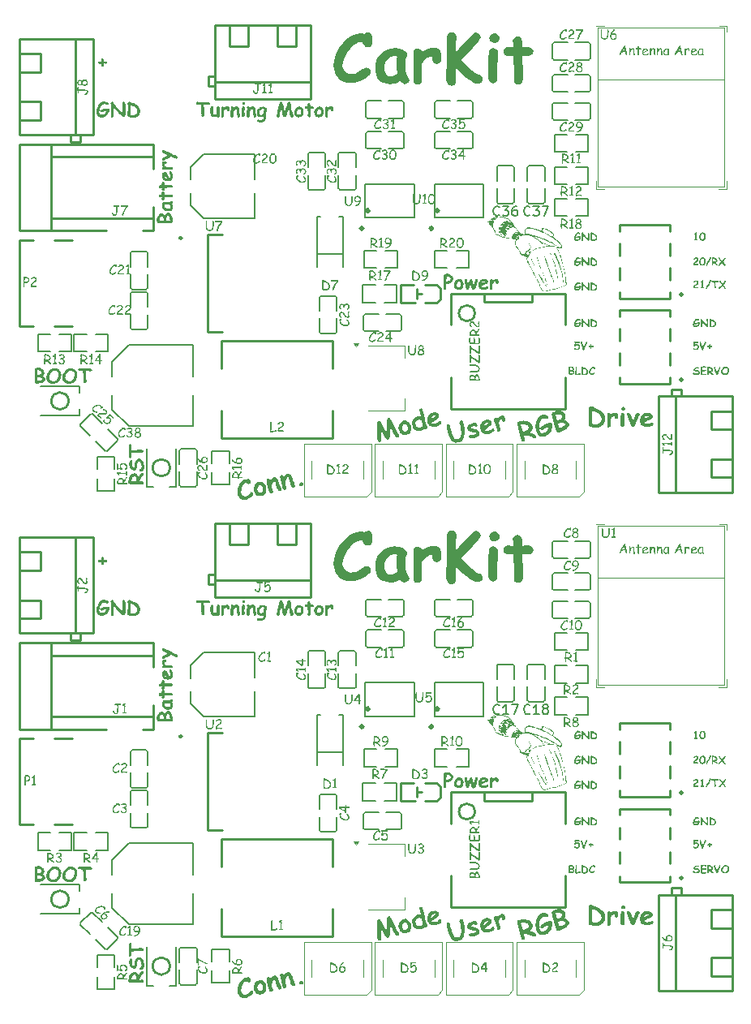
<source format=gbr>
%TF.GenerationSoftware,KiCad,Pcbnew,9.0.2*%
%TF.CreationDate,2025-11-24T12:35:19-05:00*%
%TF.ProjectId,carkit PANEL,6361726b-6974-4205-9041-4e454c2e6b69,rev?*%
%TF.SameCoordinates,Original*%
%TF.FileFunction,Legend,Top*%
%TF.FilePolarity,Positive*%
%FSLAX46Y46*%
G04 Gerber Fmt 4.6, Leading zero omitted, Abs format (unit mm)*
G04 Created by KiCad (PCBNEW 9.0.2) date 2025-11-24 12:35:19*
%MOMM*%
%LPD*%
G01*
G04 APERTURE LIST*
%ADD10C,0.300000*%
%ADD11C,0.187500*%
%ADD12C,0.150000*%
%ADD13C,0.250000*%
%ADD14C,0.120000*%
%ADD15C,0.000000*%
G04 APERTURE END LIST*
D10*
G36*
X109537146Y-55899714D02*
G01*
X109631877Y-55923558D01*
X109724607Y-55963811D01*
X109816311Y-56021806D01*
X109889920Y-56085728D01*
X109944306Y-56152335D01*
X109981983Y-56222178D01*
X110004441Y-56296304D01*
X110012041Y-56376172D01*
X110003381Y-56478702D01*
X109978339Y-56569854D01*
X109937422Y-56651715D01*
X109879937Y-56725832D01*
X109804037Y-56793094D01*
X109708782Y-56851975D01*
X109604866Y-56894321D01*
X109490741Y-56920324D01*
X109364492Y-56929290D01*
X109278396Y-56922146D01*
X109272260Y-57394665D01*
X109262776Y-57445301D01*
X109234341Y-57488179D01*
X109191738Y-57517261D01*
X109137987Y-57527197D01*
X109084133Y-57517300D01*
X109041084Y-57488271D01*
X109012282Y-57445383D01*
X109002707Y-57394939D01*
X109002707Y-57108809D01*
X109007031Y-56930715D01*
X109022164Y-56657356D01*
X109294791Y-56657356D01*
X109364492Y-56665508D01*
X109468667Y-56656426D01*
X109556046Y-56630774D01*
X109629831Y-56589762D01*
X109680121Y-56544947D01*
X109714710Y-56495162D01*
X109735447Y-56439362D01*
X109742580Y-56375714D01*
X109732138Y-56322873D01*
X109699162Y-56272072D01*
X109636975Y-56221108D01*
X109567027Y-56184554D01*
X109493701Y-56162842D01*
X109415691Y-56155529D01*
X109357714Y-56156079D01*
X109315216Y-56158643D01*
X109314208Y-56302991D01*
X109294791Y-56657356D01*
X109022164Y-56657356D01*
X109023224Y-56638214D01*
X109043740Y-56165512D01*
X109052875Y-56052715D01*
X109074896Y-55981071D01*
X109105462Y-55938102D01*
X109143864Y-55915405D01*
X109193308Y-55910248D01*
X109289662Y-55896418D01*
X109439230Y-55891747D01*
X109537146Y-55899714D01*
G37*
G36*
X110759540Y-56453298D02*
G01*
X110845008Y-56483719D01*
X110920167Y-56533963D01*
X110986753Y-56606249D01*
X111033191Y-56682015D01*
X111067012Y-56766941D01*
X111088047Y-56862589D01*
X111095380Y-56970873D01*
X111086970Y-57088249D01*
X111062650Y-57193594D01*
X111023153Y-57288811D01*
X110968343Y-57375430D01*
X110906632Y-57443508D01*
X110838659Y-57495173D01*
X110763598Y-57532004D01*
X110680047Y-57554565D01*
X110586133Y-57562368D01*
X110493742Y-57554091D01*
X110409705Y-57529880D01*
X110332293Y-57489783D01*
X110260252Y-57432675D01*
X110195309Y-57357133D01*
X110147642Y-57270294D01*
X110116719Y-57170089D01*
X110103449Y-57053671D01*
X110103479Y-57053030D01*
X110387289Y-57053030D01*
X110395824Y-57131679D01*
X110419423Y-57192892D01*
X110456990Y-57240700D01*
X110496339Y-57269840D01*
X110538922Y-57286940D01*
X110586042Y-57292724D01*
X110643127Y-57285966D01*
X110694165Y-57266109D01*
X110740739Y-57232548D01*
X110782126Y-57181362D01*
X110808900Y-57118815D01*
X110820698Y-57041856D01*
X110817913Y-56922241D01*
X110801550Y-56838099D01*
X110775564Y-56780604D01*
X110741902Y-56742835D01*
X110700128Y-56720448D01*
X110647500Y-56712403D01*
X110587757Y-56719178D01*
X110535856Y-56739848D01*
X110489846Y-56774874D01*
X110448747Y-56826617D01*
X110415075Y-56893608D01*
X110394437Y-56968490D01*
X110387289Y-57053030D01*
X110103479Y-57053030D01*
X110108684Y-56942588D01*
X110131083Y-56839493D01*
X110170428Y-56742771D01*
X110227463Y-56651128D01*
X110294907Y-56575854D01*
X110370565Y-56518373D01*
X110455502Y-56477099D01*
X110551488Y-56451626D01*
X110660872Y-56442759D01*
X110759540Y-56453298D01*
G37*
G36*
X112577964Y-56599013D02*
G01*
X112467551Y-56991218D01*
X112361718Y-57329360D01*
X112322563Y-57420444D01*
X112261334Y-57519137D01*
X112224405Y-57556996D01*
X112181423Y-57578780D01*
X112130176Y-57585815D01*
X112086641Y-57577598D01*
X112045564Y-57553597D01*
X112005343Y-57510152D01*
X111965652Y-57440788D01*
X111927301Y-57336871D01*
X111900886Y-57221934D01*
X111861722Y-56985436D01*
X111835069Y-57045794D01*
X111679273Y-57439727D01*
X111659725Y-57478969D01*
X111633203Y-57508329D01*
X111599837Y-57546742D01*
X111558014Y-57570309D01*
X111505158Y-57579953D01*
X111476825Y-57573608D01*
X111443912Y-57548371D01*
X111403675Y-57493949D01*
X111354605Y-57396874D01*
X111312451Y-57264788D01*
X111278842Y-57100906D01*
X111214173Y-56712128D01*
X111199794Y-56567872D01*
X111210401Y-56516390D01*
X111242292Y-56474266D01*
X111288707Y-56446356D01*
X111344233Y-56436897D01*
X111395484Y-56444124D01*
X111433462Y-56464129D01*
X111461560Y-56497038D01*
X111480520Y-56546348D01*
X111503052Y-56687581D01*
X111518439Y-56829822D01*
X111559472Y-57090765D01*
X111733586Y-56575382D01*
X111761267Y-56514056D01*
X111796206Y-56474146D01*
X111838722Y-56450844D01*
X111891398Y-56442759D01*
X111941823Y-56451399D01*
X111982363Y-56476579D01*
X112015554Y-56520802D01*
X112041058Y-56590770D01*
X112095371Y-56861238D01*
X112146571Y-57149109D01*
X112307404Y-56525191D01*
X112323817Y-56486631D01*
X112349298Y-56459957D01*
X112385288Y-56443130D01*
X112435540Y-56436897D01*
X112490484Y-56446395D01*
X112538489Y-56474907D01*
X112563536Y-56502640D01*
X112578131Y-56533667D01*
X112583094Y-56569246D01*
X112577964Y-56599013D01*
G37*
G36*
X113310278Y-56438084D02*
G01*
X113407872Y-56457668D01*
X113488471Y-56488005D01*
X113558313Y-56532673D01*
X113605365Y-56585479D01*
X113633422Y-56647592D01*
X113643169Y-56722020D01*
X113636026Y-56773778D01*
X113614291Y-56823161D01*
X113575950Y-56871651D01*
X113517139Y-56920040D01*
X113444384Y-56961947D01*
X113286605Y-57035902D01*
X112941306Y-57187211D01*
X112995706Y-57238566D01*
X113060191Y-57275138D01*
X113133242Y-57296794D01*
X113220018Y-57304447D01*
X113310116Y-57297752D01*
X113386909Y-57278806D01*
X113452659Y-57248668D01*
X113535100Y-57209296D01*
X113588947Y-57198934D01*
X113637738Y-57206062D01*
X113669181Y-57224867D01*
X113688315Y-57255141D01*
X113695467Y-57301333D01*
X113686382Y-57352306D01*
X113658367Y-57399683D01*
X113607038Y-57445434D01*
X113524375Y-57489828D01*
X113427130Y-57523516D01*
X113325989Y-57543799D01*
X113220018Y-57550644D01*
X113097530Y-57542577D01*
X112991540Y-57519660D01*
X112899521Y-57483210D01*
X112819398Y-57433682D01*
X112757454Y-57377772D01*
X112709987Y-57314618D01*
X112675782Y-57243273D01*
X112654600Y-57162189D01*
X112647207Y-57069333D01*
X112656303Y-56940519D01*
X112658868Y-56929290D01*
X112920790Y-56929290D01*
X113151325Y-56830738D01*
X113281684Y-56767804D01*
X113371601Y-56715883D01*
X113324279Y-56695393D01*
X113265364Y-56682072D01*
X113192266Y-56677232D01*
X113131238Y-56684378D01*
X113077521Y-56705233D01*
X113029325Y-56740246D01*
X112989586Y-56785917D01*
X112953224Y-56847736D01*
X112920790Y-56929290D01*
X112658868Y-56929290D01*
X112682512Y-56825776D01*
X112724904Y-56722911D01*
X112783495Y-56630154D01*
X112849188Y-56557733D01*
X112921722Y-56502715D01*
X113001998Y-56463449D01*
X113091534Y-56439370D01*
X113192357Y-56431035D01*
X113310278Y-56438084D01*
G37*
G36*
X114736033Y-56766533D02*
G01*
X114721995Y-56839842D01*
X114693888Y-56886262D01*
X114652607Y-56913563D01*
X114593609Y-56923428D01*
X114535200Y-56914497D01*
X114497058Y-56890676D01*
X114473471Y-56851703D01*
X114464557Y-56791446D01*
X114459428Y-56688955D01*
X114370094Y-56710981D01*
X114294176Y-56745415D01*
X114229567Y-56791951D01*
X114174853Y-56851289D01*
X114129426Y-56925077D01*
X114130433Y-57439178D01*
X114120316Y-57492761D01*
X114090499Y-57535715D01*
X114045863Y-57564238D01*
X113989108Y-57574091D01*
X113948622Y-57569194D01*
X113916486Y-57555450D01*
X113890739Y-57533059D01*
X113866468Y-57491932D01*
X113857950Y-57438720D01*
X113857950Y-56766899D01*
X113859965Y-56672011D01*
X113862071Y-56577123D01*
X113870875Y-56523768D01*
X113896326Y-56481227D01*
X113936633Y-56452913D01*
X113994237Y-56442759D01*
X114046408Y-56450416D01*
X114084412Y-56471563D01*
X114111915Y-56506537D01*
X114129426Y-56559537D01*
X114223548Y-56500256D01*
X114321271Y-56458601D01*
X114423687Y-56433615D01*
X114532151Y-56425173D01*
X114594352Y-56432640D01*
X114642835Y-56453431D01*
X114680909Y-56487105D01*
X114710054Y-56535839D01*
X114729640Y-56604048D01*
X114737041Y-56697840D01*
X114736033Y-56766533D01*
G37*
D11*
G36*
X135460461Y-52422750D02*
G01*
X135243524Y-52422750D01*
X135200741Y-52419175D01*
X135172380Y-52410058D01*
X135154327Y-52396935D01*
X135143873Y-52379945D01*
X135140210Y-52357781D01*
X135144317Y-52332784D01*
X135156024Y-52313651D01*
X135176203Y-52298899D01*
X135207852Y-52288664D01*
X135255541Y-52284655D01*
X135279575Y-52285192D01*
X135279575Y-51799051D01*
X135235146Y-51826330D01*
X135217830Y-51831877D01*
X135189289Y-51826446D01*
X135164536Y-51809993D01*
X135147417Y-51786054D01*
X135141871Y-51759093D01*
X135145328Y-51740454D01*
X135156676Y-51720184D01*
X135178507Y-51697299D01*
X135240252Y-51652408D01*
X135306930Y-51598821D01*
X135335324Y-51581734D01*
X135361508Y-51572268D01*
X135386162Y-51569267D01*
X135407721Y-51572977D01*
X135422303Y-51583167D01*
X135431704Y-51600561D01*
X135435353Y-51628374D01*
X135429882Y-51811800D01*
X135425991Y-51942850D01*
X135424411Y-52149588D01*
X135424411Y-52282066D01*
X135460461Y-52282066D01*
X135489876Y-52287201D01*
X135513755Y-52302240D01*
X135529927Y-52324821D01*
X135535346Y-52352408D01*
X135529927Y-52379994D01*
X135513755Y-52402575D01*
X135489876Y-52417614D01*
X135460461Y-52422750D01*
G37*
G36*
X136106290Y-51577694D02*
G01*
X136159898Y-51592954D01*
X136207436Y-51617808D01*
X136249909Y-51652692D01*
X136287858Y-51698814D01*
X136319002Y-51753518D01*
X136341646Y-51814041D01*
X136355676Y-51881332D01*
X136360545Y-51956539D01*
X136356420Y-52059231D01*
X136344977Y-52144946D01*
X136327430Y-52216039D01*
X136304715Y-52274640D01*
X136277453Y-52322610D01*
X136241135Y-52366320D01*
X136199043Y-52399869D01*
X136150442Y-52424158D01*
X136094078Y-52439306D01*
X136028277Y-52444634D01*
X135968852Y-52439980D01*
X135917133Y-52426671D01*
X135871799Y-52405233D01*
X135831841Y-52375567D01*
X135796629Y-52336956D01*
X135765960Y-52288123D01*
X135741064Y-52230012D01*
X135722213Y-52161848D01*
X135710128Y-52082046D01*
X135705827Y-51988828D01*
X135706402Y-51980230D01*
X135855548Y-51980230D01*
X135858925Y-52070225D01*
X135867840Y-52137614D01*
X135880705Y-52186860D01*
X135900990Y-52231481D01*
X135925554Y-52263680D01*
X135954324Y-52285846D01*
X135988055Y-52299264D01*
X136028228Y-52303950D01*
X136070639Y-52298711D01*
X136106253Y-52283653D01*
X136136681Y-52258583D01*
X136162659Y-52221786D01*
X136180430Y-52181050D01*
X136194546Y-52128205D01*
X136204009Y-52060601D01*
X136207502Y-51975248D01*
X136204357Y-51907344D01*
X136195818Y-51853473D01*
X136183019Y-51811224D01*
X136166762Y-51778486D01*
X136143730Y-51749734D01*
X136116348Y-51729678D01*
X136083805Y-51717397D01*
X136044641Y-51713077D01*
X136003145Y-51718451D01*
X135966385Y-51734268D01*
X135933049Y-51761253D01*
X135902540Y-51801591D01*
X135876795Y-51854655D01*
X135861010Y-51913763D01*
X135855548Y-51980230D01*
X135706402Y-51980230D01*
X135711011Y-51911267D01*
X135726109Y-51840260D01*
X135750764Y-51774813D01*
X135785060Y-51714103D01*
X135827078Y-51661871D01*
X135873364Y-51622704D01*
X135924417Y-51595049D01*
X135981234Y-51578207D01*
X136045227Y-51572394D01*
X136106290Y-51577694D01*
G37*
D10*
G36*
X124436790Y-69707006D02*
G01*
X124603880Y-69777490D01*
X124855328Y-69890819D01*
X125051117Y-69965807D01*
X125229221Y-70057632D01*
X125391248Y-70166224D01*
X125538476Y-70291987D01*
X125665293Y-70430838D01*
X125759397Y-70570405D01*
X125824508Y-70711828D01*
X125863023Y-70856729D01*
X125875897Y-71007131D01*
X125863046Y-71161681D01*
X125824618Y-71310711D01*
X125759760Y-71456171D01*
X125672213Y-71592014D01*
X125566509Y-71707432D01*
X125441389Y-71804217D01*
X125326883Y-71864406D01*
X125185964Y-71910590D01*
X125013467Y-71940712D01*
X124803427Y-71951618D01*
X124700495Y-71944978D01*
X124573838Y-71922919D01*
X124426749Y-71879466D01*
X124326543Y-71830107D01*
X124251991Y-71815462D01*
X124191232Y-71774908D01*
X124150276Y-71715277D01*
X124136644Y-71644482D01*
X124140711Y-71515888D01*
X124525967Y-71515888D01*
X124582275Y-71545440D01*
X124648210Y-71567179D01*
X124719417Y-71579807D01*
X124801961Y-71584276D01*
X124999253Y-71572818D01*
X125135183Y-71543505D01*
X125225478Y-71502211D01*
X125300593Y-71444417D01*
X125364822Y-71374186D01*
X125418797Y-71290208D01*
X125459010Y-71198685D01*
X125482716Y-71106055D01*
X125490604Y-71011161D01*
X125476233Y-70885316D01*
X125433076Y-70766015D01*
X125358827Y-70650454D01*
X125248402Y-70536812D01*
X125094320Y-70424367D01*
X124922284Y-70333988D01*
X124525967Y-70161806D01*
X124525967Y-71515888D01*
X124140711Y-71515888D01*
X124149589Y-71235131D01*
X124162534Y-70825658D01*
X124156427Y-70371122D01*
X124150321Y-69916708D01*
X124157569Y-69869263D01*
X124180528Y-69820003D01*
X124222739Y-69767232D01*
X124274462Y-69724369D01*
X124325376Y-69700553D01*
X124377101Y-69692860D01*
X124436790Y-69707006D01*
G37*
G36*
X127245855Y-70835794D02*
G01*
X127227138Y-70933539D01*
X127189661Y-70995432D01*
X127134620Y-71031834D01*
X127055956Y-71044988D01*
X126978077Y-71033079D01*
X126927222Y-71001318D01*
X126895772Y-70949354D01*
X126883887Y-70869011D01*
X126877049Y-70732357D01*
X126757937Y-70761724D01*
X126656713Y-70807636D01*
X126570567Y-70869685D01*
X126497615Y-70948802D01*
X126437045Y-71047186D01*
X126438388Y-71732654D01*
X126424898Y-71804098D01*
X126385143Y-71861370D01*
X126325629Y-71899401D01*
X126249955Y-71912539D01*
X126195973Y-71906009D01*
X126153125Y-71887683D01*
X126118797Y-71857828D01*
X126086435Y-71802993D01*
X126075077Y-71732043D01*
X126075077Y-70836283D01*
X126077764Y-70709765D01*
X126080573Y-70583247D01*
X126092311Y-70512108D01*
X126126246Y-70455386D01*
X126179989Y-70417634D01*
X126256794Y-70404095D01*
X126326355Y-70414305D01*
X126377027Y-70442501D01*
X126413698Y-70489133D01*
X126437045Y-70559800D01*
X126562541Y-70480758D01*
X126692839Y-70425219D01*
X126829394Y-70391904D01*
X126974013Y-70380648D01*
X127056947Y-70390604D01*
X127121591Y-70418324D01*
X127172356Y-70463223D01*
X127211216Y-70528203D01*
X127237332Y-70619148D01*
X127247199Y-70744203D01*
X127245855Y-70835794D01*
G37*
G36*
X127756811Y-70177438D02*
G01*
X127675148Y-70162681D01*
X127605136Y-70118453D01*
X127569143Y-70075671D01*
X127548067Y-70028187D01*
X127540901Y-69974228D01*
X127548070Y-69920272D01*
X127569147Y-69872831D01*
X127605136Y-69830124D01*
X127650770Y-69797160D01*
X127700810Y-69777656D01*
X127756811Y-69771017D01*
X127812791Y-69777671D01*
X127862574Y-69797186D01*
X127907753Y-69830124D01*
X127943299Y-69872778D01*
X127964155Y-69920222D01*
X127971256Y-69974228D01*
X127964158Y-70028237D01*
X127943303Y-70075724D01*
X127907753Y-70118453D01*
X127862583Y-70151319D01*
X127812799Y-70170796D01*
X127756811Y-70177438D01*
G37*
G36*
X127872949Y-71177612D02*
G01*
X127877711Y-71427106D01*
X127882474Y-71676600D01*
X127868902Y-71749212D01*
X127829107Y-71806782D01*
X127769602Y-71844718D01*
X127693919Y-71857828D01*
X127618214Y-71844723D01*
X127558608Y-71806782D01*
X127518909Y-71749222D01*
X127505363Y-71676600D01*
X127500601Y-71427106D01*
X127495838Y-71177612D01*
X127509515Y-70873774D01*
X127523193Y-70569692D01*
X127536743Y-70497091D01*
X127576438Y-70439632D01*
X127636054Y-70401597D01*
X127711748Y-70388463D01*
X127787422Y-70401601D01*
X127846937Y-70439632D01*
X127886727Y-70497101D01*
X127900304Y-70569692D01*
X127886626Y-70873774D01*
X127872949Y-71177612D01*
G37*
G36*
X128962516Y-71717389D02*
G01*
X128944933Y-71779941D01*
X128906462Y-71829618D01*
X128852280Y-71862230D01*
X128784952Y-71873460D01*
X128720918Y-71864538D01*
X128668604Y-71838943D01*
X128625102Y-71795820D01*
X128589557Y-71731066D01*
X128137219Y-70627455D01*
X128123731Y-70586504D01*
X128119512Y-70549419D01*
X128134117Y-70481676D01*
X128178863Y-70424245D01*
X128242838Y-70385599D01*
X128314906Y-70372832D01*
X128386405Y-70385088D01*
X128441033Y-70420162D01*
X128482945Y-70481031D01*
X128575726Y-70701718D01*
X128786295Y-71256014D01*
X128985719Y-70784747D01*
X129104543Y-70490191D01*
X129149639Y-70428023D01*
X129204947Y-70392738D01*
X129273926Y-70380648D01*
X129346026Y-70393256D01*
X129409847Y-70431328D01*
X129443240Y-70468382D01*
X129462702Y-70509834D01*
X129469320Y-70557357D01*
X129439772Y-70652601D01*
X129248036Y-71099699D01*
X128962516Y-71717389D01*
G37*
G36*
X130397744Y-70397862D02*
G01*
X130527870Y-70423974D01*
X130635335Y-70464423D01*
X130728458Y-70523981D01*
X130791193Y-70594389D01*
X130828602Y-70677206D01*
X130841598Y-70776443D01*
X130832076Y-70845454D01*
X130803096Y-70911298D01*
X130751974Y-70975952D01*
X130673559Y-71040470D01*
X130576552Y-71096346D01*
X130366180Y-71194953D01*
X129905782Y-71396698D01*
X129978316Y-71465171D01*
X130064296Y-71513934D01*
X130161697Y-71542809D01*
X130277397Y-71553013D01*
X130397528Y-71544086D01*
X130499920Y-71518824D01*
X130587586Y-71478641D01*
X130697507Y-71426145D01*
X130769303Y-71412329D01*
X130834357Y-71421832D01*
X130876281Y-71446906D01*
X130901793Y-71487271D01*
X130911330Y-71548861D01*
X130899216Y-71616825D01*
X130861863Y-71679994D01*
X130793424Y-71740995D01*
X130683207Y-71800187D01*
X130553547Y-71845105D01*
X130418692Y-71872148D01*
X130277397Y-71881276D01*
X130114081Y-71870520D01*
X129972760Y-71839964D01*
X129850068Y-71791364D01*
X129743238Y-71725327D01*
X129660645Y-71650779D01*
X129597357Y-71566574D01*
X129551749Y-71471447D01*
X129523507Y-71363336D01*
X129513650Y-71239528D01*
X129525778Y-71067776D01*
X129529198Y-71052804D01*
X129878427Y-71052804D01*
X130185806Y-70921401D01*
X130359619Y-70837489D01*
X130479508Y-70768261D01*
X130416413Y-70740941D01*
X130337859Y-70723180D01*
X130240395Y-70716726D01*
X130159025Y-70726254D01*
X130087402Y-70754061D01*
X130023141Y-70800745D01*
X129970155Y-70861640D01*
X129921673Y-70944065D01*
X129878427Y-71052804D01*
X129529198Y-71052804D01*
X129560723Y-70914785D01*
X129617245Y-70777631D01*
X129695367Y-70653955D01*
X129782957Y-70557394D01*
X129879669Y-70484036D01*
X129986704Y-70431683D01*
X130106086Y-70399577D01*
X130240517Y-70388463D01*
X130397744Y-70397862D01*
G37*
G36*
X101112054Y-32254878D02*
G01*
X100927141Y-32220113D01*
X100778740Y-32117641D01*
X100657762Y-31933698D01*
X100582001Y-31802279D01*
X100521291Y-31751127D01*
X100449590Y-31735426D01*
X100251403Y-31727313D01*
X100058446Y-31758926D01*
X99835925Y-31864124D01*
X99572461Y-32066719D01*
X99257335Y-32399591D01*
X98949652Y-32805525D01*
X98727811Y-33179737D01*
X98579648Y-33526829D01*
X98495476Y-33851679D01*
X98468430Y-34159361D01*
X98496612Y-34398920D01*
X98578999Y-34610521D01*
X98717558Y-34801109D01*
X98897609Y-34951432D01*
X99094541Y-35038964D01*
X99315342Y-35068555D01*
X99537041Y-35049822D01*
X99764933Y-34992265D01*
X100001970Y-34892395D01*
X100521291Y-34560835D01*
X100777476Y-34419338D01*
X100924292Y-34384675D01*
X101054583Y-34401374D01*
X101169321Y-34450383D01*
X101272643Y-34533663D01*
X101373068Y-34684147D01*
X101405756Y-34852095D01*
X101386746Y-34977458D01*
X101329386Y-35092383D01*
X101228069Y-35201057D01*
X100829523Y-35498161D01*
X100442323Y-35718134D01*
X100063390Y-35869327D01*
X99689089Y-35957759D01*
X99315342Y-35986908D01*
X98942576Y-35951202D01*
X98606913Y-35846961D01*
X98300380Y-35674086D01*
X98017497Y-35426676D01*
X97794215Y-35141732D01*
X97637938Y-34838412D01*
X97543935Y-34512063D01*
X97511914Y-34156308D01*
X97547774Y-33721382D01*
X97657778Y-33275616D01*
X97848274Y-32813437D01*
X98128992Y-32329700D01*
X98512699Y-31819820D01*
X98888957Y-31423795D01*
X99246400Y-31140546D01*
X99588938Y-30951828D01*
X99921805Y-30844041D01*
X100251403Y-30808960D01*
X100522818Y-30819340D01*
X100736225Y-30849871D01*
X100901230Y-30746212D01*
X101098315Y-30711263D01*
X101255900Y-30735933D01*
X101375313Y-30805558D01*
X101466172Y-30923601D01*
X101528793Y-31105715D01*
X101571255Y-31400671D01*
X101586801Y-31766087D01*
X101562126Y-31926887D01*
X101487882Y-32072917D01*
X101389233Y-32173347D01*
X101266550Y-32233617D01*
X101112054Y-32254878D01*
G37*
G36*
X104136567Y-32350999D02*
G01*
X104384740Y-32409395D01*
X104674946Y-32516523D01*
X104930982Y-32650769D01*
X105084842Y-32779443D01*
X105165427Y-32903801D01*
X105190604Y-33029433D01*
X105170913Y-33144354D01*
X105112141Y-33243450D01*
X105059018Y-33585085D01*
X105040395Y-34065633D01*
X105068243Y-34669153D01*
X105132596Y-34999862D01*
X105289828Y-35353403D01*
X105422940Y-35686184D01*
X105388473Y-35850737D01*
X105284637Y-35985076D01*
X105135487Y-36074438D01*
X104965290Y-36104145D01*
X104866207Y-36081698D01*
X104709230Y-35994031D01*
X104466729Y-35800368D01*
X104159412Y-35936961D01*
X103913214Y-36027208D01*
X103681207Y-36086927D01*
X103506855Y-36104145D01*
X103095260Y-36072353D01*
X102761538Y-35984223D01*
X102490921Y-35846771D01*
X102272207Y-35661455D01*
X102102327Y-35430565D01*
X101974084Y-35141821D01*
X101890864Y-34782571D01*
X101862376Y-34362388D01*
X102806489Y-34362388D01*
X102828091Y-34665513D01*
X102885403Y-34889477D01*
X102970437Y-35052374D01*
X103095432Y-35178984D01*
X103255577Y-35255989D01*
X103462281Y-35283489D01*
X103669728Y-35265734D01*
X103863755Y-35213269D01*
X104046334Y-35127245D01*
X104220655Y-35006273D01*
X104139468Y-34241904D01*
X104118073Y-33787196D01*
X104133338Y-33535626D01*
X104179744Y-33218721D01*
X104058233Y-33169262D01*
X103967863Y-33153691D01*
X103744171Y-33176231D01*
X103536818Y-33242941D01*
X103341386Y-33355319D01*
X103154840Y-33518529D01*
X102999989Y-33711667D01*
X102892447Y-33914505D01*
X102828235Y-34130032D01*
X102806489Y-34362388D01*
X101862376Y-34362388D01*
X101860658Y-34337048D01*
X101885377Y-34013190D01*
X101957866Y-33713744D01*
X102077524Y-33434207D01*
X102246286Y-33171001D01*
X102468517Y-32921660D01*
X102790418Y-32662150D01*
X103136099Y-32480239D01*
X103511208Y-32370526D01*
X103923594Y-32333035D01*
X104136567Y-32350999D01*
G37*
G36*
X108768151Y-33451362D02*
G01*
X108721358Y-33695725D01*
X108627666Y-33850457D01*
X108490062Y-33941461D01*
X108293404Y-33974347D01*
X108098706Y-33944575D01*
X107971569Y-33865171D01*
X107892943Y-33735262D01*
X107863231Y-33534405D01*
X107846134Y-33192770D01*
X107548355Y-33266187D01*
X107295295Y-33380968D01*
X107079929Y-33536090D01*
X106897552Y-33733883D01*
X106746126Y-33979843D01*
X106749484Y-35693511D01*
X106715759Y-35872122D01*
X106616372Y-36015301D01*
X106467585Y-36110380D01*
X106278401Y-36143224D01*
X106143446Y-36126900D01*
X106036326Y-36081084D01*
X105950505Y-36006448D01*
X105869601Y-35869358D01*
X105841206Y-35691985D01*
X105841206Y-33452583D01*
X105847923Y-33136289D01*
X105854945Y-32819994D01*
X105884291Y-32642147D01*
X105969128Y-32500342D01*
X106103485Y-32405963D01*
X106295498Y-32372114D01*
X106469400Y-32397639D01*
X106596081Y-32468129D01*
X106687758Y-32584710D01*
X106746126Y-32761376D01*
X107059866Y-32563772D01*
X107385610Y-32424923D01*
X107726998Y-32341636D01*
X108088545Y-32313496D01*
X108295881Y-32338386D01*
X108457490Y-32407688D01*
X108584403Y-32519935D01*
X108681554Y-32682383D01*
X108746842Y-32909746D01*
X108771509Y-33222384D01*
X108768151Y-33451362D01*
G37*
G36*
X110267497Y-34390171D02*
G01*
X110264139Y-35828761D01*
X110242840Y-35973010D01*
X110178654Y-36105671D01*
X110087447Y-36202106D01*
X109973777Y-36259711D01*
X109830302Y-36280000D01*
X109661666Y-36255192D01*
X109523045Y-36183522D01*
X109406846Y-36061402D01*
X109316573Y-35882900D01*
X109287167Y-35695649D01*
X109335100Y-33416252D01*
X109383032Y-31136856D01*
X109417078Y-30959342D01*
X109519503Y-30808960D01*
X109672035Y-30706887D01*
X109861138Y-30672184D01*
X110049925Y-30706947D01*
X110200941Y-30808960D01*
X110302171Y-30959224D01*
X110335885Y-31136856D01*
X110305049Y-31967282D01*
X110260780Y-32797707D01*
X110642575Y-32403882D01*
X112033373Y-30901467D01*
X112146729Y-30804539D01*
X112266098Y-30749193D01*
X112395463Y-30730802D01*
X112577301Y-30764794D01*
X112735266Y-30867578D01*
X112844492Y-31019083D01*
X112880590Y-31198527D01*
X112834520Y-31337669D01*
X112617228Y-31658470D01*
X112067567Y-32297620D01*
X111453123Y-32941939D01*
X110800252Y-33583864D01*
X111548245Y-34290947D01*
X111978957Y-34673300D01*
X112334097Y-34957119D01*
X112515371Y-35068903D01*
X112709620Y-35149461D01*
X112877514Y-35226261D01*
X112987604Y-35324598D01*
X113052428Y-35445739D01*
X113075068Y-35597341D01*
X113052676Y-35739560D01*
X112982867Y-35880663D01*
X112886800Y-35983734D01*
X112771711Y-36044147D01*
X112631157Y-36065066D01*
X112407130Y-36035262D01*
X112131400Y-35934493D01*
X111788976Y-35740137D01*
X111363842Y-35423318D01*
X111059238Y-35149216D01*
X110267497Y-34390171D01*
G37*
G36*
X114319791Y-31805471D02*
G01*
X114115632Y-31768580D01*
X113940604Y-31658009D01*
X113850621Y-31551055D01*
X113797931Y-31432345D01*
X113780014Y-31297446D01*
X113797937Y-31162557D01*
X113850631Y-31043954D01*
X113940604Y-30937187D01*
X114054689Y-30854778D01*
X114179787Y-30806017D01*
X114319791Y-30789420D01*
X114459740Y-30806054D01*
X114584198Y-30854841D01*
X114697146Y-30937187D01*
X114786010Y-31043822D01*
X114838151Y-31162432D01*
X114855904Y-31297446D01*
X114838157Y-31432470D01*
X114786021Y-31551187D01*
X114697146Y-31658009D01*
X114584220Y-31740174D01*
X114459759Y-31788866D01*
X114319791Y-31805471D01*
G37*
G36*
X114610135Y-34305907D02*
G01*
X114622042Y-34929642D01*
X114633948Y-35553377D01*
X114600017Y-35734907D01*
X114500531Y-35878831D01*
X114351769Y-35973673D01*
X114162560Y-36006448D01*
X113973299Y-35973683D01*
X113824283Y-35878831D01*
X113725035Y-35734932D01*
X113691171Y-35553377D01*
X113679264Y-34929642D01*
X113667357Y-34305907D01*
X113701551Y-33546312D01*
X113735745Y-32786106D01*
X113769620Y-32604604D01*
X113868858Y-32460957D01*
X114017898Y-32365869D01*
X114207134Y-32333035D01*
X114396318Y-32365879D01*
X114545105Y-32460957D01*
X114644581Y-32604629D01*
X114678523Y-32786106D01*
X114644329Y-33546312D01*
X114610135Y-34305907D01*
G37*
G36*
X117911077Y-33156134D02*
G01*
X117741939Y-33151249D01*
X117573106Y-33146059D01*
X117248568Y-33173231D01*
X117310239Y-34976353D01*
X117313598Y-35141828D01*
X117316956Y-35338138D01*
X117289737Y-35663299D01*
X117220299Y-35878917D01*
X117120316Y-36016231D01*
X116990794Y-36095792D01*
X116821754Y-36123684D01*
X116645795Y-36094342D01*
X116497216Y-36007669D01*
X116412673Y-35917250D01*
X116363642Y-35816166D01*
X116347007Y-35700228D01*
X116357082Y-35331421D01*
X116367462Y-34962309D01*
X116305791Y-33192770D01*
X115665569Y-33136289D01*
X115468830Y-33087393D01*
X115341284Y-32999639D01*
X115264766Y-32872986D01*
X115236923Y-32693599D01*
X115269597Y-32516087D01*
X115366677Y-32368756D01*
X115513127Y-32269528D01*
X115701290Y-32235338D01*
X116281977Y-32274417D01*
X116264880Y-31915685D01*
X116251141Y-31580767D01*
X116286177Y-31407331D01*
X116390970Y-31266305D01*
X116544462Y-31172849D01*
X116729247Y-31141130D01*
X116899312Y-31170420D01*
X117031043Y-31254767D01*
X117134065Y-31402338D01*
X117206341Y-31636885D01*
X117234829Y-31993538D01*
X117228113Y-32274417D01*
X117573106Y-32235338D01*
X117934687Y-32251420D01*
X118109219Y-32286629D01*
X118260512Y-32374690D01*
X118349928Y-32508041D01*
X118382465Y-32702453D01*
X118348730Y-32881672D01*
X118249048Y-33026685D01*
X118100139Y-33122946D01*
X117911077Y-33156134D01*
G37*
D11*
G36*
X123340803Y-52101668D02*
G01*
X123316733Y-52180946D01*
X123283717Y-52249941D01*
X123241938Y-52309979D01*
X123191082Y-52362031D01*
X123143504Y-52397591D01*
X123093428Y-52424885D01*
X123040427Y-52444379D01*
X122983938Y-52456227D01*
X122923294Y-52460265D01*
X122850499Y-52454731D01*
X122791528Y-52439402D01*
X122743772Y-52415533D01*
X122705234Y-52383426D01*
X122675204Y-52343247D01*
X122652561Y-52292985D01*
X122637877Y-52230429D01*
X122632547Y-52152812D01*
X122636641Y-52084063D01*
X122649127Y-52013597D01*
X122670479Y-51940928D01*
X122701375Y-51865583D01*
X122739391Y-51793588D01*
X122781594Y-51730320D01*
X122827921Y-51675003D01*
X122878451Y-51627006D01*
X122918444Y-51598216D01*
X122958569Y-51578468D01*
X122999318Y-51566872D01*
X123041312Y-51563015D01*
X123076212Y-51566418D01*
X123123230Y-51578285D01*
X123185611Y-51601556D01*
X123240677Y-51629462D01*
X123272783Y-51654582D01*
X123288947Y-51677373D01*
X123293811Y-51699058D01*
X123288328Y-51726926D01*
X123271389Y-51752205D01*
X123255249Y-51765243D01*
X123237079Y-51772959D01*
X123216190Y-51775604D01*
X123195816Y-51770235D01*
X123143797Y-51744341D01*
X123105458Y-51726174D01*
X123071589Y-51716192D01*
X123041312Y-51713077D01*
X123020071Y-51717387D01*
X122992566Y-51732717D01*
X122956276Y-51764256D01*
X122908542Y-51818883D01*
X122863621Y-51883130D01*
X122829620Y-51948083D01*
X122805725Y-52014181D01*
X122791452Y-52081969D01*
X122786665Y-52152080D01*
X122790544Y-52212952D01*
X122800196Y-52252071D01*
X122813434Y-52275862D01*
X122835205Y-52293345D01*
X122869996Y-52305440D01*
X122923294Y-52310202D01*
X122977500Y-52304865D01*
X123026105Y-52289295D01*
X123070328Y-52263454D01*
X123110250Y-52226666D01*
X123143407Y-52179316D01*
X123169784Y-52119498D01*
X123085956Y-52129776D01*
X123012788Y-52146667D01*
X122948989Y-52169519D01*
X122931844Y-52175314D01*
X122915088Y-52177188D01*
X122893637Y-52174355D01*
X122875131Y-52166092D01*
X122858814Y-52152080D01*
X122843568Y-52128055D01*
X122838591Y-52101424D01*
X122844109Y-52074983D01*
X122861475Y-52050529D01*
X122894536Y-52026951D01*
X122949944Y-52004563D01*
X123036427Y-51984822D01*
X123152495Y-51971278D01*
X123296546Y-51966308D01*
X123326933Y-51971725D01*
X123351501Y-51987606D01*
X123368081Y-52011308D01*
X123373629Y-52039972D01*
X123369899Y-52064797D01*
X123359147Y-52084972D01*
X123340803Y-52101668D01*
G37*
G36*
X124236539Y-52287879D02*
G01*
X124227258Y-52374194D01*
X124217605Y-52406153D01*
X124201619Y-52427211D01*
X124179015Y-52439981D01*
X124147439Y-52444634D01*
X124123278Y-52440649D01*
X124094998Y-52427311D01*
X124061075Y-52401500D01*
X123961611Y-52306483D01*
X123850114Y-52188415D01*
X123725384Y-52044147D01*
X123586169Y-51870321D01*
X123582896Y-52044808D01*
X123584801Y-52174990D01*
X123586755Y-52305171D01*
X123581971Y-52374925D01*
X123570030Y-52419647D01*
X123553520Y-52446738D01*
X123533272Y-52461542D01*
X123508060Y-52466518D01*
X123482488Y-52463608D01*
X123461501Y-52455361D01*
X123444069Y-52441898D01*
X123428125Y-52417804D01*
X123422771Y-52388897D01*
X123426288Y-52322756D01*
X123429854Y-52256616D01*
X123432052Y-52159895D01*
X123434250Y-52063126D01*
X123432589Y-51959274D01*
X123430977Y-51855373D01*
X123424432Y-51757579D01*
X123417886Y-51659686D01*
X123420890Y-51639021D01*
X123429985Y-51619744D01*
X123446023Y-51601214D01*
X123465958Y-51586777D01*
X123487169Y-51578351D01*
X123510259Y-51575520D01*
X123534453Y-51581406D01*
X123563517Y-51602169D01*
X123599847Y-51645373D01*
X123730253Y-51822890D01*
X123855146Y-51976886D01*
X123974798Y-52109420D01*
X124089505Y-52222422D01*
X124090042Y-52139428D01*
X124088307Y-51891709D01*
X124084571Y-51776190D01*
X124077488Y-51717230D01*
X124072017Y-51657146D01*
X124075496Y-51628959D01*
X124084883Y-51608773D01*
X124099758Y-51594471D01*
X124121264Y-51585241D01*
X124151836Y-51581773D01*
X124173469Y-51586408D01*
X124192578Y-51600838D01*
X124210056Y-51628308D01*
X124225291Y-51674654D01*
X124236459Y-51747606D01*
X124240887Y-51856448D01*
X124239812Y-51942763D01*
X124236539Y-52287879D01*
G37*
G36*
X124481259Y-51578052D02*
G01*
X124548095Y-51606246D01*
X124648674Y-51651577D01*
X124726990Y-51681573D01*
X124798231Y-51718302D01*
X124863042Y-51761739D01*
X124921933Y-51812045D01*
X124972660Y-51867585D01*
X125010302Y-51923412D01*
X125036347Y-51979981D01*
X125051752Y-52037941D01*
X125056902Y-52098102D01*
X125051762Y-52159922D01*
X125036390Y-52219534D01*
X125010447Y-52277718D01*
X124975428Y-52332055D01*
X124933147Y-52378222D01*
X124883099Y-52416937D01*
X124837296Y-52441012D01*
X124780929Y-52459486D01*
X124711930Y-52471535D01*
X124627914Y-52475897D01*
X124586741Y-52473241D01*
X124536079Y-52464417D01*
X124477243Y-52447036D01*
X124437160Y-52427292D01*
X124407340Y-52421434D01*
X124383036Y-52405213D01*
X124366654Y-52381361D01*
X124361201Y-52353043D01*
X124362828Y-52301605D01*
X124516930Y-52301605D01*
X124539453Y-52313426D01*
X124565827Y-52322121D01*
X124594310Y-52327173D01*
X124627328Y-52328960D01*
X124706244Y-52324377D01*
X124760616Y-52312652D01*
X124796734Y-52296134D01*
X124826780Y-52273016D01*
X124852472Y-52244924D01*
X124874062Y-52211333D01*
X124890147Y-52174724D01*
X124899630Y-52137672D01*
X124902785Y-52099714D01*
X124897036Y-52049376D01*
X124879774Y-52001656D01*
X124850074Y-51955431D01*
X124805904Y-51909974D01*
X124744271Y-51864997D01*
X124675457Y-51828845D01*
X124516930Y-51759972D01*
X124516930Y-52301605D01*
X124362828Y-52301605D01*
X124366379Y-52189302D01*
X124371557Y-52025513D01*
X124369114Y-51843699D01*
X124366672Y-51661933D01*
X124369571Y-51642955D01*
X124378754Y-51623251D01*
X124395639Y-51602142D01*
X124416328Y-51584997D01*
X124436694Y-51575471D01*
X124457383Y-51572394D01*
X124481259Y-51578052D01*
G37*
G36*
X135740803Y-61101668D02*
G01*
X135716733Y-61180946D01*
X135683717Y-61249941D01*
X135641938Y-61309979D01*
X135591082Y-61362031D01*
X135543504Y-61397591D01*
X135493428Y-61424885D01*
X135440427Y-61444379D01*
X135383938Y-61456227D01*
X135323294Y-61460265D01*
X135250499Y-61454731D01*
X135191528Y-61439402D01*
X135143772Y-61415533D01*
X135105234Y-61383426D01*
X135075204Y-61343247D01*
X135052561Y-61292985D01*
X135037877Y-61230429D01*
X135032547Y-61152812D01*
X135036641Y-61084063D01*
X135049127Y-61013597D01*
X135070479Y-60940928D01*
X135101375Y-60865583D01*
X135139391Y-60793588D01*
X135181594Y-60730320D01*
X135227921Y-60675003D01*
X135278451Y-60627006D01*
X135318444Y-60598216D01*
X135358569Y-60578468D01*
X135399318Y-60566872D01*
X135441312Y-60563015D01*
X135476212Y-60566418D01*
X135523230Y-60578285D01*
X135585611Y-60601556D01*
X135640677Y-60629462D01*
X135672783Y-60654582D01*
X135688947Y-60677373D01*
X135693811Y-60699058D01*
X135688328Y-60726926D01*
X135671389Y-60752205D01*
X135655249Y-60765243D01*
X135637079Y-60772959D01*
X135616190Y-60775604D01*
X135595816Y-60770235D01*
X135543797Y-60744341D01*
X135505458Y-60726174D01*
X135471589Y-60716192D01*
X135441312Y-60713077D01*
X135420071Y-60717387D01*
X135392566Y-60732717D01*
X135356276Y-60764256D01*
X135308542Y-60818883D01*
X135263621Y-60883130D01*
X135229620Y-60948083D01*
X135205725Y-61014181D01*
X135191452Y-61081969D01*
X135186665Y-61152080D01*
X135190544Y-61212952D01*
X135200196Y-61252071D01*
X135213434Y-61275862D01*
X135235205Y-61293345D01*
X135269996Y-61305440D01*
X135323294Y-61310202D01*
X135377500Y-61304865D01*
X135426105Y-61289295D01*
X135470328Y-61263454D01*
X135510250Y-61226666D01*
X135543407Y-61179316D01*
X135569784Y-61119498D01*
X135485956Y-61129776D01*
X135412788Y-61146667D01*
X135348989Y-61169519D01*
X135331844Y-61175314D01*
X135315088Y-61177188D01*
X135293637Y-61174355D01*
X135275131Y-61166092D01*
X135258814Y-61152080D01*
X135243568Y-61128055D01*
X135238591Y-61101424D01*
X135244109Y-61074983D01*
X135261475Y-61050529D01*
X135294536Y-61026951D01*
X135349944Y-61004563D01*
X135436427Y-60984822D01*
X135552495Y-60971278D01*
X135696546Y-60966308D01*
X135726933Y-60971725D01*
X135751501Y-60987606D01*
X135768081Y-61011308D01*
X135773629Y-61039972D01*
X135769899Y-61064797D01*
X135759147Y-61084972D01*
X135740803Y-61101668D01*
G37*
G36*
X136636539Y-61287879D02*
G01*
X136627258Y-61374194D01*
X136617605Y-61406153D01*
X136601619Y-61427211D01*
X136579015Y-61439981D01*
X136547439Y-61444634D01*
X136523278Y-61440649D01*
X136494998Y-61427311D01*
X136461075Y-61401500D01*
X136361611Y-61306483D01*
X136250114Y-61188415D01*
X136125384Y-61044147D01*
X135986169Y-60870321D01*
X135982896Y-61044808D01*
X135984801Y-61174990D01*
X135986755Y-61305171D01*
X135981971Y-61374925D01*
X135970030Y-61419647D01*
X135953520Y-61446738D01*
X135933272Y-61461542D01*
X135908060Y-61466518D01*
X135882488Y-61463608D01*
X135861501Y-61455361D01*
X135844069Y-61441898D01*
X135828125Y-61417804D01*
X135822771Y-61388897D01*
X135826288Y-61322756D01*
X135829854Y-61256616D01*
X135832052Y-61159895D01*
X135834250Y-61063126D01*
X135832589Y-60959274D01*
X135830977Y-60855373D01*
X135824432Y-60757579D01*
X135817886Y-60659686D01*
X135820890Y-60639021D01*
X135829985Y-60619744D01*
X135846023Y-60601214D01*
X135865958Y-60586777D01*
X135887169Y-60578351D01*
X135910259Y-60575520D01*
X135934453Y-60581406D01*
X135963517Y-60602169D01*
X135999847Y-60645373D01*
X136130253Y-60822890D01*
X136255146Y-60976886D01*
X136374798Y-61109420D01*
X136489505Y-61222422D01*
X136490042Y-61139428D01*
X136488307Y-60891709D01*
X136484571Y-60776190D01*
X136477488Y-60717230D01*
X136472017Y-60657146D01*
X136475496Y-60628959D01*
X136484883Y-60608773D01*
X136499758Y-60594471D01*
X136521264Y-60585241D01*
X136551836Y-60581773D01*
X136573469Y-60586408D01*
X136592578Y-60600838D01*
X136610056Y-60628308D01*
X136625291Y-60674654D01*
X136636459Y-60747606D01*
X136640887Y-60856448D01*
X136639812Y-60942763D01*
X136636539Y-61287879D01*
G37*
G36*
X136881259Y-60578052D02*
G01*
X136948095Y-60606246D01*
X137048674Y-60651577D01*
X137126990Y-60681573D01*
X137198231Y-60718302D01*
X137263042Y-60761739D01*
X137321933Y-60812045D01*
X137372660Y-60867585D01*
X137410302Y-60923412D01*
X137436347Y-60979981D01*
X137451752Y-61037941D01*
X137456902Y-61098102D01*
X137451762Y-61159922D01*
X137436390Y-61219534D01*
X137410447Y-61277718D01*
X137375428Y-61332055D01*
X137333147Y-61378222D01*
X137283099Y-61416937D01*
X137237296Y-61441012D01*
X137180929Y-61459486D01*
X137111930Y-61471535D01*
X137027914Y-61475897D01*
X136986741Y-61473241D01*
X136936079Y-61464417D01*
X136877243Y-61447036D01*
X136837160Y-61427292D01*
X136807340Y-61421434D01*
X136783036Y-61405213D01*
X136766654Y-61381361D01*
X136761201Y-61353043D01*
X136762828Y-61301605D01*
X136916930Y-61301605D01*
X136939453Y-61313426D01*
X136965827Y-61322121D01*
X136994310Y-61327173D01*
X137027328Y-61328960D01*
X137106244Y-61324377D01*
X137160616Y-61312652D01*
X137196734Y-61296134D01*
X137226780Y-61273016D01*
X137252472Y-61244924D01*
X137274062Y-61211333D01*
X137290147Y-61174724D01*
X137299630Y-61137672D01*
X137302785Y-61099714D01*
X137297036Y-61049376D01*
X137279774Y-61001656D01*
X137250074Y-60955431D01*
X137205904Y-60909974D01*
X137144271Y-60864997D01*
X137075457Y-60828845D01*
X136916930Y-60759972D01*
X136916930Y-61301605D01*
X136762828Y-61301605D01*
X136766379Y-61189302D01*
X136771557Y-61025513D01*
X136769114Y-60843699D01*
X136766672Y-60661933D01*
X136769571Y-60642955D01*
X136778754Y-60623251D01*
X136795639Y-60602142D01*
X136816328Y-60584997D01*
X136836694Y-60575471D01*
X136857383Y-60572394D01*
X136881259Y-60578052D01*
G37*
G36*
X123340803Y-57301668D02*
G01*
X123316733Y-57380946D01*
X123283717Y-57449941D01*
X123241938Y-57509979D01*
X123191082Y-57562031D01*
X123143504Y-57597591D01*
X123093428Y-57624885D01*
X123040427Y-57644379D01*
X122983938Y-57656227D01*
X122923294Y-57660265D01*
X122850499Y-57654731D01*
X122791528Y-57639402D01*
X122743772Y-57615533D01*
X122705234Y-57583426D01*
X122675204Y-57543247D01*
X122652561Y-57492985D01*
X122637877Y-57430429D01*
X122632547Y-57352812D01*
X122636641Y-57284063D01*
X122649127Y-57213597D01*
X122670479Y-57140928D01*
X122701375Y-57065583D01*
X122739391Y-56993588D01*
X122781594Y-56930320D01*
X122827921Y-56875003D01*
X122878451Y-56827006D01*
X122918444Y-56798216D01*
X122958569Y-56778468D01*
X122999318Y-56766872D01*
X123041312Y-56763015D01*
X123076212Y-56766418D01*
X123123230Y-56778285D01*
X123185611Y-56801556D01*
X123240677Y-56829462D01*
X123272783Y-56854582D01*
X123288947Y-56877373D01*
X123293811Y-56899058D01*
X123288328Y-56926926D01*
X123271389Y-56952205D01*
X123255249Y-56965243D01*
X123237079Y-56972959D01*
X123216190Y-56975604D01*
X123195816Y-56970235D01*
X123143797Y-56944341D01*
X123105458Y-56926174D01*
X123071589Y-56916192D01*
X123041312Y-56913077D01*
X123020071Y-56917387D01*
X122992566Y-56932717D01*
X122956276Y-56964256D01*
X122908542Y-57018883D01*
X122863621Y-57083130D01*
X122829620Y-57148083D01*
X122805725Y-57214181D01*
X122791452Y-57281969D01*
X122786665Y-57352080D01*
X122790544Y-57412952D01*
X122800196Y-57452071D01*
X122813434Y-57475862D01*
X122835205Y-57493345D01*
X122869996Y-57505440D01*
X122923294Y-57510202D01*
X122977500Y-57504865D01*
X123026105Y-57489295D01*
X123070328Y-57463454D01*
X123110250Y-57426666D01*
X123143407Y-57379316D01*
X123169784Y-57319498D01*
X123085956Y-57329776D01*
X123012788Y-57346667D01*
X122948989Y-57369519D01*
X122931844Y-57375314D01*
X122915088Y-57377188D01*
X122893637Y-57374355D01*
X122875131Y-57366092D01*
X122858814Y-57352080D01*
X122843568Y-57328055D01*
X122838591Y-57301424D01*
X122844109Y-57274983D01*
X122861475Y-57250529D01*
X122894536Y-57226951D01*
X122949944Y-57204563D01*
X123036427Y-57184822D01*
X123152495Y-57171278D01*
X123296546Y-57166308D01*
X123326933Y-57171725D01*
X123351501Y-57187606D01*
X123368081Y-57211308D01*
X123373629Y-57239972D01*
X123369899Y-57264797D01*
X123359147Y-57284972D01*
X123340803Y-57301668D01*
G37*
G36*
X124236539Y-57487879D02*
G01*
X124227258Y-57574194D01*
X124217605Y-57606153D01*
X124201619Y-57627211D01*
X124179015Y-57639981D01*
X124147439Y-57644634D01*
X124123278Y-57640649D01*
X124094998Y-57627311D01*
X124061075Y-57601500D01*
X123961611Y-57506483D01*
X123850114Y-57388415D01*
X123725384Y-57244147D01*
X123586169Y-57070321D01*
X123582896Y-57244808D01*
X123584801Y-57374990D01*
X123586755Y-57505171D01*
X123581971Y-57574925D01*
X123570030Y-57619647D01*
X123553520Y-57646738D01*
X123533272Y-57661542D01*
X123508060Y-57666518D01*
X123482488Y-57663608D01*
X123461501Y-57655361D01*
X123444069Y-57641898D01*
X123428125Y-57617804D01*
X123422771Y-57588897D01*
X123426288Y-57522756D01*
X123429854Y-57456616D01*
X123432052Y-57359895D01*
X123434250Y-57263126D01*
X123432589Y-57159274D01*
X123430977Y-57055373D01*
X123424432Y-56957579D01*
X123417886Y-56859686D01*
X123420890Y-56839021D01*
X123429985Y-56819744D01*
X123446023Y-56801214D01*
X123465958Y-56786777D01*
X123487169Y-56778351D01*
X123510259Y-56775520D01*
X123534453Y-56781406D01*
X123563517Y-56802169D01*
X123599847Y-56845373D01*
X123730253Y-57022890D01*
X123855146Y-57176886D01*
X123974798Y-57309420D01*
X124089505Y-57422422D01*
X124090042Y-57339428D01*
X124088307Y-57091709D01*
X124084571Y-56976190D01*
X124077488Y-56917230D01*
X124072017Y-56857146D01*
X124075496Y-56828959D01*
X124084883Y-56808773D01*
X124099758Y-56794471D01*
X124121264Y-56785241D01*
X124151836Y-56781773D01*
X124173469Y-56786408D01*
X124192578Y-56800838D01*
X124210056Y-56828308D01*
X124225291Y-56874654D01*
X124236459Y-56947606D01*
X124240887Y-57056448D01*
X124239812Y-57142763D01*
X124236539Y-57487879D01*
G37*
G36*
X124481259Y-56778052D02*
G01*
X124548095Y-56806246D01*
X124648674Y-56851577D01*
X124726990Y-56881573D01*
X124798231Y-56918302D01*
X124863042Y-56961739D01*
X124921933Y-57012045D01*
X124972660Y-57067585D01*
X125010302Y-57123412D01*
X125036347Y-57179981D01*
X125051752Y-57237941D01*
X125056902Y-57298102D01*
X125051762Y-57359922D01*
X125036390Y-57419534D01*
X125010447Y-57477718D01*
X124975428Y-57532055D01*
X124933147Y-57578222D01*
X124883099Y-57616937D01*
X124837296Y-57641012D01*
X124780929Y-57659486D01*
X124711930Y-57671535D01*
X124627914Y-57675897D01*
X124586741Y-57673241D01*
X124536079Y-57664417D01*
X124477243Y-57647036D01*
X124437160Y-57627292D01*
X124407340Y-57621434D01*
X124383036Y-57605213D01*
X124366654Y-57581361D01*
X124361201Y-57553043D01*
X124362828Y-57501605D01*
X124516930Y-57501605D01*
X124539453Y-57513426D01*
X124565827Y-57522121D01*
X124594310Y-57527173D01*
X124627328Y-57528960D01*
X124706244Y-57524377D01*
X124760616Y-57512652D01*
X124796734Y-57496134D01*
X124826780Y-57473016D01*
X124852472Y-57444924D01*
X124874062Y-57411333D01*
X124890147Y-57374724D01*
X124899630Y-57337672D01*
X124902785Y-57299714D01*
X124897036Y-57249376D01*
X124879774Y-57201656D01*
X124850074Y-57155431D01*
X124805904Y-57109974D01*
X124744271Y-57064997D01*
X124675457Y-57028845D01*
X124516930Y-56959972D01*
X124516930Y-57501605D01*
X124362828Y-57501605D01*
X124366379Y-57389302D01*
X124371557Y-57225513D01*
X124369114Y-57043699D01*
X124366672Y-56861933D01*
X124369571Y-56842955D01*
X124378754Y-56823251D01*
X124395639Y-56802142D01*
X124416328Y-56784997D01*
X124436694Y-56775471D01*
X124457383Y-56772394D01*
X124481259Y-56778052D01*
G37*
G36*
X135562115Y-57422750D02*
G01*
X135519714Y-57418353D01*
X135478486Y-57413908D01*
X135317823Y-57413371D01*
X135254955Y-57418060D01*
X135191598Y-57422750D01*
X135174111Y-57420551D01*
X135156623Y-57418353D01*
X135126424Y-57413592D01*
X135104949Y-57400448D01*
X135089945Y-57378444D01*
X135082228Y-57349734D01*
X135079002Y-57300775D01*
X135084450Y-57233925D01*
X135099843Y-57177502D01*
X135124383Y-57129609D01*
X135150276Y-57096654D01*
X135187201Y-57061399D01*
X135237516Y-57023510D01*
X135384501Y-56926692D01*
X135424631Y-56891763D01*
X135450951Y-56856819D01*
X135465935Y-56821283D01*
X135470866Y-56784152D01*
X135467848Y-56771887D01*
X135457529Y-56758426D01*
X135436427Y-56742924D01*
X135401552Y-56727317D01*
X135369212Y-56722456D01*
X135332148Y-56727544D01*
X135291701Y-56743880D01*
X135246504Y-56774040D01*
X135200619Y-56807427D01*
X135173159Y-56822056D01*
X135157698Y-56825625D01*
X135130167Y-56821989D01*
X135106846Y-56811459D01*
X135091466Y-56798035D01*
X135082586Y-56782141D01*
X135079540Y-56762903D01*
X135082523Y-56741898D01*
X135091411Y-56723027D01*
X135106846Y-56705604D01*
X135172165Y-56652640D01*
X135222178Y-56620509D01*
X135270687Y-56598775D01*
X135319488Y-56586008D01*
X135369212Y-56581773D01*
X135430738Y-56587401D01*
X135487192Y-56603933D01*
X135539693Y-56631452D01*
X135579036Y-56663361D01*
X135605592Y-56698205D01*
X135621259Y-56736636D01*
X135626595Y-56779951D01*
X135621540Y-56840533D01*
X135607134Y-56892597D01*
X135583950Y-56937683D01*
X135559232Y-56969956D01*
X135524715Y-57003555D01*
X135478486Y-57038702D01*
X135341857Y-57124382D01*
X135292656Y-57162484D01*
X135259494Y-57200555D01*
X135239342Y-57239057D01*
X135230384Y-57278939D01*
X135318898Y-57271514D01*
X135485618Y-57266434D01*
X135531970Y-57271376D01*
X135578479Y-57286511D01*
X135612567Y-57306744D01*
X135629929Y-57327786D01*
X135635339Y-57350551D01*
X135630329Y-57376901D01*
X135615116Y-57399937D01*
X135591270Y-57417023D01*
X135562115Y-57422750D01*
G37*
G36*
X136143559Y-57422750D02*
G01*
X135926623Y-57422750D01*
X135883839Y-57419175D01*
X135855478Y-57410058D01*
X135837426Y-57396935D01*
X135826972Y-57379945D01*
X135823308Y-57357781D01*
X135827416Y-57332784D01*
X135839123Y-57313651D01*
X135859301Y-57298899D01*
X135890950Y-57288664D01*
X135938640Y-57284655D01*
X135962673Y-57285192D01*
X135962673Y-56799051D01*
X135918244Y-56826330D01*
X135900928Y-56831877D01*
X135872388Y-56826446D01*
X135847635Y-56809993D01*
X135830515Y-56786054D01*
X135824969Y-56759093D01*
X135828426Y-56740454D01*
X135839774Y-56720184D01*
X135861605Y-56697299D01*
X135923350Y-56652408D01*
X135990028Y-56598821D01*
X136018423Y-56581734D01*
X136044607Y-56572268D01*
X136069261Y-56569267D01*
X136090820Y-56572977D01*
X136105402Y-56583167D01*
X136114802Y-56600561D01*
X136118451Y-56628374D01*
X136112980Y-56811800D01*
X136109090Y-56942850D01*
X136107509Y-57149588D01*
X136107509Y-57282066D01*
X136143559Y-57282066D01*
X136172974Y-57287201D01*
X136196853Y-57302240D01*
X136213026Y-57324821D01*
X136218444Y-57352408D01*
X136213026Y-57379994D01*
X136196853Y-57402575D01*
X136172974Y-57417614D01*
X136143559Y-57422750D01*
G37*
G36*
X136922889Y-56637606D02*
G01*
X136861096Y-56779756D01*
X136818489Y-56879394D01*
X136756169Y-57003824D01*
X136637028Y-57220810D01*
X136538109Y-57429588D01*
X136521473Y-57454130D01*
X136500619Y-57468006D01*
X136474166Y-57472770D01*
X136447460Y-57468243D01*
X136424439Y-57454745D01*
X136407127Y-57432678D01*
X136401480Y-57406629D01*
X136406413Y-57381472D01*
X136461515Y-57258367D01*
X136567614Y-57058241D01*
X136673683Y-56857885D01*
X136728863Y-56733838D01*
X136777467Y-56617432D01*
X136802870Y-56574511D01*
X136824088Y-56549965D01*
X136841993Y-56538065D01*
X136857823Y-56534878D01*
X136884065Y-56540202D01*
X136907014Y-56554027D01*
X136924353Y-56575977D01*
X136929972Y-56601556D01*
X136928283Y-56618627D01*
X136922889Y-56637606D01*
G37*
G36*
X137658598Y-56766225D02*
G01*
X137525778Y-56759679D01*
X137393008Y-56753719D01*
X137407760Y-56975932D01*
X137416739Y-57109734D01*
X137419240Y-57199267D01*
X137423050Y-57254564D01*
X137426909Y-57309812D01*
X137422429Y-57349283D01*
X137409421Y-57383719D01*
X137391633Y-57407832D01*
X137370703Y-57421324D01*
X137345478Y-57425876D01*
X137317191Y-57421083D01*
X137292478Y-57406727D01*
X137278051Y-57391091D01*
X137269645Y-57373491D01*
X137266783Y-57353189D01*
X137269470Y-57329937D01*
X137272206Y-57306148D01*
X137268640Y-57230237D01*
X137265122Y-57153692D01*
X137262619Y-57073936D01*
X137253643Y-56955269D01*
X137238353Y-56756846D01*
X137209924Y-56756846D01*
X137094313Y-56752406D01*
X137016483Y-56741214D01*
X136988810Y-56730495D01*
X136970586Y-56715290D01*
X136959694Y-56695361D01*
X136955813Y-56669114D01*
X136960653Y-56642655D01*
X136975499Y-56618507D01*
X136992371Y-56603835D01*
X137012034Y-56595838D01*
X137035583Y-56594278D01*
X137122485Y-56603119D01*
X137209924Y-56608981D01*
X137309624Y-56607907D01*
X137409372Y-56606783D01*
X137533985Y-56611472D01*
X137658598Y-56616162D01*
X137688919Y-56621641D01*
X137713504Y-56637753D01*
X137730070Y-56661765D01*
X137735632Y-56690900D01*
X137730080Y-56720086D01*
X137713504Y-56744341D01*
X137688896Y-56760680D01*
X137658598Y-56766225D01*
G37*
G36*
X138490831Y-56714836D02*
G01*
X138423616Y-56794710D01*
X138379358Y-56852784D01*
X138330807Y-56919988D01*
X138246002Y-57029567D01*
X138360747Y-57189937D01*
X138427759Y-57278810D01*
X138482624Y-57344836D01*
X138497989Y-57369147D01*
X138502848Y-57394124D01*
X138497114Y-57422518D01*
X138479596Y-57447174D01*
X138454202Y-57464053D01*
X138424690Y-57469644D01*
X138401655Y-57464623D01*
X138372218Y-57446725D01*
X138333652Y-57409630D01*
X138283176Y-57344836D01*
X138210489Y-57237565D01*
X138141075Y-57142896D01*
X137970594Y-57329400D01*
X137869477Y-57437355D01*
X137843436Y-57454631D01*
X137814278Y-57460265D01*
X137784690Y-57454758D01*
X137759079Y-57438137D01*
X137741377Y-57413751D01*
X137735583Y-57385478D01*
X137740247Y-57360658D01*
X137754732Y-57337411D01*
X137854187Y-57232094D01*
X138047090Y-57019163D01*
X137930684Y-56879065D01*
X137868402Y-56799149D01*
X137830307Y-56754335D01*
X137799233Y-56725534D01*
X137781270Y-56707229D01*
X137771164Y-56687854D01*
X137767823Y-56666671D01*
X137773212Y-56639436D01*
X137789952Y-56614403D01*
X137805942Y-56601488D01*
X137824180Y-56593800D01*
X137845395Y-56591151D01*
X137864031Y-56594630D01*
X137889087Y-56607106D01*
X137923015Y-56632770D01*
X137955693Y-56664225D01*
X137980949Y-56694320D01*
X138049240Y-56783273D01*
X138150356Y-56904222D01*
X138287523Y-56722505D01*
X138349280Y-56651074D01*
X138390155Y-56612499D01*
X138416162Y-56595433D01*
X138432359Y-56591151D01*
X138461943Y-56596669D01*
X138487558Y-56613329D01*
X138505261Y-56637802D01*
X138511054Y-56666134D01*
X138506220Y-56690640D01*
X138490831Y-56714836D01*
G37*
G36*
X135323294Y-66457139D02*
G01*
X135253339Y-66452691D01*
X135194764Y-66440249D01*
X135145724Y-66420801D01*
X135104697Y-66394808D01*
X135073838Y-66366243D01*
X135053291Y-66337136D01*
X135041425Y-66307013D01*
X135037481Y-66275080D01*
X135042831Y-66242841D01*
X135058242Y-66217439D01*
X135073448Y-66204947D01*
X135092224Y-66197262D01*
X135115639Y-66194529D01*
X135145234Y-66200061D01*
X135168787Y-66216307D01*
X135187788Y-66245380D01*
X135206802Y-66273587D01*
X135234807Y-66294426D01*
X135274188Y-66308163D01*
X135328765Y-66313329D01*
X135390584Y-66308842D01*
X135451057Y-66295384D01*
X135510775Y-66272687D01*
X135556348Y-66247560D01*
X135583566Y-66224269D01*
X135597673Y-66202441D01*
X135602024Y-66181047D01*
X135598111Y-66148402D01*
X135587329Y-66123620D01*
X135570040Y-66104779D01*
X135545164Y-66091019D01*
X135494593Y-66079801D01*
X135382889Y-66072603D01*
X135320556Y-66067462D01*
X135264340Y-66055479D01*
X135213434Y-66037041D01*
X135174277Y-66015402D01*
X135146502Y-65991810D01*
X135127931Y-65966266D01*
X135117214Y-65938266D01*
X135113978Y-65906860D01*
X135118633Y-65866781D01*
X135131425Y-65827783D01*
X135152971Y-65789183D01*
X135184474Y-65750468D01*
X135227649Y-65711319D01*
X135286165Y-65671828D01*
X135346341Y-65644316D01*
X135408881Y-65627927D01*
X135474676Y-65622415D01*
X135530745Y-65627843D01*
X135606909Y-65646839D01*
X135657863Y-65666418D01*
X135686637Y-65684472D01*
X135700631Y-65700996D01*
X135704753Y-65716888D01*
X135699881Y-65743335D01*
X135685067Y-65766811D01*
X135669144Y-65780358D01*
X135650660Y-65788438D01*
X135628793Y-65791235D01*
X135600117Y-65788965D01*
X135552003Y-65780293D01*
X135503819Y-65771633D01*
X135474676Y-65769351D01*
X135428503Y-65773362D01*
X135384050Y-65784628D01*
X135340782Y-65803350D01*
X135300776Y-65829716D01*
X135281082Y-65853936D01*
X135275227Y-65877306D01*
X135280020Y-65895979D01*
X135295157Y-65911598D01*
X135318087Y-65922386D01*
X135354997Y-65930502D01*
X135494362Y-65938172D01*
X135555086Y-65946588D01*
X135606395Y-65961146D01*
X135649695Y-65981210D01*
X135686141Y-66006511D01*
X135719701Y-66041944D01*
X135743679Y-66083162D01*
X135758537Y-66131316D01*
X135763762Y-66188081D01*
X135759467Y-66232385D01*
X135746926Y-66272254D01*
X135726103Y-66308663D01*
X135696236Y-66342276D01*
X135655900Y-66373384D01*
X135603099Y-66401891D01*
X135541459Y-66425505D01*
X135474703Y-66442775D01*
X135402212Y-66453458D01*
X135323294Y-66457139D01*
G37*
G36*
X136393420Y-65719330D02*
G01*
X136370461Y-65716350D01*
X136282253Y-65699711D01*
X136198319Y-65694320D01*
X136156674Y-65695824D01*
X136110342Y-65700572D01*
X136010349Y-65719330D01*
X136005416Y-65938172D01*
X136219079Y-65919560D01*
X136351312Y-65910035D01*
X136381379Y-65915268D01*
X136406511Y-65930747D01*
X136419153Y-65945840D01*
X136426794Y-65963831D01*
X136429470Y-65985604D01*
X136424931Y-66015466D01*
X136412461Y-66036680D01*
X136391766Y-66051518D01*
X136360056Y-66060098D01*
X136229435Y-66069623D01*
X135995548Y-66088234D01*
X135991738Y-66198730D01*
X135994047Y-66272601D01*
X135998992Y-66306721D01*
X136004292Y-66318946D01*
X136017088Y-66323310D01*
X136073169Y-66326029D01*
X136175360Y-66324368D01*
X136277551Y-66322708D01*
X136309791Y-66319435D01*
X136341494Y-66316162D01*
X136371202Y-66320802D01*
X136395618Y-66334285D01*
X136409741Y-66349476D01*
X136418291Y-66368205D01*
X136421312Y-66391584D01*
X136417140Y-66419872D01*
X136405588Y-66440593D01*
X136386434Y-66455698D01*
X136357370Y-66465443D01*
X136288201Y-66472525D01*
X136130566Y-66475897D01*
X136035618Y-66471633D01*
X135969806Y-66460730D01*
X135926011Y-66445546D01*
X135898291Y-66427634D01*
X135875684Y-66399471D01*
X135857055Y-66355692D01*
X135843871Y-66290661D01*
X135838744Y-66197411D01*
X135840976Y-66114700D01*
X135849393Y-65976762D01*
X135857815Y-65838895D01*
X135860042Y-65756699D01*
X135854571Y-65699986D01*
X135849100Y-65643224D01*
X135852667Y-65611120D01*
X135862128Y-65588635D01*
X135876707Y-65573173D01*
X135897162Y-65563471D01*
X135925597Y-65559888D01*
X135948677Y-65563296D01*
X135969903Y-65573566D01*
X136032691Y-65559985D01*
X136090363Y-65551144D01*
X136146812Y-65545923D01*
X136198319Y-65544257D01*
X136290314Y-65548308D01*
X136362575Y-65559246D01*
X136418577Y-65575520D01*
X136441325Y-65587497D01*
X136456541Y-65602620D01*
X136465643Y-65621224D01*
X136468842Y-65644445D01*
X136463967Y-65670926D01*
X136449156Y-65694368D01*
X136433207Y-65708269D01*
X136414892Y-65716497D01*
X136393420Y-65719330D01*
G37*
G36*
X136774097Y-65592177D02*
G01*
X136824544Y-65600861D01*
X136867583Y-65613262D01*
X136904180Y-65628960D01*
X136983357Y-65675099D01*
X137042739Y-65721949D01*
X137085681Y-65769462D01*
X137114800Y-65817984D01*
X137131838Y-65868255D01*
X137137530Y-65921368D01*
X137132085Y-65967469D01*
X137115974Y-66009425D01*
X137088584Y-66048423D01*
X137053101Y-66081287D01*
X137005075Y-66112367D01*
X136941843Y-66141382D01*
X137036161Y-66199372D01*
X137107573Y-66254129D01*
X137159952Y-66305904D01*
X137174377Y-66329167D01*
X137179051Y-66354362D01*
X137173375Y-66382635D01*
X137156092Y-66406971D01*
X137130935Y-66423500D01*
X137101431Y-66429002D01*
X137073612Y-66423464D01*
X137047356Y-66406092D01*
X136960796Y-66333353D01*
X136871559Y-66273864D01*
X136779261Y-66226743D01*
X136683385Y-66191403D01*
X136689393Y-66367404D01*
X136683906Y-66396130D01*
X136667509Y-66420014D01*
X136643169Y-66436038D01*
X136612848Y-66441507D01*
X136582568Y-66436020D01*
X136558186Y-66419916D01*
X136541831Y-66395935D01*
X136536351Y-66367062D01*
X136537425Y-66244208D01*
X136538549Y-66121354D01*
X136538774Y-66028835D01*
X136687195Y-66028835D01*
X136711229Y-66029421D01*
X136800838Y-66024790D01*
X136864995Y-66012766D01*
X136909603Y-65995618D01*
X136936145Y-65979032D01*
X136960698Y-65957467D01*
X136979608Y-65934159D01*
X136983950Y-65921465D01*
X136979805Y-65893053D01*
X136966829Y-65864220D01*
X136943278Y-65834051D01*
X136906330Y-65801933D01*
X136855228Y-65770341D01*
X136803735Y-65749796D01*
X136751138Y-65739407D01*
X136687195Y-65734962D01*
X136687195Y-66028835D01*
X136538774Y-66028835D01*
X136539624Y-65679714D01*
X136544932Y-65645837D01*
X136560922Y-65615136D01*
X136581859Y-65594924D01*
X136607002Y-65583923D01*
X136638005Y-65581773D01*
X136774097Y-65592177D01*
G37*
G36*
X137549275Y-66193259D02*
G01*
X137677160Y-65862847D01*
X137724690Y-65732324D01*
X137760019Y-65660502D01*
X137794104Y-65612743D01*
X137811950Y-65597029D01*
X137831382Y-65587953D01*
X137853113Y-65584899D01*
X137882278Y-65590264D01*
X137907774Y-65606490D01*
X137925431Y-65630515D01*
X137931270Y-65659198D01*
X137927740Y-65680432D01*
X137916518Y-65702331D01*
X137889038Y-65747781D01*
X137862394Y-65805010D01*
X137821947Y-65913161D01*
X137675499Y-66291738D01*
X137647763Y-66357286D01*
X137613755Y-66423922D01*
X137595185Y-66448077D01*
X137572844Y-66461821D01*
X137545416Y-66466518D01*
X137518710Y-66463046D01*
X137497324Y-66453215D01*
X137479975Y-66436956D01*
X137466183Y-66412980D01*
X137424694Y-66304489D01*
X137375668Y-66154730D01*
X137318123Y-65954536D01*
X137272743Y-65806964D01*
X137248045Y-65711453D01*
X137242164Y-65664375D01*
X137244874Y-65643957D01*
X137252781Y-65626352D01*
X137266197Y-65610837D01*
X137291024Y-65596087D01*
X137319735Y-65591151D01*
X137344022Y-65594579D01*
X137363698Y-65604392D01*
X137379907Y-65620927D01*
X137392959Y-65645813D01*
X137414843Y-65740335D01*
X137466721Y-65917362D01*
X137509958Y-66068706D01*
X137549275Y-66193259D01*
G37*
G36*
X138515603Y-65598468D02*
G01*
X138581873Y-65610172D01*
X138637431Y-65628349D01*
X138683892Y-65652342D01*
X138722568Y-65681912D01*
X138755271Y-65718369D01*
X138781342Y-65761666D01*
X138800824Y-65812896D01*
X138813251Y-65873500D01*
X138817677Y-65945206D01*
X138813319Y-66018874D01*
X138800447Y-66088890D01*
X138779170Y-66155841D01*
X138749339Y-66220239D01*
X138710552Y-66282505D01*
X138665584Y-66337682D01*
X138617691Y-66381195D01*
X138566627Y-66414325D01*
X138511876Y-66437896D01*
X138452686Y-66452232D01*
X138388102Y-66457139D01*
X138323582Y-66453199D01*
X138264468Y-66441740D01*
X138210016Y-66423087D01*
X138159591Y-66397284D01*
X138112694Y-66364082D01*
X138068459Y-66321244D01*
X138034875Y-66274717D01*
X138010971Y-66223976D01*
X137996379Y-66168178D01*
X137991386Y-66106602D01*
X138146595Y-66106602D01*
X138151122Y-66150712D01*
X138164245Y-66189482D01*
X138185944Y-66224067D01*
X138217083Y-66255199D01*
X138252232Y-66278748D01*
X138291887Y-66295852D01*
X138336855Y-66306488D01*
X138388151Y-66310202D01*
X138433837Y-66305618D01*
X138475964Y-66292078D01*
X138515458Y-66269318D01*
X138552948Y-66236312D01*
X138588723Y-66191354D01*
X138620876Y-66135543D01*
X138643803Y-66076324D01*
X138657733Y-66013022D01*
X138662485Y-65944815D01*
X138658470Y-65885711D01*
X138647740Y-65841222D01*
X138631739Y-65808194D01*
X138611096Y-65784152D01*
X138585872Y-65767377D01*
X138550467Y-65753919D01*
X138501946Y-65744700D01*
X138436804Y-65741214D01*
X138390455Y-65745763D01*
X138347133Y-65759260D01*
X138305978Y-65782024D01*
X138266380Y-65815075D01*
X138228025Y-65860063D01*
X138192110Y-65917721D01*
X138166861Y-65977564D01*
X138151713Y-66040253D01*
X138146595Y-66106602D01*
X137991386Y-66106602D01*
X137991354Y-66106211D01*
X137996026Y-66032943D01*
X138009870Y-65962948D01*
X138032864Y-65895599D01*
X138065297Y-65830350D01*
X138107760Y-65766762D01*
X138155035Y-65712192D01*
X138204772Y-65669148D01*
X138257225Y-65636407D01*
X138312883Y-65613166D01*
X138372438Y-65599080D01*
X138436755Y-65594278D01*
X138515603Y-65598468D01*
G37*
D10*
G36*
X117450719Y-71228725D02*
G01*
X117549253Y-71242954D01*
X117770304Y-71303138D01*
X117944013Y-71377849D01*
X118078454Y-71464801D01*
X118180169Y-71563130D01*
X118253839Y-71673502D01*
X118301951Y-71798075D01*
X118318632Y-71912925D01*
X118306875Y-72024664D01*
X118265965Y-72136560D01*
X118201546Y-72238881D01*
X118105682Y-72345007D01*
X117971762Y-72455987D01*
X118237045Y-72534993D01*
X118444923Y-72621015D01*
X118604908Y-72712150D01*
X118654795Y-72758994D01*
X118682385Y-72816809D01*
X118686970Y-72888756D01*
X118660984Y-72958707D01*
X118610928Y-73014898D01*
X118543242Y-73047276D01*
X118472481Y-73051904D01*
X118397836Y-73026942D01*
X118141745Y-72907299D01*
X117887762Y-72821384D01*
X117634391Y-72767318D01*
X117380000Y-72744013D01*
X117508390Y-73165136D01*
X117513726Y-73238054D01*
X117489585Y-73306339D01*
X117441176Y-73360784D01*
X117371495Y-73393610D01*
X117294824Y-73399952D01*
X117225527Y-73376841D01*
X117170516Y-73329512D01*
X117138600Y-73263336D01*
X117061702Y-72965971D01*
X116984923Y-72668574D01*
X116711820Y-71639327D01*
X117093862Y-71639327D01*
X117284012Y-72348976D01*
X117342427Y-72334841D01*
X117555821Y-72265676D01*
X117702969Y-72195128D01*
X117799592Y-72124855D01*
X117852954Y-72067629D01*
X117898293Y-71999666D01*
X117928874Y-71931147D01*
X117931147Y-71897685D01*
X117902754Y-71831756D01*
X117852762Y-71770525D01*
X117776369Y-71712911D01*
X117666365Y-71659260D01*
X117522523Y-71616037D01*
X117384882Y-71599741D01*
X117251148Y-71608687D01*
X117093862Y-71639327D01*
X116711820Y-71639327D01*
X116701756Y-71601400D01*
X116692655Y-71516160D01*
X116711402Y-71431676D01*
X116748883Y-71369318D01*
X116802481Y-71326486D01*
X116875955Y-71301232D01*
X117211325Y-71238300D01*
X117338765Y-71226628D01*
X117450719Y-71228725D01*
G37*
G36*
X120337945Y-71719183D02*
G01*
X120331117Y-71926200D01*
X120296032Y-72114172D01*
X120233991Y-72286186D01*
X120144864Y-72444788D01*
X120052981Y-72561443D01*
X119949718Y-72659755D01*
X119834342Y-72741124D01*
X119705599Y-72806286D01*
X119561768Y-72855277D01*
X119382401Y-72889014D01*
X119230078Y-72890155D01*
X119099310Y-72863417D01*
X118985475Y-72810821D01*
X118886959Y-72733227D01*
X118799759Y-72626504D01*
X118723823Y-72484945D01*
X118660732Y-72300963D01*
X118626133Y-72132297D01*
X118610690Y-71954056D01*
X118615230Y-71764759D01*
X118641087Y-71562822D01*
X118686306Y-71364371D01*
X118747279Y-71184281D01*
X118823358Y-71020724D01*
X118914322Y-70872127D01*
X118992269Y-70776726D01*
X119076386Y-70703076D01*
X119167285Y-70648707D01*
X119266196Y-70612220D01*
X119352674Y-70597856D01*
X119473893Y-70596090D01*
X119639589Y-70611923D01*
X119790620Y-70643680D01*
X119884403Y-70683566D01*
X119938183Y-70728144D01*
X119963959Y-70777361D01*
X119968752Y-70848206D01*
X119944204Y-70920210D01*
X119913664Y-70962137D01*
X119874780Y-70992528D01*
X119826049Y-71012429D01*
X119773375Y-71012648D01*
X119631003Y-70983777D01*
X119526667Y-70964715D01*
X119438422Y-70962524D01*
X119363294Y-70974594D01*
X119314789Y-70998746D01*
X119258290Y-71053562D01*
X119191062Y-71153204D01*
X119111140Y-71316005D01*
X119044233Y-71500215D01*
X119004157Y-71679063D01*
X118989224Y-71854139D01*
X118998618Y-72027071D01*
X119032423Y-72199472D01*
X119081178Y-72343958D01*
X119129797Y-72432177D01*
X119177158Y-72481062D01*
X119241045Y-72509194D01*
X119332885Y-72515890D01*
X119464670Y-72492904D01*
X119592115Y-72444941D01*
X119699411Y-72375891D01*
X119789482Y-72284877D01*
X119862082Y-72170208D01*
X119911514Y-72034414D01*
X119936503Y-71872896D01*
X119740723Y-71951957D01*
X119574966Y-72040090D01*
X119435688Y-72136553D01*
X119398038Y-72161641D01*
X119358786Y-72177008D01*
X119305154Y-72184047D01*
X119255119Y-72176067D01*
X119206650Y-72152788D01*
X119154288Y-72104639D01*
X119125037Y-72043549D01*
X119121256Y-71976130D01*
X119147367Y-71905842D01*
X119211946Y-71827513D01*
X119331261Y-71737597D01*
X119527330Y-71633968D01*
X119798848Y-71526160D01*
X120143489Y-71420952D01*
X120220372Y-71414369D01*
X120289975Y-71436824D01*
X120345348Y-71483331D01*
X120377294Y-71548959D01*
X120384349Y-71611321D01*
X120371438Y-71666996D01*
X120337945Y-71719183D01*
G37*
G36*
X121197186Y-70190409D02*
G01*
X121335198Y-70230915D01*
X121458227Y-70287042D01*
X121556030Y-70354580D01*
X121632359Y-70433291D01*
X121689678Y-70524090D01*
X121728978Y-70628970D01*
X121749110Y-70731009D01*
X121752902Y-70820836D01*
X121742345Y-70900625D01*
X121708976Y-70998128D01*
X121639229Y-71122577D01*
X121732655Y-71148231D01*
X121824701Y-71189789D01*
X121916251Y-71248614D01*
X122007062Y-71328607D01*
X122067598Y-71410667D01*
X122102803Y-71496115D01*
X122114009Y-71580551D01*
X122102908Y-71670486D01*
X122066768Y-71768961D01*
X122000320Y-71878969D01*
X121892417Y-72006551D01*
X121774407Y-72107400D01*
X121635016Y-72195210D01*
X121466859Y-72278814D01*
X121265903Y-72357464D01*
X121027708Y-72430114D01*
X120975755Y-72436463D01*
X120923228Y-72427646D01*
X120868133Y-72402198D01*
X120819727Y-72364984D01*
X120787039Y-72323775D01*
X120767662Y-72277783D01*
X120568809Y-71535652D01*
X120953533Y-71535652D01*
X121085020Y-72026366D01*
X121308308Y-71938167D01*
X121554068Y-71807886D01*
X121666860Y-71731667D01*
X121723888Y-71676317D01*
X121745725Y-71635985D01*
X121745776Y-71604676D01*
X121714004Y-71549000D01*
X121652306Y-71502194D01*
X121548505Y-71464856D01*
X121421183Y-71444270D01*
X121314952Y-71448671D01*
X120953533Y-71535652D01*
X120568809Y-71535652D01*
X120392831Y-70878893D01*
X120338150Y-70701245D01*
X120314816Y-70614618D01*
X120706743Y-70614618D01*
X120783235Y-70894898D01*
X120856436Y-71173278D01*
X120972014Y-71152935D01*
X121039734Y-71134025D01*
X121175580Y-71074964D01*
X121268616Y-71012993D01*
X121328659Y-70948857D01*
X121362779Y-70881759D01*
X121374584Y-70809325D01*
X121363703Y-70727983D01*
X121336995Y-70673635D01*
X121284266Y-70623983D01*
X121196337Y-70578507D01*
X121097217Y-70549750D01*
X121002708Y-70543017D01*
X120910559Y-70557098D01*
X120706743Y-70614618D01*
X120314816Y-70614618D01*
X120311809Y-70603455D01*
X120298767Y-70527843D01*
X120303496Y-70471444D01*
X120331813Y-70418862D01*
X120389798Y-70367074D01*
X120489434Y-70315556D01*
X120600756Y-70264059D01*
X120814188Y-70197437D01*
X120938331Y-70174658D01*
X121065453Y-70172151D01*
X121197186Y-70190409D01*
G37*
D11*
G36*
X122918360Y-63857139D02*
G01*
X122851749Y-63851884D01*
X122795382Y-63837032D01*
X122747447Y-63813388D01*
X122706569Y-63780963D01*
X122671919Y-63738974D01*
X122661431Y-63718099D01*
X122658242Y-63699407D01*
X122664019Y-63672491D01*
X122681738Y-63649532D01*
X122707006Y-63634020D01*
X122735276Y-63628918D01*
X122763610Y-63634555D01*
X122787739Y-63651633D01*
X122829310Y-63693740D01*
X122851931Y-63705747D01*
X122881050Y-63713581D01*
X122918360Y-63716455D01*
X122959171Y-63712495D01*
X122995614Y-63700968D01*
X123028614Y-63681892D01*
X123058800Y-63654613D01*
X123082450Y-63623264D01*
X123099212Y-63589148D01*
X123109416Y-63551690D01*
X123112924Y-63510119D01*
X123109320Y-63456047D01*
X123099817Y-63416468D01*
X123085862Y-63388046D01*
X123065031Y-63365752D01*
X123038436Y-63352323D01*
X123004187Y-63347551D01*
X122957047Y-63351752D01*
X122916306Y-63363780D01*
X122880753Y-63383284D01*
X122849533Y-63410614D01*
X122803078Y-63463175D01*
X122782152Y-63479333D01*
X122761398Y-63488410D01*
X122740210Y-63491361D01*
X122711395Y-63485980D01*
X122687502Y-63469965D01*
X122671249Y-63446499D01*
X122665911Y-63419456D01*
X122675192Y-63324006D01*
X122689829Y-63176387D01*
X122693217Y-63110000D01*
X122691213Y-63095898D01*
X122683643Y-63073803D01*
X122676115Y-63051705D01*
X122674118Y-63037558D01*
X122677137Y-63020946D01*
X122686064Y-63007317D01*
X122702010Y-62995890D01*
X122725157Y-62987778D01*
X122753350Y-62984899D01*
X122786420Y-62986267D01*
X122819491Y-62987634D01*
X123082345Y-62988025D01*
X123124404Y-62984899D01*
X123167049Y-62981773D01*
X123194253Y-62986591D01*
X123215653Y-63000579D01*
X123229901Y-63021704D01*
X123234801Y-63048695D01*
X123229682Y-63074719D01*
X123214460Y-63095602D01*
X123186636Y-63112613D01*
X123140744Y-63124908D01*
X123069205Y-63129833D01*
X123036134Y-63129295D01*
X123009658Y-63128709D01*
X122846797Y-63128709D01*
X122833120Y-63241842D01*
X122882049Y-63222967D01*
X122938615Y-63211065D01*
X123004187Y-63206867D01*
X123056672Y-63211138D01*
X123101977Y-63223324D01*
X123141370Y-63242935D01*
X123175803Y-63270107D01*
X123205834Y-63305590D01*
X123230192Y-63347264D01*
X123248087Y-63394589D01*
X123259300Y-63448511D01*
X123263231Y-63510168D01*
X123259313Y-63569290D01*
X123247973Y-63622627D01*
X123229584Y-63671030D01*
X123204168Y-63715206D01*
X123171396Y-63755680D01*
X123131186Y-63791827D01*
X123086525Y-63819849D01*
X123036788Y-63840171D01*
X122981095Y-63852762D01*
X122918360Y-63857139D01*
G37*
G36*
X123640831Y-63593259D02*
G01*
X123768716Y-63262847D01*
X123816246Y-63132324D01*
X123851575Y-63060502D01*
X123885660Y-63012743D01*
X123903507Y-62997029D01*
X123922938Y-62987953D01*
X123944669Y-62984899D01*
X123973834Y-62990264D01*
X123999330Y-63006490D01*
X124016987Y-63030515D01*
X124022827Y-63059198D01*
X124019296Y-63080432D01*
X124008074Y-63102331D01*
X123980594Y-63147781D01*
X123953950Y-63205010D01*
X123913504Y-63313161D01*
X123767056Y-63691738D01*
X123739319Y-63757286D01*
X123705311Y-63823922D01*
X123686741Y-63848077D01*
X123664400Y-63861821D01*
X123636972Y-63866518D01*
X123610267Y-63863046D01*
X123588880Y-63853215D01*
X123571531Y-63836956D01*
X123557739Y-63812980D01*
X123516250Y-63704489D01*
X123467225Y-63554730D01*
X123409679Y-63354536D01*
X123364299Y-63206964D01*
X123339601Y-63111453D01*
X123333720Y-63064375D01*
X123336430Y-63043957D01*
X123344337Y-63026352D01*
X123357753Y-63010837D01*
X123382580Y-62996087D01*
X123411291Y-62991151D01*
X123435578Y-62994579D01*
X123455254Y-63004392D01*
X123471464Y-63020927D01*
X123484515Y-63045813D01*
X123506400Y-63140335D01*
X123558277Y-63317362D01*
X123601514Y-63468706D01*
X123640831Y-63593259D01*
G37*
G36*
X124588982Y-63540454D02*
G01*
X124569589Y-63538549D01*
X124549610Y-63536595D01*
X124506134Y-63537425D01*
X124462171Y-63538255D01*
X124462171Y-63586371D01*
X124461633Y-63633901D01*
X124456556Y-63659180D01*
X124441410Y-63679623D01*
X124419060Y-63693060D01*
X124391145Y-63697697D01*
X124363214Y-63692980D01*
X124340831Y-63679281D01*
X124325696Y-63658535D01*
X124320607Y-63632826D01*
X124319533Y-63538255D01*
X124247921Y-63540454D01*
X124210660Y-63536762D01*
X124179093Y-63526239D01*
X124157229Y-63511701D01*
X124145325Y-63494910D01*
X124141382Y-63474997D01*
X124145584Y-63449041D01*
X124157084Y-63431205D01*
X124176358Y-63419358D01*
X124199656Y-63414495D01*
X124247921Y-63412275D01*
X124319533Y-63410077D01*
X124318995Y-63387997D01*
X124318458Y-63360984D01*
X124322415Y-63315788D01*
X124332564Y-63285574D01*
X124347325Y-63266104D01*
X124366688Y-63254677D01*
X124392219Y-63250635D01*
X124419403Y-63255140D01*
X124442485Y-63268465D01*
X124458516Y-63288732D01*
X124463831Y-63313699D01*
X124461926Y-63340858D01*
X124460021Y-63368556D01*
X124460559Y-63406950D01*
X124479707Y-63407488D01*
X124512729Y-63406413D01*
X124546386Y-63405338D01*
X124592821Y-63409120D01*
X124623463Y-63418736D01*
X124642838Y-63432500D01*
X124653975Y-63450194D01*
X124657858Y-63473140D01*
X124653220Y-63498267D01*
X124639296Y-63519742D01*
X124616731Y-63535224D01*
X124588982Y-63540454D01*
G37*
D10*
G36*
X74109162Y-38901722D02*
G01*
X74064031Y-39050369D01*
X74002126Y-39179734D01*
X73923791Y-39292305D01*
X73828435Y-39389903D01*
X73739227Y-39456578D01*
X73645335Y-39507754D01*
X73545956Y-39544305D01*
X73440041Y-39566520D01*
X73326333Y-39574092D01*
X73189843Y-39563715D01*
X73079272Y-39534973D01*
X72989728Y-39490219D01*
X72917471Y-39430020D01*
X72861163Y-39354683D01*
X72818709Y-39260442D01*
X72791176Y-39143150D01*
X72781183Y-38997618D01*
X72788858Y-38868713D01*
X72812270Y-38736590D01*
X72852304Y-38600336D01*
X72910235Y-38459063D01*
X72981516Y-38324074D01*
X73060645Y-38205445D01*
X73147509Y-38101725D01*
X73242253Y-38011732D01*
X73317239Y-37957749D01*
X73392474Y-37920723D01*
X73468879Y-37898980D01*
X73547617Y-37891748D01*
X73613054Y-37898128D01*
X73701213Y-37920379D01*
X73818177Y-37964013D01*
X73921427Y-38016337D01*
X73981624Y-38063436D01*
X74011932Y-38106170D01*
X74021051Y-38146829D01*
X74010772Y-38199082D01*
X73979011Y-38246480D01*
X73948748Y-38270925D01*
X73914679Y-38285394D01*
X73875513Y-38290352D01*
X73837311Y-38280286D01*
X73739775Y-38231734D01*
X73667890Y-38197671D01*
X73604387Y-38178954D01*
X73547617Y-38173115D01*
X73507790Y-38181197D01*
X73456219Y-38209940D01*
X73388174Y-38269075D01*
X73298673Y-38371502D01*
X73214445Y-38491964D01*
X73150695Y-38613750D01*
X73105892Y-38737684D01*
X73079129Y-38864787D01*
X73070153Y-38996244D01*
X73077427Y-39110380D01*
X73095524Y-39183728D01*
X73120345Y-39228336D01*
X73161167Y-39261117D01*
X73226400Y-39283796D01*
X73326333Y-39292725D01*
X73427970Y-39282717D01*
X73519104Y-39253522D01*
X73602022Y-39205072D01*
X73676876Y-39136093D01*
X73739046Y-39047313D01*
X73788502Y-38935153D01*
X73631323Y-38954424D01*
X73494134Y-38986096D01*
X73374510Y-39028942D01*
X73342365Y-39039809D01*
X73310946Y-39043322D01*
X73270726Y-39038011D01*
X73236028Y-39022517D01*
X73205433Y-38996244D01*
X73176846Y-38951199D01*
X73167514Y-38901264D01*
X73177862Y-38851689D01*
X73210422Y-38805838D01*
X73272411Y-38761629D01*
X73376301Y-38719650D01*
X73538458Y-38682637D01*
X73756085Y-38657242D01*
X74026181Y-38647924D01*
X74083156Y-38658079D01*
X74129221Y-38687857D01*
X74160308Y-38732297D01*
X74170711Y-38786043D01*
X74163717Y-38832590D01*
X74143557Y-38870417D01*
X74109162Y-38901722D01*
G37*
G36*
X75788668Y-39250868D02*
G01*
X75771265Y-39412709D01*
X75753167Y-39472632D01*
X75723193Y-39512115D01*
X75680810Y-39536060D01*
X75621605Y-39544783D01*
X75576303Y-39537313D01*
X75523279Y-39512303D01*
X75459672Y-39463908D01*
X75273177Y-39285751D01*
X75064120Y-39064374D01*
X74830252Y-38793872D01*
X74569224Y-38467947D01*
X74563087Y-38795110D01*
X74566659Y-39039201D01*
X74570323Y-39283291D01*
X74561353Y-39414080D01*
X74538962Y-39497933D01*
X74508007Y-39548729D01*
X74470042Y-39576487D01*
X74422770Y-39585816D01*
X74374823Y-39580359D01*
X74335471Y-39564898D01*
X74302786Y-39539654D01*
X74272891Y-39494477D01*
X74262852Y-39440278D01*
X74269446Y-39316264D01*
X74276133Y-39192249D01*
X74280254Y-39010899D01*
X74284376Y-38829457D01*
X74281262Y-38634734D01*
X74278239Y-38439920D01*
X74265966Y-38256555D01*
X74253693Y-38073006D01*
X74259326Y-38034259D01*
X74276379Y-37998115D01*
X74306449Y-37963372D01*
X74343828Y-37936303D01*
X74383599Y-37920504D01*
X74426892Y-37915195D01*
X74472255Y-37926231D01*
X74526752Y-37965163D01*
X74594870Y-38046170D01*
X74839380Y-38379013D01*
X75073555Y-38667757D01*
X75297902Y-38916258D01*
X75512978Y-39128136D01*
X75513986Y-38972522D01*
X75510732Y-38508050D01*
X75503728Y-38291451D01*
X75490447Y-38180901D01*
X75480189Y-38068244D01*
X75486712Y-38015393D01*
X75504312Y-37977544D01*
X75532204Y-37950729D01*
X75572526Y-37933422D01*
X75629849Y-37926919D01*
X75670411Y-37935610D01*
X75706240Y-37962667D01*
X75739013Y-38014172D01*
X75767577Y-38101072D01*
X75788516Y-38237856D01*
X75796819Y-38441935D01*
X75794804Y-38603777D01*
X75788668Y-39250868D01*
G37*
G36*
X76247517Y-37919943D02*
G01*
X76372835Y-37972806D01*
X76561421Y-38057802D01*
X76708263Y-38114044D01*
X76841840Y-38182912D01*
X76963361Y-38264357D01*
X77073782Y-38358679D01*
X77168895Y-38462817D01*
X77239473Y-38567492D01*
X77288306Y-38673559D01*
X77317192Y-38782235D01*
X77326848Y-38895036D01*
X77317210Y-39010949D01*
X77288388Y-39122722D01*
X77239745Y-39231817D01*
X77174084Y-39333699D01*
X77094807Y-39420262D01*
X77000967Y-39492851D01*
X76915087Y-39537993D01*
X76809398Y-39572631D01*
X76680025Y-39595223D01*
X76522495Y-39603402D01*
X76445296Y-39598422D01*
X76350304Y-39581878D01*
X76239987Y-39549288D01*
X76164832Y-39512268D01*
X76108918Y-39501285D01*
X76063349Y-39470869D01*
X76032632Y-39426146D01*
X76022408Y-39373050D01*
X76025458Y-39276605D01*
X76314400Y-39276605D01*
X76356631Y-39298768D01*
X76406083Y-39315073D01*
X76459488Y-39324544D01*
X76521396Y-39327896D01*
X76669365Y-39319302D01*
X76771312Y-39297317D01*
X76839034Y-39266346D01*
X76895370Y-39223001D01*
X76943542Y-39170328D01*
X76984023Y-39107344D01*
X77014182Y-39038702D01*
X77031962Y-38969230D01*
X77037878Y-38898059D01*
X77027100Y-38803675D01*
X76994732Y-38714200D01*
X76939046Y-38627529D01*
X76856227Y-38542297D01*
X76740665Y-38457964D01*
X76611638Y-38390179D01*
X76314400Y-38261043D01*
X76314400Y-39276605D01*
X76025458Y-39276605D01*
X76032117Y-39066037D01*
X76041825Y-38758932D01*
X76037246Y-38418030D01*
X76032666Y-38077220D01*
X76038102Y-38041636D01*
X76055321Y-38004691D01*
X76086980Y-37965112D01*
X76125772Y-37932965D01*
X76163957Y-37915103D01*
X76202751Y-37909333D01*
X76247517Y-37919943D01*
G37*
D11*
G36*
X135562115Y-55022750D02*
G01*
X135519714Y-55018353D01*
X135478486Y-55013908D01*
X135317823Y-55013371D01*
X135254955Y-55018060D01*
X135191598Y-55022750D01*
X135174111Y-55020551D01*
X135156623Y-55018353D01*
X135126424Y-55013592D01*
X135104949Y-55000448D01*
X135089945Y-54978444D01*
X135082228Y-54949734D01*
X135079002Y-54900775D01*
X135084450Y-54833925D01*
X135099843Y-54777502D01*
X135124383Y-54729609D01*
X135150276Y-54696654D01*
X135187201Y-54661399D01*
X135237516Y-54623510D01*
X135384501Y-54526692D01*
X135424631Y-54491763D01*
X135450951Y-54456819D01*
X135465935Y-54421283D01*
X135470866Y-54384152D01*
X135467848Y-54371887D01*
X135457529Y-54358426D01*
X135436427Y-54342924D01*
X135401552Y-54327317D01*
X135369212Y-54322456D01*
X135332148Y-54327544D01*
X135291701Y-54343880D01*
X135246504Y-54374040D01*
X135200619Y-54407427D01*
X135173159Y-54422056D01*
X135157698Y-54425625D01*
X135130167Y-54421989D01*
X135106846Y-54411459D01*
X135091466Y-54398035D01*
X135082586Y-54382141D01*
X135079540Y-54362903D01*
X135082523Y-54341898D01*
X135091411Y-54323027D01*
X135106846Y-54305604D01*
X135172165Y-54252640D01*
X135222178Y-54220509D01*
X135270687Y-54198775D01*
X135319488Y-54186008D01*
X135369212Y-54181773D01*
X135430738Y-54187401D01*
X135487192Y-54203933D01*
X135539693Y-54231452D01*
X135579036Y-54263361D01*
X135605592Y-54298205D01*
X135621259Y-54336636D01*
X135626595Y-54379951D01*
X135621540Y-54440533D01*
X135607134Y-54492597D01*
X135583950Y-54537683D01*
X135559232Y-54569956D01*
X135524715Y-54603555D01*
X135478486Y-54638702D01*
X135341857Y-54724382D01*
X135292656Y-54762484D01*
X135259494Y-54800555D01*
X135239342Y-54839057D01*
X135230384Y-54878939D01*
X135318898Y-54871514D01*
X135485618Y-54866434D01*
X135531970Y-54871376D01*
X135578479Y-54886511D01*
X135612567Y-54906744D01*
X135629929Y-54927786D01*
X135635339Y-54950551D01*
X135630329Y-54976901D01*
X135615116Y-54999937D01*
X135591270Y-55017023D01*
X135562115Y-55022750D01*
G37*
G36*
X136106290Y-54177694D02*
G01*
X136159898Y-54192954D01*
X136207436Y-54217808D01*
X136249909Y-54252692D01*
X136287858Y-54298814D01*
X136319002Y-54353518D01*
X136341646Y-54414041D01*
X136355676Y-54481332D01*
X136360545Y-54556539D01*
X136356420Y-54659231D01*
X136344977Y-54744946D01*
X136327430Y-54816039D01*
X136304715Y-54874640D01*
X136277453Y-54922610D01*
X136241135Y-54966320D01*
X136199043Y-54999869D01*
X136150442Y-55024158D01*
X136094078Y-55039306D01*
X136028277Y-55044634D01*
X135968852Y-55039980D01*
X135917133Y-55026671D01*
X135871799Y-55005233D01*
X135831841Y-54975567D01*
X135796629Y-54936956D01*
X135765960Y-54888123D01*
X135741064Y-54830012D01*
X135722213Y-54761848D01*
X135710128Y-54682046D01*
X135705827Y-54588828D01*
X135706402Y-54580230D01*
X135855548Y-54580230D01*
X135858925Y-54670225D01*
X135867840Y-54737614D01*
X135880705Y-54786860D01*
X135900990Y-54831481D01*
X135925554Y-54863680D01*
X135954324Y-54885846D01*
X135988055Y-54899264D01*
X136028228Y-54903950D01*
X136070639Y-54898711D01*
X136106253Y-54883653D01*
X136136681Y-54858583D01*
X136162659Y-54821786D01*
X136180430Y-54781050D01*
X136194546Y-54728205D01*
X136204009Y-54660601D01*
X136207502Y-54575248D01*
X136204357Y-54507344D01*
X136195818Y-54453473D01*
X136183019Y-54411224D01*
X136166762Y-54378486D01*
X136143730Y-54349734D01*
X136116348Y-54329678D01*
X136083805Y-54317397D01*
X136044641Y-54313077D01*
X136003145Y-54318451D01*
X135966385Y-54334268D01*
X135933049Y-54361253D01*
X135902540Y-54401591D01*
X135876795Y-54454655D01*
X135861010Y-54513763D01*
X135855548Y-54580230D01*
X135706402Y-54580230D01*
X135711011Y-54511267D01*
X135726109Y-54440260D01*
X135750764Y-54374813D01*
X135785060Y-54314103D01*
X135827078Y-54261871D01*
X135873364Y-54222704D01*
X135924417Y-54195049D01*
X135981234Y-54178207D01*
X136045227Y-54172394D01*
X136106290Y-54177694D01*
G37*
G36*
X136922889Y-54237606D02*
G01*
X136861096Y-54379756D01*
X136818489Y-54479394D01*
X136756169Y-54603824D01*
X136637028Y-54820810D01*
X136538109Y-55029588D01*
X136521473Y-55054130D01*
X136500619Y-55068006D01*
X136474166Y-55072770D01*
X136447460Y-55068243D01*
X136424439Y-55054745D01*
X136407127Y-55032678D01*
X136401480Y-55006629D01*
X136406413Y-54981472D01*
X136461515Y-54858367D01*
X136567614Y-54658241D01*
X136673683Y-54457885D01*
X136728863Y-54333838D01*
X136777467Y-54217432D01*
X136802870Y-54174511D01*
X136824088Y-54149965D01*
X136841993Y-54138065D01*
X136857823Y-54134878D01*
X136884065Y-54140202D01*
X136907014Y-54154027D01*
X136924353Y-54175977D01*
X136929972Y-54201556D01*
X136928283Y-54218627D01*
X136922889Y-54237606D01*
G37*
G36*
X137238353Y-54192177D02*
G01*
X137288801Y-54200861D01*
X137331839Y-54213262D01*
X137368437Y-54228960D01*
X137447614Y-54275099D01*
X137506995Y-54321949D01*
X137549937Y-54369462D01*
X137579057Y-54417984D01*
X137596094Y-54468255D01*
X137601787Y-54521368D01*
X137596342Y-54567469D01*
X137580231Y-54609425D01*
X137552841Y-54648423D01*
X137517358Y-54681287D01*
X137469332Y-54712367D01*
X137406099Y-54741382D01*
X137500418Y-54799372D01*
X137571830Y-54854129D01*
X137624208Y-54905904D01*
X137638633Y-54929167D01*
X137643308Y-54954362D01*
X137637631Y-54982635D01*
X137620349Y-55006971D01*
X137595192Y-55023500D01*
X137565688Y-55029002D01*
X137537869Y-55023464D01*
X137511612Y-55006092D01*
X137425053Y-54933353D01*
X137335816Y-54873864D01*
X137243518Y-54826743D01*
X137147642Y-54791403D01*
X137153650Y-54967404D01*
X137148163Y-54996130D01*
X137131766Y-55020014D01*
X137107426Y-55036038D01*
X137077104Y-55041507D01*
X137046825Y-55036020D01*
X137022443Y-55019916D01*
X137006088Y-54995935D01*
X137000607Y-54967062D01*
X137001682Y-54844208D01*
X137002806Y-54721354D01*
X137003031Y-54628835D01*
X137151452Y-54628835D01*
X137175485Y-54629421D01*
X137265095Y-54624790D01*
X137329252Y-54612766D01*
X137373859Y-54595618D01*
X137400402Y-54579032D01*
X137424955Y-54557467D01*
X137443864Y-54534159D01*
X137448207Y-54521465D01*
X137444062Y-54493053D01*
X137431086Y-54464220D01*
X137407535Y-54434051D01*
X137370587Y-54401933D01*
X137319485Y-54370341D01*
X137267992Y-54349796D01*
X137215395Y-54339407D01*
X137151452Y-54334962D01*
X137151452Y-54628835D01*
X137003031Y-54628835D01*
X137003880Y-54279714D01*
X137009189Y-54245837D01*
X137025178Y-54215136D01*
X137046116Y-54194924D01*
X137071259Y-54183923D01*
X137102261Y-54181773D01*
X137238353Y-54192177D01*
G37*
G36*
X138428305Y-54314836D02*
G01*
X138361090Y-54394710D01*
X138316832Y-54452784D01*
X138268281Y-54519988D01*
X138183476Y-54629567D01*
X138298221Y-54789937D01*
X138365233Y-54878810D01*
X138420098Y-54944836D01*
X138435462Y-54969147D01*
X138440321Y-54994124D01*
X138434588Y-55022518D01*
X138417069Y-55047174D01*
X138391676Y-55064053D01*
X138362164Y-55069644D01*
X138339129Y-55064623D01*
X138309692Y-55046725D01*
X138271125Y-55009630D01*
X138220649Y-54944836D01*
X138147963Y-54837565D01*
X138078549Y-54742896D01*
X137908067Y-54929400D01*
X137806951Y-55037355D01*
X137780910Y-55054631D01*
X137751752Y-55060265D01*
X137722164Y-55054758D01*
X137696553Y-55038137D01*
X137678850Y-55013751D01*
X137673057Y-54985478D01*
X137677720Y-54960658D01*
X137692206Y-54937411D01*
X137791661Y-54832094D01*
X137984564Y-54619163D01*
X137868158Y-54479065D01*
X137805876Y-54399149D01*
X137767781Y-54354335D01*
X137736707Y-54325534D01*
X137718743Y-54307229D01*
X137708638Y-54287854D01*
X137705297Y-54266671D01*
X137710686Y-54239436D01*
X137727425Y-54214403D01*
X137743416Y-54201488D01*
X137761654Y-54193800D01*
X137782868Y-54191151D01*
X137801504Y-54194630D01*
X137826561Y-54207106D01*
X137860489Y-54232770D01*
X137893167Y-54264225D01*
X137918423Y-54294320D01*
X137986714Y-54383273D01*
X138087830Y-54504222D01*
X138224997Y-54322505D01*
X138286754Y-54251074D01*
X138327629Y-54212499D01*
X138353635Y-54195433D01*
X138369833Y-54191151D01*
X138399417Y-54196669D01*
X138425032Y-54213329D01*
X138442735Y-54237802D01*
X138448528Y-54266134D01*
X138443694Y-54290640D01*
X138428305Y-54314836D01*
G37*
D10*
G36*
X73751591Y-33974446D02*
G01*
X73715229Y-33970874D01*
X73677768Y-33967210D01*
X73596252Y-33968767D01*
X73513820Y-33970324D01*
X73513820Y-34060541D01*
X73512813Y-34149659D01*
X73503293Y-34197057D01*
X73474894Y-34235389D01*
X73432988Y-34260582D01*
X73380647Y-34269277D01*
X73328276Y-34260433D01*
X73286308Y-34234748D01*
X73257930Y-34195848D01*
X73248389Y-34147644D01*
X73246374Y-33970324D01*
X73112102Y-33974446D01*
X73042237Y-33967524D01*
X72983050Y-33947793D01*
X72942055Y-33920534D01*
X72919734Y-33889051D01*
X72912342Y-33851714D01*
X72920220Y-33803047D01*
X72941782Y-33769604D01*
X72977921Y-33747391D01*
X73021605Y-33738274D01*
X73112102Y-33734111D01*
X73246374Y-33729989D01*
X73245367Y-33688590D01*
X73244359Y-33637940D01*
X73251778Y-33553198D01*
X73270808Y-33496546D01*
X73298485Y-33460041D01*
X73334790Y-33438614D01*
X73382662Y-33431036D01*
X73433631Y-33439483D01*
X73476909Y-33464467D01*
X73506967Y-33502468D01*
X73516934Y-33549280D01*
X73513362Y-33600205D01*
X73509790Y-33652137D01*
X73510798Y-33724127D01*
X73546701Y-33725135D01*
X73608617Y-33723120D01*
X73671723Y-33721105D01*
X73758790Y-33728196D01*
X73816243Y-33746226D01*
X73852572Y-33772033D01*
X73873454Y-33805209D01*
X73880734Y-33848233D01*
X73872038Y-33895345D01*
X73845929Y-33935611D01*
X73803622Y-33964640D01*
X73751591Y-33974446D01*
G37*
G36*
X88731901Y-77828204D02*
G01*
X88656857Y-77833916D01*
X88588911Y-77809687D01*
X88523125Y-77751142D01*
X88480248Y-77708209D01*
X88451496Y-77694730D01*
X88422167Y-77696087D01*
X88344754Y-77713470D01*
X88273474Y-77745661D01*
X88198389Y-77809343D01*
X88117568Y-77914896D01*
X88030275Y-78076132D01*
X87953420Y-78264826D01*
X87906449Y-78432377D01*
X87885137Y-78581823D01*
X87886246Y-78716049D01*
X87907650Y-78837728D01*
X87943340Y-78927369D01*
X87997078Y-79000596D01*
X88070344Y-79059889D01*
X88155473Y-79099329D01*
X88240624Y-79112761D01*
X88328998Y-79101335D01*
X88412717Y-79071145D01*
X88494809Y-79025314D01*
X88576054Y-78962187D01*
X88742378Y-78780318D01*
X88826712Y-78699126D01*
X88879848Y-78670533D01*
X88931918Y-78663497D01*
X88981323Y-78670554D01*
X89029865Y-78692034D01*
X89084246Y-78739780D01*
X89114263Y-78801286D01*
X89119896Y-78851691D01*
X89109632Y-78902032D01*
X89081737Y-78954510D01*
X88958509Y-79110562D01*
X88831680Y-79235639D01*
X88700924Y-79333286D01*
X88565460Y-79406204D01*
X88424073Y-79456159D01*
X88276351Y-79480955D01*
X88135869Y-79475430D01*
X87999537Y-79440371D01*
X87864625Y-79374065D01*
X87748856Y-79287087D01*
X87657073Y-79186072D01*
X87586967Y-79069713D01*
X87537765Y-78935574D01*
X87506593Y-78763820D01*
X87502946Y-78580200D01*
X87528700Y-78381906D01*
X87587081Y-78165943D01*
X87682547Y-77929216D01*
X87786923Y-77737251D01*
X87895704Y-77590806D01*
X88008513Y-77482429D01*
X88125964Y-77406323D01*
X88249679Y-77358646D01*
X88355620Y-77334557D01*
X88441235Y-77324260D01*
X88494257Y-77267127D01*
X88566786Y-77233220D01*
X88630226Y-77226437D01*
X88683572Y-77240976D01*
X88730898Y-77277177D01*
X88773947Y-77341058D01*
X88820889Y-77450624D01*
X88864726Y-77590200D01*
X88871840Y-77654883D01*
X88858272Y-77718991D01*
X88830554Y-77768007D01*
X88789393Y-77803995D01*
X88731901Y-77828204D01*
G37*
G36*
X89985244Y-77597461D02*
G01*
X90099381Y-77636234D01*
X90210082Y-77706352D01*
X90296036Y-77787906D01*
X90368902Y-77885611D01*
X90429000Y-78001538D01*
X90475812Y-78138466D01*
X90505486Y-78292537D01*
X90510519Y-78436603D01*
X90492510Y-78572864D01*
X90451811Y-78703335D01*
X90395826Y-78812309D01*
X90326113Y-78902305D01*
X90242151Y-78975642D01*
X90142332Y-79033532D01*
X90024073Y-79075990D01*
X89902226Y-79097213D01*
X89785640Y-79095033D01*
X89672104Y-79070105D01*
X89559615Y-79021417D01*
X89449905Y-78946538D01*
X89358548Y-78851147D01*
X89284141Y-78732765D01*
X89226876Y-78587409D01*
X89195284Y-78442539D01*
X89192159Y-78377287D01*
X89572244Y-78377287D01*
X89592213Y-78488632D01*
X89630346Y-78586980D01*
X89681863Y-78657672D01*
X89746744Y-78706280D01*
X89807478Y-78730230D01*
X89868222Y-78737559D01*
X89930903Y-78728746D01*
X90002091Y-78700344D01*
X90060971Y-78657157D01*
X90109372Y-78597862D01*
X90145010Y-78517656D01*
X90157908Y-78427863D01*
X90146545Y-78324675D01*
X90101680Y-78171584D01*
X90051569Y-78068865D01*
X89998260Y-78003784D01*
X89941873Y-77966757D01*
X89880347Y-77952341D01*
X89809791Y-77960142D01*
X89735187Y-77989484D01*
X89675475Y-78034016D01*
X89628307Y-78095004D01*
X89593231Y-78175826D01*
X89572984Y-78273724D01*
X89572244Y-78377287D01*
X89192159Y-78377287D01*
X89188555Y-78302032D01*
X89205850Y-78163887D01*
X89247680Y-78026178D01*
X89308564Y-77905957D01*
X89386169Y-77805819D01*
X89481315Y-77723351D01*
X89596145Y-77657420D01*
X89733961Y-77608252D01*
X89864673Y-77587776D01*
X89985244Y-77597461D01*
G37*
G36*
X91945445Y-78577343D02*
G01*
X91867804Y-78586592D01*
X91808191Y-78571306D01*
X91760400Y-78533221D01*
X91721973Y-78466668D01*
X91612071Y-78204191D01*
X91558754Y-78065357D01*
X91519272Y-77937131D01*
X91492518Y-77818882D01*
X91465732Y-77700515D01*
X91455811Y-77653107D01*
X91442151Y-77591277D01*
X91415258Y-77525177D01*
X91387278Y-77499129D01*
X91356144Y-77497249D01*
X91285005Y-77531269D01*
X91218873Y-77597354D01*
X91156828Y-77706037D01*
X91114108Y-77825859D01*
X91085491Y-77963642D01*
X91072501Y-78122207D01*
X91092352Y-78243949D01*
X91116246Y-78364735D01*
X91155272Y-78476409D01*
X91194384Y-78587933D01*
X91200097Y-78662158D01*
X91176350Y-78729183D01*
X91128276Y-78782442D01*
X91058620Y-78814967D01*
X90982124Y-78821639D01*
X90914423Y-78799619D01*
X90860971Y-78753585D01*
X90829015Y-78686592D01*
X90790737Y-78575350D01*
X90752459Y-78464108D01*
X90674869Y-78100932D01*
X90597366Y-77737606D01*
X90560557Y-77618638D01*
X90524160Y-77501202D01*
X90519166Y-77428600D01*
X90544313Y-77362672D01*
X90593475Y-77310390D01*
X90662486Y-77278540D01*
X90742072Y-77271158D01*
X90805322Y-77292997D01*
X90858638Y-77345162D01*
X90903410Y-77438776D01*
X90908595Y-77452937D01*
X90988110Y-77336165D01*
X91073262Y-77249539D01*
X91164453Y-77188435D01*
X91263092Y-77149974D01*
X91363209Y-77132917D01*
X91450460Y-77136981D01*
X91528013Y-77160014D01*
X91598398Y-77202097D01*
X91663228Y-77265526D01*
X91721068Y-77352572D01*
X91779830Y-77481815D01*
X91838305Y-77665542D01*
X91863338Y-77758967D01*
X91884955Y-77844836D01*
X91920551Y-77952679D01*
X91984130Y-78101717D01*
X92047747Y-78250456D01*
X92083042Y-78357151D01*
X92087867Y-78428370D01*
X92062973Y-78493636D01*
X92014364Y-78545549D01*
X91945445Y-78577343D01*
G37*
G36*
X93360968Y-78198054D02*
G01*
X93283327Y-78207304D01*
X93223714Y-78192018D01*
X93175923Y-78153933D01*
X93137496Y-78087380D01*
X93027593Y-77824903D01*
X92974277Y-77686069D01*
X92934795Y-77557843D01*
X92908041Y-77439594D01*
X92881255Y-77321226D01*
X92871334Y-77273819D01*
X92857674Y-77211988D01*
X92830781Y-77145889D01*
X92802801Y-77119841D01*
X92771667Y-77117960D01*
X92700527Y-77151980D01*
X92634396Y-77218066D01*
X92572351Y-77326749D01*
X92529631Y-77446571D01*
X92501014Y-77584354D01*
X92488024Y-77742919D01*
X92507875Y-77864661D01*
X92531769Y-77985447D01*
X92570795Y-78097121D01*
X92609907Y-78208645D01*
X92615620Y-78282870D01*
X92591873Y-78349895D01*
X92543799Y-78403154D01*
X92474143Y-78435678D01*
X92397647Y-78442351D01*
X92329946Y-78420330D01*
X92276494Y-78374297D01*
X92244538Y-78307304D01*
X92206260Y-78196062D01*
X92167982Y-78084820D01*
X92090392Y-77721644D01*
X92012889Y-77358318D01*
X91976080Y-77239349D01*
X91939683Y-77121914D01*
X91934688Y-77049312D01*
X91959836Y-76983384D01*
X92008998Y-76931102D01*
X92078009Y-76899251D01*
X92157595Y-76891870D01*
X92220845Y-76913709D01*
X92274161Y-76965874D01*
X92318933Y-77059488D01*
X92324118Y-77073649D01*
X92403633Y-76956877D01*
X92488785Y-76870251D01*
X92579976Y-76809147D01*
X92678615Y-76770685D01*
X92778732Y-76753628D01*
X92865983Y-76757693D01*
X92943536Y-76780726D01*
X93013921Y-76822809D01*
X93078751Y-76886238D01*
X93136591Y-76973284D01*
X93195353Y-77102527D01*
X93253827Y-77286254D01*
X93278860Y-77379679D01*
X93300478Y-77465548D01*
X93336074Y-77573390D01*
X93399652Y-77722429D01*
X93463270Y-77871168D01*
X93498565Y-77977863D01*
X93503390Y-78049082D01*
X93478496Y-78114348D01*
X93429886Y-78166261D01*
X93360968Y-78198054D01*
G37*
G36*
X94196113Y-78022827D02*
G01*
X94109475Y-78031127D01*
X94028240Y-78008766D01*
X93980365Y-77978707D01*
X93948688Y-77943375D01*
X93930347Y-77901992D01*
X93925301Y-77855997D01*
X93934862Y-77808647D01*
X93961012Y-77757864D01*
X94020008Y-77696850D01*
X94099016Y-77660453D01*
X94161140Y-77650519D01*
X94216663Y-77654744D01*
X94267531Y-77672193D01*
X94312039Y-77701697D01*
X94343378Y-77739193D01*
X94363143Y-77786025D01*
X94368243Y-77831925D01*
X94358851Y-77878470D01*
X94333208Y-77927682D01*
X94275049Y-77986866D01*
X94196113Y-78022827D01*
G37*
D11*
G36*
X135318360Y-63857139D02*
G01*
X135251749Y-63851884D01*
X135195382Y-63837032D01*
X135147447Y-63813388D01*
X135106569Y-63780963D01*
X135071919Y-63738974D01*
X135061431Y-63718099D01*
X135058242Y-63699407D01*
X135064019Y-63672491D01*
X135081738Y-63649532D01*
X135107006Y-63634020D01*
X135135276Y-63628918D01*
X135163610Y-63634555D01*
X135187739Y-63651633D01*
X135229310Y-63693740D01*
X135251931Y-63705747D01*
X135281050Y-63713581D01*
X135318360Y-63716455D01*
X135359171Y-63712495D01*
X135395614Y-63700968D01*
X135428614Y-63681892D01*
X135458800Y-63654613D01*
X135482450Y-63623264D01*
X135499212Y-63589148D01*
X135509416Y-63551690D01*
X135512924Y-63510119D01*
X135509320Y-63456047D01*
X135499817Y-63416468D01*
X135485862Y-63388046D01*
X135465031Y-63365752D01*
X135438436Y-63352323D01*
X135404187Y-63347551D01*
X135357047Y-63351752D01*
X135316306Y-63363780D01*
X135280753Y-63383284D01*
X135249533Y-63410614D01*
X135203078Y-63463175D01*
X135182152Y-63479333D01*
X135161398Y-63488410D01*
X135140210Y-63491361D01*
X135111395Y-63485980D01*
X135087502Y-63469965D01*
X135071249Y-63446499D01*
X135065911Y-63419456D01*
X135075192Y-63324006D01*
X135089829Y-63176387D01*
X135093217Y-63110000D01*
X135091213Y-63095898D01*
X135083643Y-63073803D01*
X135076115Y-63051705D01*
X135074118Y-63037558D01*
X135077137Y-63020946D01*
X135086064Y-63007317D01*
X135102010Y-62995890D01*
X135125157Y-62987778D01*
X135153350Y-62984899D01*
X135186420Y-62986267D01*
X135219491Y-62987634D01*
X135482345Y-62988025D01*
X135524404Y-62984899D01*
X135567049Y-62981773D01*
X135594253Y-62986591D01*
X135615653Y-63000579D01*
X135629901Y-63021704D01*
X135634801Y-63048695D01*
X135629682Y-63074719D01*
X135614460Y-63095602D01*
X135586636Y-63112613D01*
X135540744Y-63124908D01*
X135469205Y-63129833D01*
X135436134Y-63129295D01*
X135409658Y-63128709D01*
X135246797Y-63128709D01*
X135233120Y-63241842D01*
X135282049Y-63222967D01*
X135338615Y-63211065D01*
X135404187Y-63206867D01*
X135456672Y-63211138D01*
X135501977Y-63223324D01*
X135541370Y-63242935D01*
X135575803Y-63270107D01*
X135605834Y-63305590D01*
X135630192Y-63347264D01*
X135648087Y-63394589D01*
X135659300Y-63448511D01*
X135663231Y-63510168D01*
X135659313Y-63569290D01*
X135647973Y-63622627D01*
X135629584Y-63671030D01*
X135604168Y-63715206D01*
X135571396Y-63755680D01*
X135531186Y-63791827D01*
X135486525Y-63819849D01*
X135436788Y-63840171D01*
X135381095Y-63852762D01*
X135318360Y-63857139D01*
G37*
G36*
X136040831Y-63593259D02*
G01*
X136168716Y-63262847D01*
X136216246Y-63132324D01*
X136251575Y-63060502D01*
X136285660Y-63012743D01*
X136303507Y-62997029D01*
X136322938Y-62987953D01*
X136344669Y-62984899D01*
X136373834Y-62990264D01*
X136399330Y-63006490D01*
X136416987Y-63030515D01*
X136422827Y-63059198D01*
X136419296Y-63080432D01*
X136408074Y-63102331D01*
X136380594Y-63147781D01*
X136353950Y-63205010D01*
X136313504Y-63313161D01*
X136167056Y-63691738D01*
X136139319Y-63757286D01*
X136105311Y-63823922D01*
X136086741Y-63848077D01*
X136064400Y-63861821D01*
X136036972Y-63866518D01*
X136010267Y-63863046D01*
X135988880Y-63853215D01*
X135971531Y-63836956D01*
X135957739Y-63812980D01*
X135916250Y-63704489D01*
X135867225Y-63554730D01*
X135809679Y-63354536D01*
X135764299Y-63206964D01*
X135739601Y-63111453D01*
X135733720Y-63064375D01*
X135736430Y-63043957D01*
X135744337Y-63026352D01*
X135757753Y-63010837D01*
X135782580Y-62996087D01*
X135811291Y-62991151D01*
X135835578Y-62994579D01*
X135855254Y-63004392D01*
X135871464Y-63020927D01*
X135884515Y-63045813D01*
X135906400Y-63140335D01*
X135958277Y-63317362D01*
X136001514Y-63468706D01*
X136040831Y-63593259D01*
G37*
G36*
X136988982Y-63540454D02*
G01*
X136969589Y-63538549D01*
X136949610Y-63536595D01*
X136906134Y-63537425D01*
X136862171Y-63538255D01*
X136862171Y-63586371D01*
X136861633Y-63633901D01*
X136856556Y-63659180D01*
X136841410Y-63679623D01*
X136819060Y-63693060D01*
X136791145Y-63697697D01*
X136763214Y-63692980D01*
X136740831Y-63679281D01*
X136725696Y-63658535D01*
X136720607Y-63632826D01*
X136719533Y-63538255D01*
X136647921Y-63540454D01*
X136610660Y-63536762D01*
X136579093Y-63526239D01*
X136557229Y-63511701D01*
X136545325Y-63494910D01*
X136541382Y-63474997D01*
X136545584Y-63449041D01*
X136557084Y-63431205D01*
X136576358Y-63419358D01*
X136599656Y-63414495D01*
X136647921Y-63412275D01*
X136719533Y-63410077D01*
X136718995Y-63387997D01*
X136718458Y-63360984D01*
X136722415Y-63315788D01*
X136732564Y-63285574D01*
X136747325Y-63266104D01*
X136766688Y-63254677D01*
X136792219Y-63250635D01*
X136819403Y-63255140D01*
X136842485Y-63268465D01*
X136858516Y-63288732D01*
X136863831Y-63313699D01*
X136861926Y-63340858D01*
X136860021Y-63368556D01*
X136860559Y-63406950D01*
X136879707Y-63407488D01*
X136912729Y-63406413D01*
X136946386Y-63405338D01*
X136992821Y-63409120D01*
X137023463Y-63418736D01*
X137042838Y-63432500D01*
X137053975Y-63450194D01*
X137057858Y-63473140D01*
X137053220Y-63498267D01*
X137039296Y-63519742D01*
X137016731Y-63535224D01*
X136988982Y-63540454D01*
G37*
D10*
G36*
X77611034Y-76650083D02*
G01*
X77656666Y-76682486D01*
X77687656Y-76729657D01*
X77697973Y-76784977D01*
X77687590Y-76837137D01*
X77655017Y-76886368D01*
X77518632Y-77048668D01*
X77407089Y-77215987D01*
X77318738Y-77389045D01*
X77252474Y-77568813D01*
X77582477Y-77557547D01*
X77636338Y-77567837D01*
X77681120Y-77598580D01*
X77711166Y-77644218D01*
X77721420Y-77701071D01*
X77711132Y-77757845D01*
X77680937Y-77803561D01*
X77635972Y-77834227D01*
X77581836Y-77844502D01*
X77351484Y-77842487D01*
X77121133Y-77840381D01*
X76293058Y-77838366D01*
X76229539Y-77828412D01*
X76171974Y-77798432D01*
X76134076Y-77759174D01*
X76113450Y-77712031D01*
X76109418Y-77653901D01*
X76116470Y-77561669D01*
X76396647Y-77561669D01*
X76947659Y-77561669D01*
X76948758Y-77516606D01*
X76940075Y-77348589D01*
X76917531Y-77228294D01*
X76885377Y-77144655D01*
X76854279Y-77094889D01*
X76813845Y-77048851D01*
X76770142Y-77013396D01*
X76746342Y-77005253D01*
X76693069Y-77013025D01*
X76639006Y-77037355D01*
X76582439Y-77081514D01*
X76522219Y-77150792D01*
X76462984Y-77246607D01*
X76424461Y-77343157D01*
X76404982Y-77441776D01*
X76396647Y-77561669D01*
X76116470Y-77561669D01*
X76128927Y-77398729D01*
X76145209Y-77304140D01*
X76168460Y-77223442D01*
X76197895Y-77154822D01*
X76284404Y-77006365D01*
X76372248Y-76895025D01*
X76461336Y-76814509D01*
X76552314Y-76759909D01*
X76646573Y-76727964D01*
X76746159Y-76717291D01*
X76832599Y-76727500D01*
X76911266Y-76757708D01*
X76984387Y-76809065D01*
X77046008Y-76875596D01*
X77104282Y-76965644D01*
X77158685Y-77084205D01*
X77267416Y-76907358D01*
X77370086Y-76773460D01*
X77467164Y-76675251D01*
X77510783Y-76648204D01*
X77558022Y-76639439D01*
X77611034Y-76650083D01*
G37*
G36*
X77750730Y-76009842D02*
G01*
X77742390Y-76141008D01*
X77719061Y-76250836D01*
X77682596Y-76342785D01*
X77633859Y-76419712D01*
X77580301Y-76477571D01*
X77525723Y-76516098D01*
X77469244Y-76538347D01*
X77409370Y-76545741D01*
X77348921Y-76535710D01*
X77301292Y-76506815D01*
X77277869Y-76478303D01*
X77263461Y-76443097D01*
X77258336Y-76399195D01*
X77268708Y-76343705D01*
X77299169Y-76299542D01*
X77353682Y-76263915D01*
X77406570Y-76228265D01*
X77445644Y-76175755D01*
X77471400Y-76101915D01*
X77481086Y-75999583D01*
X77472673Y-75883673D01*
X77447439Y-75770286D01*
X77404882Y-75658315D01*
X77357770Y-75572865D01*
X77314099Y-75521832D01*
X77273171Y-75495381D01*
X77233057Y-75487223D01*
X77171848Y-75494560D01*
X77125382Y-75514776D01*
X77090054Y-75547193D01*
X77064255Y-75593835D01*
X77043222Y-75688656D01*
X77029725Y-75898101D01*
X77020085Y-76014975D01*
X76997617Y-76120381D01*
X76963046Y-76215830D01*
X76922473Y-76289249D01*
X76878239Y-76341326D01*
X76830342Y-76376148D01*
X76777842Y-76396242D01*
X76718956Y-76402309D01*
X76643808Y-76393582D01*
X76570687Y-76369597D01*
X76498313Y-76329197D01*
X76425722Y-76270130D01*
X76352317Y-76189177D01*
X76278271Y-76079459D01*
X76226686Y-75966629D01*
X76195957Y-75849366D01*
X76185621Y-75726001D01*
X76195799Y-75620872D01*
X76231417Y-75478064D01*
X76268129Y-75382524D01*
X76301978Y-75328573D01*
X76332962Y-75302335D01*
X76362759Y-75294607D01*
X76412347Y-75303741D01*
X76456365Y-75331518D01*
X76481766Y-75361373D01*
X76496915Y-75396031D01*
X76502160Y-75437031D01*
X76497904Y-75490799D01*
X76481644Y-75581012D01*
X76465406Y-75671357D01*
X76461127Y-75726001D01*
X76468648Y-75812576D01*
X76489772Y-75895924D01*
X76524875Y-75977052D01*
X76574311Y-76052064D01*
X76619724Y-76088990D01*
X76663544Y-76099967D01*
X76698554Y-76090980D01*
X76727841Y-76062598D01*
X76748068Y-76019606D01*
X76763286Y-75950399D01*
X76777666Y-75689090D01*
X76793446Y-75575233D01*
X76820743Y-75479027D01*
X76858363Y-75397839D01*
X76905802Y-75329503D01*
X76972239Y-75266579D01*
X77049523Y-75221620D01*
X77139811Y-75193762D01*
X77246246Y-75183965D01*
X77329317Y-75192018D01*
X77404070Y-75215531D01*
X77472338Y-75254574D01*
X77535362Y-75310576D01*
X77593689Y-75386206D01*
X77647140Y-75485208D01*
X77691416Y-75600783D01*
X77723798Y-75725950D01*
X77743828Y-75861871D01*
X77750730Y-76009842D01*
G37*
G36*
X76455266Y-73811748D02*
G01*
X76442992Y-74060784D01*
X76431818Y-74309728D01*
X76848466Y-74282068D01*
X77099345Y-74265233D01*
X77267220Y-74260544D01*
X77370901Y-74253400D01*
X77474491Y-74246164D01*
X77548500Y-74254564D01*
X77613068Y-74278954D01*
X77658279Y-74312307D01*
X77683577Y-74351551D01*
X77692111Y-74398846D01*
X77683124Y-74451885D01*
X77656208Y-74498223D01*
X77626889Y-74525272D01*
X77593889Y-74541033D01*
X77555824Y-74546400D01*
X77512226Y-74541362D01*
X77467622Y-74536233D01*
X77325289Y-74542919D01*
X77181766Y-74549514D01*
X77032225Y-74554208D01*
X76809723Y-74571038D01*
X76437680Y-74599706D01*
X76437680Y-74653012D01*
X76429356Y-74869782D01*
X76408371Y-75015712D01*
X76388273Y-75067599D01*
X76359764Y-75101769D01*
X76322396Y-75122192D01*
X76273183Y-75129468D01*
X76223572Y-75120395D01*
X76178294Y-75092557D01*
X76150785Y-75060922D01*
X76135790Y-75024054D01*
X76132865Y-74979900D01*
X76149443Y-74816960D01*
X76160434Y-74653012D01*
X76158419Y-74466074D01*
X76156312Y-74279045D01*
X76165105Y-74045396D01*
X76173898Y-73811748D01*
X76184172Y-73754895D01*
X76214381Y-73708799D01*
X76259404Y-73677736D01*
X76314032Y-73667308D01*
X76368756Y-73677718D01*
X76414233Y-73708799D01*
X76444870Y-73754938D01*
X76455266Y-73811748D01*
G37*
G36*
X102471615Y-72199334D02*
G01*
X102479059Y-72891943D01*
X102510127Y-73203232D01*
X102497521Y-73301914D01*
X102467690Y-73370341D01*
X102423015Y-73416654D01*
X102361338Y-73444881D01*
X102301560Y-73453088D01*
X102248878Y-73444991D01*
X102200738Y-73421159D01*
X102151838Y-73372593D01*
X102122219Y-73307424D01*
X102092940Y-73163210D01*
X102075561Y-72982922D01*
X102073138Y-72759987D01*
X102082342Y-72208312D01*
X102050929Y-71779662D01*
X102047619Y-71578234D01*
X102059118Y-71448886D01*
X102079279Y-71371159D01*
X102116743Y-71304361D01*
X102166111Y-71258687D01*
X102229181Y-71230860D01*
X102305233Y-71224735D01*
X102373390Y-71248224D01*
X102438590Y-71305098D01*
X102525174Y-71438369D01*
X102678245Y-71745589D01*
X102842352Y-72076852D01*
X103050214Y-72442552D01*
X103084938Y-72002159D01*
X103099756Y-71508239D01*
X103092518Y-71185381D01*
X103113332Y-71084754D01*
X103149120Y-71014372D01*
X103198155Y-70966691D01*
X103262359Y-70937838D01*
X103328061Y-70932804D01*
X103392891Y-70953735D01*
X103460972Y-71005660D01*
X103534861Y-71099854D01*
X103590237Y-71200886D01*
X103685441Y-71413635D01*
X103844678Y-71773336D01*
X103994924Y-72075453D01*
X104136491Y-72326463D01*
X104337272Y-72667933D01*
X104372950Y-72738984D01*
X104379237Y-72789988D01*
X104370482Y-72838456D01*
X104345955Y-72886428D01*
X104293595Y-72938779D01*
X104228111Y-72968955D01*
X104161747Y-72974591D01*
X104097096Y-72955228D01*
X104030271Y-72906796D01*
X103958842Y-72819475D01*
X103799058Y-72518527D01*
X103666979Y-72269345D01*
X103478145Y-71870087D01*
X103430692Y-72479549D01*
X103416747Y-72744109D01*
X103401206Y-72894873D01*
X103378619Y-73008069D01*
X103342667Y-73092880D01*
X103289292Y-73149548D01*
X103216243Y-73183444D01*
X103157314Y-73190025D01*
X103101106Y-73177806D01*
X103044914Y-73145291D01*
X102986858Y-73087503D01*
X102846996Y-72861373D01*
X102658230Y-72543661D01*
X102471615Y-72199334D01*
G37*
G36*
X105100555Y-71205794D02*
G01*
X105214692Y-71244567D01*
X105325393Y-71314685D01*
X105411347Y-71396239D01*
X105484213Y-71493944D01*
X105544311Y-71609871D01*
X105591123Y-71746799D01*
X105620797Y-71900871D01*
X105625830Y-72044936D01*
X105607821Y-72181197D01*
X105567122Y-72311668D01*
X105511137Y-72420642D01*
X105441424Y-72510638D01*
X105357462Y-72583975D01*
X105257643Y-72641865D01*
X105139384Y-72684323D01*
X105017537Y-72705546D01*
X104900951Y-72703366D01*
X104787415Y-72678438D01*
X104674926Y-72629750D01*
X104565216Y-72554871D01*
X104473858Y-72459480D01*
X104399452Y-72341098D01*
X104342187Y-72195742D01*
X104310595Y-72050872D01*
X104307470Y-71985620D01*
X104687555Y-71985620D01*
X104707524Y-72096965D01*
X104745657Y-72195313D01*
X104797174Y-72266005D01*
X104862055Y-72314613D01*
X104922789Y-72338563D01*
X104983533Y-72345892D01*
X105046214Y-72337079D01*
X105117402Y-72308677D01*
X105176282Y-72265490D01*
X105224683Y-72206195D01*
X105260321Y-72125989D01*
X105273219Y-72036196D01*
X105261856Y-71933008D01*
X105216990Y-71779917D01*
X105166880Y-71677198D01*
X105113571Y-71612117D01*
X105057184Y-71575090D01*
X104995658Y-71560674D01*
X104925101Y-71568475D01*
X104850498Y-71597817D01*
X104790786Y-71642349D01*
X104743617Y-71703337D01*
X104708542Y-71784159D01*
X104688295Y-71882057D01*
X104687555Y-71985620D01*
X104307470Y-71985620D01*
X104303865Y-71910365D01*
X104321160Y-71772220D01*
X104362990Y-71634511D01*
X104423875Y-71514290D01*
X104501479Y-71414152D01*
X104596626Y-71331684D01*
X104711456Y-71265753D01*
X104849272Y-71216585D01*
X104979984Y-71196109D01*
X105100555Y-71205794D01*
G37*
G36*
X106749569Y-69968801D02*
G01*
X106800050Y-70015248D01*
X106830358Y-70080158D01*
X106882309Y-70299035D01*
X106955065Y-70664477D01*
X107027914Y-71029892D01*
X107079891Y-71248764D01*
X107205728Y-71679785D01*
X107279653Y-71873026D01*
X107294031Y-71910642D01*
X107298687Y-71981334D01*
X107273519Y-72045475D01*
X107225919Y-72096393D01*
X107163547Y-72125767D01*
X107100921Y-72131995D01*
X107045979Y-72116335D01*
X106994980Y-72077503D01*
X106914938Y-72147214D01*
X106827889Y-72198006D01*
X106733796Y-72236438D01*
X106632962Y-72267937D01*
X106484660Y-72294371D01*
X106346830Y-72292897D01*
X106216592Y-72265120D01*
X106091408Y-72210632D01*
X105977072Y-72131378D01*
X105884841Y-72033609D01*
X105812740Y-71915310D01*
X105760592Y-71772949D01*
X105727078Y-71593287D01*
X105726309Y-71523583D01*
X106070778Y-71523583D01*
X106097862Y-71675118D01*
X106134004Y-71762930D01*
X106190310Y-71834406D01*
X106269117Y-71891951D01*
X106359743Y-71929090D01*
X106449695Y-71940842D01*
X106541933Y-71928211D01*
X106635250Y-71895829D01*
X106689958Y-71863009D01*
X106724184Y-71828139D01*
X106788731Y-71745640D01*
X106821259Y-71692927D01*
X106691321Y-71207993D01*
X106620277Y-71147648D01*
X106544466Y-71113833D01*
X106461580Y-71103526D01*
X106367143Y-71117349D01*
X106272226Y-71151390D01*
X106199198Y-71194915D01*
X106144146Y-71247312D01*
X106104504Y-71309221D01*
X106075029Y-71404233D01*
X106070778Y-71523583D01*
X105726309Y-71523583D01*
X105725291Y-71431220D01*
X105752327Y-71283057D01*
X105807417Y-71145575D01*
X105871224Y-71044430D01*
X105948379Y-70958992D01*
X106039779Y-70887803D01*
X106147126Y-70830249D01*
X106272828Y-70786595D01*
X106370336Y-70766428D01*
X106455308Y-70760331D01*
X106536187Y-70767502D01*
X106606874Y-70787611D01*
X106516606Y-70365866D01*
X106480888Y-70153696D01*
X106482301Y-70077081D01*
X106504177Y-70021283D01*
X106545301Y-69980127D01*
X106610586Y-69951677D01*
X106685283Y-69945657D01*
X106749569Y-69968801D01*
G37*
G36*
X108244210Y-70369370D02*
G01*
X108349575Y-70402797D01*
X108428395Y-70454569D01*
X108485964Y-70524882D01*
X108524202Y-70617374D01*
X108532865Y-70686498D01*
X108521914Y-70757599D01*
X108489268Y-70833281D01*
X108430224Y-70915895D01*
X108350984Y-70994976D01*
X108173301Y-71144671D01*
X107780807Y-71458701D01*
X107868591Y-71506068D01*
X107964262Y-71530916D01*
X108065818Y-71533598D01*
X108180217Y-71513509D01*
X108293943Y-71473794D01*
X108386308Y-71422892D01*
X108460587Y-71361388D01*
X108553176Y-71282231D01*
X108618949Y-71250304D01*
X108684247Y-71242646D01*
X108731232Y-71256014D01*
X108766322Y-71288401D01*
X108791474Y-71345424D01*
X108797363Y-71414208D01*
X108777632Y-71484892D01*
X108727314Y-71561528D01*
X108636172Y-71647229D01*
X108522556Y-71724175D01*
X108399295Y-71785200D01*
X108265177Y-71830586D01*
X108104642Y-71862466D01*
X107960228Y-71869528D01*
X107829138Y-71854339D01*
X107708857Y-71818201D01*
X107609784Y-71767571D01*
X107526858Y-71702615D01*
X107458184Y-71622533D01*
X107402922Y-71525416D01*
X107361358Y-71408377D01*
X107328620Y-71239339D01*
X107324680Y-71133605D01*
X107665377Y-71133605D01*
X107928274Y-70927124D01*
X108074445Y-70801085D01*
X108172332Y-70703186D01*
X108104316Y-70693127D01*
X108023841Y-70696303D01*
X107928028Y-70715294D01*
X107851897Y-70745557D01*
X107789911Y-70790955D01*
X107739922Y-70852680D01*
X107704503Y-70925214D01*
X107679006Y-71017378D01*
X107665377Y-71133605D01*
X107324680Y-71133605D01*
X107322777Y-71082517D01*
X107341875Y-70935407D01*
X107385325Y-70795726D01*
X107444939Y-70679785D01*
X107519370Y-70583896D01*
X107609207Y-70505623D01*
X107716211Y-70443713D01*
X107843185Y-70398185D01*
X107997487Y-70366570D01*
X108129938Y-70358113D01*
X108244210Y-70369370D01*
G37*
G36*
X66836568Y-65699342D02*
G01*
X66929147Y-65722202D01*
X67021036Y-65761001D01*
X67113155Y-65817135D01*
X67191388Y-65881678D01*
X67249131Y-65949590D01*
X67289148Y-66021428D01*
X67313047Y-66098333D01*
X67321159Y-66181942D01*
X67315936Y-66259771D01*
X67301247Y-66325582D01*
X67278111Y-66381336D01*
X67235010Y-66445494D01*
X67160325Y-66522111D01*
X67223027Y-66558832D01*
X67281642Y-66606805D01*
X67336546Y-66667192D01*
X67386806Y-66742770D01*
X67414732Y-66813969D01*
X67423649Y-66882705D01*
X67415378Y-66946049D01*
X67389878Y-67009047D01*
X67344581Y-67073372D01*
X67275088Y-67140168D01*
X67172154Y-67211649D01*
X67067085Y-67261801D01*
X66949059Y-67298357D01*
X66811010Y-67326281D01*
X66650162Y-67344250D01*
X66463500Y-67350644D01*
X66424631Y-67345159D01*
X66388290Y-67328575D01*
X66353316Y-67299445D01*
X66325472Y-67263089D01*
X66309791Y-67226890D01*
X66304681Y-67189810D01*
X66304681Y-67069276D01*
X66583393Y-67069276D01*
X66762274Y-67048724D01*
X66965602Y-67002049D01*
X67062109Y-66968727D01*
X67114167Y-66939699D01*
X67137816Y-66914719D01*
X67143930Y-66892048D01*
X67131720Y-66845546D01*
X67096109Y-66799661D01*
X67028159Y-66752463D01*
X66939917Y-66712834D01*
X66862104Y-66695402D01*
X66583393Y-66688258D01*
X66583393Y-67069276D01*
X66304681Y-67069276D01*
X66304681Y-66103632D01*
X66299876Y-65973114D01*
X66583393Y-65973114D01*
X66584400Y-66191010D01*
X66583393Y-66406890D01*
X66671072Y-66414588D01*
X66723802Y-66414034D01*
X66833679Y-66397617D01*
X66913109Y-66370782D01*
X66969056Y-66335975D01*
X67006798Y-66293989D01*
X67029411Y-66243806D01*
X67037318Y-66182766D01*
X67028519Y-66138210D01*
X66999958Y-66092004D01*
X66945086Y-66041991D01*
X66878861Y-66001918D01*
X66811702Y-65978694D01*
X66742212Y-65971008D01*
X66583393Y-65973114D01*
X66299876Y-65973114D01*
X66299552Y-65964322D01*
X66299452Y-65888365D01*
X66304681Y-65831057D01*
X66319055Y-65791117D01*
X66349776Y-65758521D01*
X66401836Y-65732259D01*
X66484016Y-65714278D01*
X66574660Y-65698580D01*
X66742212Y-65691747D01*
X66836568Y-65699342D01*
G37*
G36*
X68528981Y-65758222D02*
G01*
X68653238Y-65780166D01*
X68757409Y-65814248D01*
X68844524Y-65859235D01*
X68917042Y-65914679D01*
X68978359Y-65983036D01*
X69027243Y-66064218D01*
X69063772Y-66160274D01*
X69087071Y-66273907D01*
X69095369Y-66408355D01*
X69087199Y-66546482D01*
X69063064Y-66677763D01*
X69023170Y-66803297D01*
X68967236Y-66924043D01*
X68894510Y-67040792D01*
X68810196Y-67144249D01*
X68720397Y-67225834D01*
X68624650Y-67287953D01*
X68521994Y-67332148D01*
X68411012Y-67359028D01*
X68289918Y-67368230D01*
X68168942Y-67360843D01*
X68058104Y-67339356D01*
X67956006Y-67304383D01*
X67861459Y-67256001D01*
X67773527Y-67193749D01*
X67690587Y-67113426D01*
X67627616Y-67026188D01*
X67582796Y-66931050D01*
X67555436Y-66826427D01*
X67546074Y-66710972D01*
X67837091Y-66710972D01*
X67845580Y-66793680D01*
X67870184Y-66866373D01*
X67910870Y-66931220D01*
X67969257Y-66989592D01*
X68035161Y-67033748D01*
X68109514Y-67065817D01*
X68193829Y-67085759D01*
X68290009Y-67092724D01*
X68375671Y-67084127D01*
X68454659Y-67058740D01*
X68528709Y-67016065D01*
X68599004Y-66954179D01*
X68666082Y-66869883D01*
X68726369Y-66765238D01*
X68769357Y-66654202D01*
X68795476Y-66535510D01*
X68804385Y-66407622D01*
X68796856Y-66296803D01*
X68776737Y-66213385D01*
X68746737Y-66151458D01*
X68708031Y-66106379D01*
X68660736Y-66074926D01*
X68594351Y-66049693D01*
X68503375Y-66032406D01*
X68381234Y-66025871D01*
X68294329Y-66034400D01*
X68213100Y-66059706D01*
X68135934Y-66102390D01*
X68061689Y-66164361D01*
X67989774Y-66248712D01*
X67922432Y-66356820D01*
X67875090Y-66469027D01*
X67846687Y-66586569D01*
X67837091Y-66710972D01*
X67546074Y-66710972D01*
X67546015Y-66710239D01*
X67554774Y-66572862D01*
X67580732Y-66441623D01*
X67623846Y-66315342D01*
X67684658Y-66193000D01*
X67764276Y-66073773D01*
X67852917Y-65971455D01*
X67946172Y-65890747D01*
X68044523Y-65829357D01*
X68148881Y-65785781D01*
X68260548Y-65759370D01*
X68381142Y-65750365D01*
X68528981Y-65758222D01*
G37*
G36*
X70205464Y-65758222D02*
G01*
X70329721Y-65780166D01*
X70433892Y-65814248D01*
X70521007Y-65859235D01*
X70593524Y-65914679D01*
X70654842Y-65983036D01*
X70703726Y-66064218D01*
X70740255Y-66160274D01*
X70763554Y-66273907D01*
X70771852Y-66408355D01*
X70763682Y-66546482D01*
X70739547Y-66677763D01*
X70699652Y-66803297D01*
X70643719Y-66924043D01*
X70570993Y-67040792D01*
X70486679Y-67144249D01*
X70396879Y-67225834D01*
X70301133Y-67287953D01*
X70198477Y-67332148D01*
X70087495Y-67359028D01*
X69966400Y-67368230D01*
X69845425Y-67360843D01*
X69734587Y-67339356D01*
X69632489Y-67304383D01*
X69537942Y-67256001D01*
X69450010Y-67193749D01*
X69367070Y-67113426D01*
X69304099Y-67026188D01*
X69259279Y-66931050D01*
X69231918Y-66826427D01*
X69222557Y-66710972D01*
X69513574Y-66710972D01*
X69522063Y-66793680D01*
X69546667Y-66866373D01*
X69587353Y-66931220D01*
X69645740Y-66989592D01*
X69711644Y-67033748D01*
X69785997Y-67065817D01*
X69870312Y-67085759D01*
X69966492Y-67092724D01*
X70052153Y-67084127D01*
X70131142Y-67058740D01*
X70205192Y-67016065D01*
X70275487Y-66954179D01*
X70342565Y-66869883D01*
X70402851Y-66765238D01*
X70445840Y-66654202D01*
X70471959Y-66535510D01*
X70480867Y-66407622D01*
X70473339Y-66296803D01*
X70453220Y-66213385D01*
X70423220Y-66151458D01*
X70384514Y-66106379D01*
X70337219Y-66074926D01*
X70270834Y-66049693D01*
X70179858Y-66032406D01*
X70057717Y-66025871D01*
X69970812Y-66034400D01*
X69889583Y-66059706D01*
X69812417Y-66102390D01*
X69738172Y-66164361D01*
X69666256Y-66248712D01*
X69598915Y-66356820D01*
X69551573Y-66469027D01*
X69523170Y-66586569D01*
X69513574Y-66710972D01*
X69222557Y-66710972D01*
X69222498Y-66710239D01*
X69231257Y-66572862D01*
X69257214Y-66441623D01*
X69300329Y-66315342D01*
X69361141Y-66193000D01*
X69440759Y-66073773D01*
X69529400Y-65971455D01*
X69622655Y-65890747D01*
X69721006Y-65829357D01*
X69825364Y-65785781D01*
X69937031Y-65759370D01*
X70057625Y-65750365D01*
X70205464Y-65758222D01*
G37*
G36*
X72165502Y-66072766D02*
G01*
X71916466Y-66060492D01*
X71667521Y-66049318D01*
X71695182Y-66465966D01*
X71712016Y-66716845D01*
X71716706Y-66884720D01*
X71723850Y-66988401D01*
X71731086Y-67091991D01*
X71722686Y-67166000D01*
X71698296Y-67230568D01*
X71664942Y-67275779D01*
X71625699Y-67301077D01*
X71578403Y-67309611D01*
X71525364Y-67300624D01*
X71479027Y-67273708D01*
X71451977Y-67244389D01*
X71436216Y-67211389D01*
X71430850Y-67173324D01*
X71435887Y-67129726D01*
X71441017Y-67085122D01*
X71434330Y-66942789D01*
X71427736Y-66799266D01*
X71423041Y-66649725D01*
X71406212Y-66427223D01*
X71377544Y-66055180D01*
X71324238Y-66055180D01*
X71107467Y-66046856D01*
X70961537Y-66025871D01*
X70909651Y-66005773D01*
X70875481Y-65977264D01*
X70855058Y-65939896D01*
X70847781Y-65890683D01*
X70856855Y-65841072D01*
X70884692Y-65795794D01*
X70916327Y-65768285D01*
X70953196Y-65753290D01*
X70997349Y-65750365D01*
X71160290Y-65766943D01*
X71324238Y-65777934D01*
X71511175Y-65775919D01*
X71698204Y-65773812D01*
X71931853Y-65782605D01*
X72165502Y-65791398D01*
X72222355Y-65801672D01*
X72268450Y-65831881D01*
X72299513Y-65876904D01*
X72309941Y-65931532D01*
X72299531Y-65986256D01*
X72268450Y-66031733D01*
X72222312Y-66062370D01*
X72165502Y-66072766D01*
G37*
D11*
G36*
X123340803Y-61101668D02*
G01*
X123316733Y-61180946D01*
X123283717Y-61249941D01*
X123241938Y-61309979D01*
X123191082Y-61362031D01*
X123143504Y-61397591D01*
X123093428Y-61424885D01*
X123040427Y-61444379D01*
X122983938Y-61456227D01*
X122923294Y-61460265D01*
X122850499Y-61454731D01*
X122791528Y-61439402D01*
X122743772Y-61415533D01*
X122705234Y-61383426D01*
X122675204Y-61343247D01*
X122652561Y-61292985D01*
X122637877Y-61230429D01*
X122632547Y-61152812D01*
X122636641Y-61084063D01*
X122649127Y-61013597D01*
X122670479Y-60940928D01*
X122701375Y-60865583D01*
X122739391Y-60793588D01*
X122781594Y-60730320D01*
X122827921Y-60675003D01*
X122878451Y-60627006D01*
X122918444Y-60598216D01*
X122958569Y-60578468D01*
X122999318Y-60566872D01*
X123041312Y-60563015D01*
X123076212Y-60566418D01*
X123123230Y-60578285D01*
X123185611Y-60601556D01*
X123240677Y-60629462D01*
X123272783Y-60654582D01*
X123288947Y-60677373D01*
X123293811Y-60699058D01*
X123288328Y-60726926D01*
X123271389Y-60752205D01*
X123255249Y-60765243D01*
X123237079Y-60772959D01*
X123216190Y-60775604D01*
X123195816Y-60770235D01*
X123143797Y-60744341D01*
X123105458Y-60726174D01*
X123071589Y-60716192D01*
X123041312Y-60713077D01*
X123020071Y-60717387D01*
X122992566Y-60732717D01*
X122956276Y-60764256D01*
X122908542Y-60818883D01*
X122863621Y-60883130D01*
X122829620Y-60948083D01*
X122805725Y-61014181D01*
X122791452Y-61081969D01*
X122786665Y-61152080D01*
X122790544Y-61212952D01*
X122800196Y-61252071D01*
X122813434Y-61275862D01*
X122835205Y-61293345D01*
X122869996Y-61305440D01*
X122923294Y-61310202D01*
X122977500Y-61304865D01*
X123026105Y-61289295D01*
X123070328Y-61263454D01*
X123110250Y-61226666D01*
X123143407Y-61179316D01*
X123169784Y-61119498D01*
X123085956Y-61129776D01*
X123012788Y-61146667D01*
X122948989Y-61169519D01*
X122931844Y-61175314D01*
X122915088Y-61177188D01*
X122893637Y-61174355D01*
X122875131Y-61166092D01*
X122858814Y-61152080D01*
X122843568Y-61128055D01*
X122838591Y-61101424D01*
X122844109Y-61074983D01*
X122861475Y-61050529D01*
X122894536Y-61026951D01*
X122949944Y-61004563D01*
X123036427Y-60984822D01*
X123152495Y-60971278D01*
X123296546Y-60966308D01*
X123326933Y-60971725D01*
X123351501Y-60987606D01*
X123368081Y-61011308D01*
X123373629Y-61039972D01*
X123369899Y-61064797D01*
X123359147Y-61084972D01*
X123340803Y-61101668D01*
G37*
G36*
X124236539Y-61287879D02*
G01*
X124227258Y-61374194D01*
X124217605Y-61406153D01*
X124201619Y-61427211D01*
X124179015Y-61439981D01*
X124147439Y-61444634D01*
X124123278Y-61440649D01*
X124094998Y-61427311D01*
X124061075Y-61401500D01*
X123961611Y-61306483D01*
X123850114Y-61188415D01*
X123725384Y-61044147D01*
X123586169Y-60870321D01*
X123582896Y-61044808D01*
X123584801Y-61174990D01*
X123586755Y-61305171D01*
X123581971Y-61374925D01*
X123570030Y-61419647D01*
X123553520Y-61446738D01*
X123533272Y-61461542D01*
X123508060Y-61466518D01*
X123482488Y-61463608D01*
X123461501Y-61455361D01*
X123444069Y-61441898D01*
X123428125Y-61417804D01*
X123422771Y-61388897D01*
X123426288Y-61322756D01*
X123429854Y-61256616D01*
X123432052Y-61159895D01*
X123434250Y-61063126D01*
X123432589Y-60959274D01*
X123430977Y-60855373D01*
X123424432Y-60757579D01*
X123417886Y-60659686D01*
X123420890Y-60639021D01*
X123429985Y-60619744D01*
X123446023Y-60601214D01*
X123465958Y-60586777D01*
X123487169Y-60578351D01*
X123510259Y-60575520D01*
X123534453Y-60581406D01*
X123563517Y-60602169D01*
X123599847Y-60645373D01*
X123730253Y-60822890D01*
X123855146Y-60976886D01*
X123974798Y-61109420D01*
X124089505Y-61222422D01*
X124090042Y-61139428D01*
X124088307Y-60891709D01*
X124084571Y-60776190D01*
X124077488Y-60717230D01*
X124072017Y-60657146D01*
X124075496Y-60628959D01*
X124084883Y-60608773D01*
X124099758Y-60594471D01*
X124121264Y-60585241D01*
X124151836Y-60581773D01*
X124173469Y-60586408D01*
X124192578Y-60600838D01*
X124210056Y-60628308D01*
X124225291Y-60674654D01*
X124236459Y-60747606D01*
X124240887Y-60856448D01*
X124239812Y-60942763D01*
X124236539Y-61287879D01*
G37*
G36*
X124481259Y-60578052D02*
G01*
X124548095Y-60606246D01*
X124648674Y-60651577D01*
X124726990Y-60681573D01*
X124798231Y-60718302D01*
X124863042Y-60761739D01*
X124921933Y-60812045D01*
X124972660Y-60867585D01*
X125010302Y-60923412D01*
X125036347Y-60979981D01*
X125051752Y-61037941D01*
X125056902Y-61098102D01*
X125051762Y-61159922D01*
X125036390Y-61219534D01*
X125010447Y-61277718D01*
X124975428Y-61332055D01*
X124933147Y-61378222D01*
X124883099Y-61416937D01*
X124837296Y-61441012D01*
X124780929Y-61459486D01*
X124711930Y-61471535D01*
X124627914Y-61475897D01*
X124586741Y-61473241D01*
X124536079Y-61464417D01*
X124477243Y-61447036D01*
X124437160Y-61427292D01*
X124407340Y-61421434D01*
X124383036Y-61405213D01*
X124366654Y-61381361D01*
X124361201Y-61353043D01*
X124362828Y-61301605D01*
X124516930Y-61301605D01*
X124539453Y-61313426D01*
X124565827Y-61322121D01*
X124594310Y-61327173D01*
X124627328Y-61328960D01*
X124706244Y-61324377D01*
X124760616Y-61312652D01*
X124796734Y-61296134D01*
X124826780Y-61273016D01*
X124852472Y-61244924D01*
X124874062Y-61211333D01*
X124890147Y-61174724D01*
X124899630Y-61137672D01*
X124902785Y-61099714D01*
X124897036Y-61049376D01*
X124879774Y-61001656D01*
X124850074Y-60955431D01*
X124805904Y-60909974D01*
X124744271Y-60864997D01*
X124675457Y-60828845D01*
X124516930Y-60759972D01*
X124516930Y-61301605D01*
X124362828Y-61301605D01*
X124366379Y-61189302D01*
X124371557Y-61025513D01*
X124369114Y-60843699D01*
X124366672Y-60661933D01*
X124369571Y-60642955D01*
X124378754Y-60623251D01*
X124395639Y-60602142D01*
X124416328Y-60584997D01*
X124436694Y-60575471D01*
X124457383Y-60572394D01*
X124481259Y-60578052D01*
G37*
D10*
G36*
X111115739Y-72996476D02*
G01*
X111041566Y-73145060D01*
X110941917Y-73276820D01*
X110843529Y-73367302D01*
X110739487Y-73432276D01*
X110628420Y-73474228D01*
X110453293Y-73510770D01*
X110309504Y-73521037D01*
X110191444Y-73509969D01*
X110094165Y-73480964D01*
X109970754Y-73414830D01*
X109857533Y-73324149D01*
X109753397Y-73206064D01*
X109658166Y-73056377D01*
X109572579Y-72869741D01*
X109498220Y-72639832D01*
X109453914Y-72448532D01*
X109409727Y-72257199D01*
X109371770Y-72105161D01*
X109333931Y-71953091D01*
X109316412Y-71849130D01*
X109319619Y-71746800D01*
X109342784Y-71663199D01*
X109379918Y-71612777D01*
X109430816Y-71586151D01*
X109502224Y-71579479D01*
X109571257Y-71598333D01*
X109614950Y-71625445D01*
X109646014Y-71661669D01*
X109665921Y-71708627D01*
X109723653Y-71932109D01*
X109781670Y-72156653D01*
X109825257Y-72345743D01*
X109868962Y-72534803D01*
X109933643Y-72727289D01*
X110016189Y-72894112D01*
X110098509Y-73013935D01*
X110177868Y-73091868D01*
X110255340Y-73137381D01*
X110301972Y-73146460D01*
X110387316Y-73141428D01*
X110531323Y-73111854D01*
X110616010Y-73079614D01*
X110686451Y-73029776D01*
X110744889Y-72960715D01*
X110791803Y-72868648D01*
X110825857Y-72748010D01*
X110844058Y-72591836D01*
X110842015Y-72392032D01*
X110818289Y-72173890D01*
X110764453Y-71883100D01*
X110671940Y-71503923D01*
X110663353Y-71429384D01*
X110677285Y-71349764D01*
X110709254Y-71286613D01*
X110756492Y-71242014D01*
X110821804Y-71213437D01*
X110880243Y-71206127D01*
X110929953Y-71216300D01*
X110974096Y-71243431D01*
X111013684Y-71288145D01*
X111037470Y-71342638D01*
X111124907Y-71694991D01*
X111179015Y-71966128D01*
X111206851Y-72170121D01*
X111218760Y-72408007D01*
X111206282Y-72623227D01*
X111171493Y-72818550D01*
X111115739Y-72996476D01*
G37*
G36*
X112447117Y-71837919D02*
G01*
X112382549Y-71847171D01*
X112332923Y-71838904D01*
X112293659Y-71815596D01*
X112262139Y-71775594D01*
X112151599Y-71795731D01*
X111978036Y-71852544D01*
X111892833Y-71898723D01*
X111860006Y-71935775D01*
X111856850Y-71968267D01*
X111876430Y-71993158D01*
X111939769Y-72022615D01*
X112085383Y-72055839D01*
X112355445Y-72109418D01*
X112489433Y-72148723D01*
X112599287Y-72202102D01*
X112678145Y-72263296D01*
X112732004Y-72332063D01*
X112764461Y-72409815D01*
X112779734Y-72520156D01*
X112765490Y-72621002D01*
X112722032Y-72716464D01*
X112645258Y-72809538D01*
X112541694Y-72891087D01*
X112412181Y-72959884D01*
X112251973Y-73014924D01*
X112077836Y-73046785D01*
X111916889Y-73047311D01*
X111810012Y-73026685D01*
X111737006Y-72991747D01*
X111689019Y-72944812D01*
X111661110Y-72884481D01*
X111655615Y-72824555D01*
X111672305Y-72778557D01*
X111711817Y-72741201D01*
X111783094Y-72711711D01*
X111851721Y-72701712D01*
X111968734Y-72702427D01*
X112085902Y-72703053D01*
X112155670Y-72692795D01*
X112294271Y-72644301D01*
X112365416Y-72598571D01*
X112394570Y-72555877D01*
X112395808Y-72512261D01*
X112372486Y-72478683D01*
X112307511Y-72444727D01*
X112169770Y-72412768D01*
X111892490Y-72363559D01*
X111774884Y-72332853D01*
X111670288Y-72282745D01*
X111592992Y-72221568D01*
X111538191Y-72149240D01*
X111503426Y-72063851D01*
X111488009Y-71960454D01*
X111498359Y-71868652D01*
X111533134Y-71784619D01*
X111594628Y-71705547D01*
X111688471Y-71630050D01*
X111793533Y-71572618D01*
X111950796Y-71509647D01*
X112175381Y-71441425D01*
X112300675Y-71418490D01*
X112379826Y-71423056D01*
X112437138Y-71448081D01*
X112480775Y-71494469D01*
X112512047Y-71568295D01*
X112532651Y-71690336D01*
X112523661Y-71766220D01*
X112495060Y-71812291D01*
X112447117Y-71837919D01*
G37*
G36*
X113754899Y-71129199D02*
G01*
X113860263Y-71162627D01*
X113939083Y-71214398D01*
X113996653Y-71284711D01*
X114034890Y-71377203D01*
X114043553Y-71446327D01*
X114032603Y-71517428D01*
X113999956Y-71593110D01*
X113940912Y-71675725D01*
X113861672Y-71754805D01*
X113683990Y-71904500D01*
X113291495Y-72218530D01*
X113379279Y-72265897D01*
X113474950Y-72290746D01*
X113576506Y-72293427D01*
X113690905Y-72273338D01*
X113804632Y-72233623D01*
X113896996Y-72182721D01*
X113971275Y-72121218D01*
X114063865Y-72042061D01*
X114129637Y-72010134D01*
X114194935Y-72002475D01*
X114241920Y-72015844D01*
X114277010Y-72048231D01*
X114302162Y-72105254D01*
X114308051Y-72174037D01*
X114288320Y-72244722D01*
X114238002Y-72321357D01*
X114146860Y-72407058D01*
X114033245Y-72484005D01*
X113909983Y-72545029D01*
X113775866Y-72590415D01*
X113615330Y-72622295D01*
X113470916Y-72629357D01*
X113339826Y-72614168D01*
X113219545Y-72578031D01*
X113120472Y-72527400D01*
X113037546Y-72462445D01*
X112968872Y-72382363D01*
X112913611Y-72285245D01*
X112872046Y-72168207D01*
X112839308Y-71999168D01*
X112835369Y-71893434D01*
X113176065Y-71893434D01*
X113438962Y-71686953D01*
X113585134Y-71560914D01*
X113683021Y-71463016D01*
X113615004Y-71452957D01*
X113534530Y-71456132D01*
X113438716Y-71475123D01*
X113362585Y-71505387D01*
X113300599Y-71550784D01*
X113250611Y-71612510D01*
X113215192Y-71685043D01*
X113189694Y-71777207D01*
X113176065Y-71893434D01*
X112835369Y-71893434D01*
X112833466Y-71842346D01*
X112852564Y-71695237D01*
X112896013Y-71555556D01*
X112955627Y-71439614D01*
X113030058Y-71343725D01*
X113119895Y-71265453D01*
X113226900Y-71203543D01*
X113353874Y-71158015D01*
X113508176Y-71126399D01*
X113640626Y-71117943D01*
X113754899Y-71129199D01*
G37*
G36*
X115457753Y-71057393D02*
G01*
X115464972Y-71156652D01*
X115444791Y-71226136D01*
X115401047Y-71275542D01*
X115328468Y-71308608D01*
X115250161Y-71317262D01*
X115192818Y-71299745D01*
X115148990Y-71257691D01*
X115116716Y-71183162D01*
X115074742Y-71052935D01*
X114967289Y-71112129D01*
X114881397Y-71182676D01*
X114814246Y-71264907D01*
X114764258Y-71360209D01*
X114731215Y-71470917D01*
X114909924Y-72132681D01*
X114915385Y-72205182D01*
X114891808Y-72270792D01*
X114844164Y-72322931D01*
X114774469Y-72355206D01*
X114720637Y-72362871D01*
X114674506Y-72356259D01*
X114633620Y-72336306D01*
X114588169Y-72291715D01*
X114558835Y-72226123D01*
X114326995Y-71360884D01*
X114296845Y-71237982D01*
X114266812Y-71115048D01*
X114259739Y-71043295D01*
X114277837Y-70979723D01*
X114319977Y-70929348D01*
X114390661Y-70896391D01*
X114460494Y-70888250D01*
X114516738Y-70902370D01*
X114564228Y-70937922D01*
X114605070Y-71000138D01*
X114705832Y-70891309D01*
X114817315Y-70803938D01*
X114940595Y-70736416D01*
X115077373Y-70688113D01*
X115160058Y-70676265D01*
X115229674Y-70686310D01*
X115290330Y-70716540D01*
X115344684Y-70769247D01*
X115393448Y-70850335D01*
X115435345Y-70968575D01*
X115457753Y-71057393D01*
G37*
G36*
X84469228Y-38272767D02*
G01*
X84220192Y-38260493D01*
X83971248Y-38249319D01*
X83998908Y-38665967D01*
X84015743Y-38916846D01*
X84020432Y-39084721D01*
X84027576Y-39188402D01*
X84034812Y-39291992D01*
X84026412Y-39366001D01*
X84002022Y-39430569D01*
X83968669Y-39475780D01*
X83929425Y-39501078D01*
X83882130Y-39509612D01*
X83829091Y-39500625D01*
X83782753Y-39473709D01*
X83755704Y-39444390D01*
X83739943Y-39411390D01*
X83734576Y-39373325D01*
X83739614Y-39329727D01*
X83744743Y-39285123D01*
X83738057Y-39142790D01*
X83731462Y-38999267D01*
X83726768Y-38849726D01*
X83709938Y-38627224D01*
X83681270Y-38255181D01*
X83627964Y-38255181D01*
X83411194Y-38246857D01*
X83265264Y-38225872D01*
X83213377Y-38205774D01*
X83179207Y-38177265D01*
X83158784Y-38139897D01*
X83151508Y-38090684D01*
X83160581Y-38041073D01*
X83188419Y-37995795D01*
X83220054Y-37968286D01*
X83256922Y-37953291D01*
X83301076Y-37950366D01*
X83464016Y-37966944D01*
X83627964Y-37977935D01*
X83814902Y-37975920D01*
X84001931Y-37973813D01*
X84235580Y-37982606D01*
X84469228Y-37991399D01*
X84526081Y-38001673D01*
X84572177Y-38031882D01*
X84603240Y-38076905D01*
X84613668Y-38131533D01*
X84603258Y-38186257D01*
X84572177Y-38231734D01*
X84526038Y-38262371D01*
X84469228Y-38272767D01*
G37*
G36*
X85604408Y-38910057D02*
G01*
X85605416Y-39115771D01*
X85606423Y-39321393D01*
X85609995Y-39385048D01*
X85613659Y-39448613D01*
X85603218Y-39500836D01*
X85572168Y-39542768D01*
X85526468Y-39570463D01*
X85470227Y-39579954D01*
X85417743Y-39571688D01*
X85377416Y-39548230D01*
X85346213Y-39508330D01*
X85257718Y-39535102D01*
X85167396Y-39551134D01*
X85074645Y-39556507D01*
X84979318Y-39549173D01*
X84898560Y-39528453D01*
X84829822Y-39495507D01*
X84779339Y-39456137D01*
X84740896Y-39409650D01*
X84713340Y-39355139D01*
X84696557Y-39290984D01*
X84665958Y-39042686D01*
X84656624Y-38836326D01*
X84663783Y-38700059D01*
X84687398Y-38534259D01*
X84704470Y-38482578D01*
X84732140Y-38448126D01*
X84771194Y-38427029D01*
X84825701Y-38419312D01*
X84881156Y-38428728D01*
X84927092Y-38456407D01*
X84958583Y-38498359D01*
X84969132Y-38550379D01*
X84954295Y-38690605D01*
X84939457Y-38835777D01*
X84949166Y-39086278D01*
X84962076Y-39188664D01*
X84978383Y-39263507D01*
X85028025Y-39280818D01*
X85074737Y-39286863D01*
X85190655Y-39279128D01*
X85324689Y-39254165D01*
X85323681Y-39075104D01*
X85321666Y-38903188D01*
X85326918Y-38700587D01*
X85341084Y-38541037D01*
X85356320Y-38486192D01*
X85383511Y-38449845D01*
X85423344Y-38427540D01*
X85480485Y-38419312D01*
X85536944Y-38428878D01*
X85583983Y-38457048D01*
X85607704Y-38484532D01*
X85620803Y-38515580D01*
X85623917Y-38551661D01*
X85604408Y-38910057D01*
G37*
G36*
X86657247Y-38766534D02*
G01*
X86643210Y-38839843D01*
X86615102Y-38886263D01*
X86573821Y-38913564D01*
X86514823Y-38923429D01*
X86456414Y-38914498D01*
X86418273Y-38890677D01*
X86394685Y-38851704D01*
X86385771Y-38791447D01*
X86380642Y-38688956D01*
X86291309Y-38710982D01*
X86215391Y-38745416D01*
X86150781Y-38791952D01*
X86096068Y-38851290D01*
X86050640Y-38925078D01*
X86051647Y-39439179D01*
X86041530Y-39492762D01*
X86011714Y-39535716D01*
X85967078Y-39564239D01*
X85910322Y-39574092D01*
X85869836Y-39569195D01*
X85837700Y-39555451D01*
X85811953Y-39533060D01*
X85787682Y-39491933D01*
X85779164Y-39438721D01*
X85779164Y-38766900D01*
X85781179Y-38672012D01*
X85783285Y-38577124D01*
X85792089Y-38523769D01*
X85817540Y-38481228D01*
X85857847Y-38452914D01*
X85915451Y-38442760D01*
X85967622Y-38450417D01*
X86005626Y-38471564D01*
X86033129Y-38506538D01*
X86050640Y-38559538D01*
X86144762Y-38500257D01*
X86242485Y-38458602D01*
X86344902Y-38433616D01*
X86453366Y-38425174D01*
X86515566Y-38432641D01*
X86564049Y-38453432D01*
X86602123Y-38487106D01*
X86631268Y-38535840D01*
X86650855Y-38604049D01*
X86658255Y-38697841D01*
X86657247Y-38766534D01*
G37*
G36*
X87614282Y-39574092D02*
G01*
X87556241Y-39565722D01*
X87516021Y-39543076D01*
X87488792Y-39506209D01*
X87473873Y-39450536D01*
X87445205Y-39239052D01*
X87433530Y-39128125D01*
X87429818Y-39027569D01*
X87433390Y-38936710D01*
X87436962Y-38845760D01*
X87438977Y-38809490D01*
X87441084Y-38762046D01*
X87434432Y-38708940D01*
X87419218Y-38684639D01*
X87397028Y-38677233D01*
X87338888Y-38688069D01*
X87278152Y-38723108D01*
X87212106Y-38789798D01*
X87157899Y-38868310D01*
X87110422Y-38962571D01*
X87070232Y-39074921D01*
X87060981Y-39166970D01*
X87054844Y-39259111D01*
X87061439Y-39347588D01*
X87068125Y-39435973D01*
X87057856Y-39490854D01*
X87027642Y-39534800D01*
X86982476Y-39564051D01*
X86925701Y-39574092D01*
X86868989Y-39564077D01*
X86824218Y-39534983D01*
X86794430Y-39491258D01*
X86784284Y-39436523D01*
X86778148Y-39348504D01*
X86772011Y-39260485D01*
X86786299Y-38982323D01*
X86800679Y-38704069D01*
X86797107Y-38610738D01*
X86793535Y-38518597D01*
X86804010Y-38465031D01*
X86835026Y-38422152D01*
X86880789Y-38393819D01*
X86936967Y-38384141D01*
X86996055Y-38394243D01*
X87037637Y-38422342D01*
X87066135Y-38470482D01*
X87080398Y-38546990D01*
X87081406Y-38558256D01*
X87161677Y-38489096D01*
X87240180Y-38442869D01*
X87318104Y-38416305D01*
X87397028Y-38407589D01*
X87472869Y-38414666D01*
X87535288Y-38434547D01*
X87587000Y-38466287D01*
X87629821Y-38510437D01*
X87664474Y-38568972D01*
X87689480Y-38643260D01*
X87706961Y-38748296D01*
X87713659Y-38892746D01*
X87713659Y-38965287D01*
X87712651Y-39031690D01*
X87717505Y-39116726D01*
X87734633Y-39237037D01*
X87751848Y-39357140D01*
X87756707Y-39441285D01*
X87746377Y-39493816D01*
X87715674Y-39536265D01*
X87670382Y-39564438D01*
X87614282Y-39574092D01*
G37*
G36*
X88139557Y-38272767D02*
G01*
X88078309Y-38261699D01*
X88025801Y-38228528D01*
X87998806Y-38196442D01*
X87982999Y-38160829D01*
X87977624Y-38120359D01*
X87983001Y-38079892D01*
X87998809Y-38044312D01*
X88025801Y-38012282D01*
X88060027Y-37987559D01*
X88097556Y-37972930D01*
X88139557Y-37967951D01*
X88181542Y-37972942D01*
X88218879Y-37987578D01*
X88252764Y-38012282D01*
X88279423Y-38044272D01*
X88295065Y-38079855D01*
X88300391Y-38120359D01*
X88295067Y-38160866D01*
X88279426Y-38196481D01*
X88252764Y-38228528D01*
X88218886Y-38253177D01*
X88181548Y-38267785D01*
X88139557Y-38272767D01*
G37*
G36*
X88226660Y-39022897D02*
G01*
X88230232Y-39210018D01*
X88233804Y-39397138D01*
X88223625Y-39451597D01*
X88193779Y-39494775D01*
X88149151Y-39523227D01*
X88092388Y-39533060D01*
X88035610Y-39523230D01*
X87990905Y-39494775D01*
X87961131Y-39451605D01*
X87950971Y-39397138D01*
X87947399Y-39210018D01*
X87943827Y-39022897D01*
X87954085Y-38795019D01*
X87964344Y-38566957D01*
X87974506Y-38512507D01*
X88004277Y-38469413D01*
X88048989Y-38440886D01*
X88105760Y-38431036D01*
X88162515Y-38440889D01*
X88207151Y-38469413D01*
X88236994Y-38512514D01*
X88247177Y-38566957D01*
X88236919Y-38795019D01*
X88226660Y-39022897D01*
G37*
G36*
X89301024Y-39574092D02*
G01*
X89242982Y-39565722D01*
X89202762Y-39543076D01*
X89175534Y-39506209D01*
X89160614Y-39450536D01*
X89131946Y-39239052D01*
X89120271Y-39128125D01*
X89116559Y-39027569D01*
X89120131Y-38936710D01*
X89123703Y-38845760D01*
X89125718Y-38809490D01*
X89127825Y-38762046D01*
X89121173Y-38708940D01*
X89105959Y-38684639D01*
X89083770Y-38677233D01*
X89025629Y-38688069D01*
X88964893Y-38723108D01*
X88898847Y-38789798D01*
X88844640Y-38868310D01*
X88797163Y-38962571D01*
X88756973Y-39074921D01*
X88747722Y-39166970D01*
X88741585Y-39259111D01*
X88748180Y-39347588D01*
X88754866Y-39435973D01*
X88744597Y-39490854D01*
X88714383Y-39534800D01*
X88669217Y-39564051D01*
X88612442Y-39574092D01*
X88555730Y-39564077D01*
X88510959Y-39534983D01*
X88481171Y-39491258D01*
X88471025Y-39436523D01*
X88464889Y-39348504D01*
X88458752Y-39260485D01*
X88473040Y-38982323D01*
X88487420Y-38704069D01*
X88483848Y-38610738D01*
X88480276Y-38518597D01*
X88490751Y-38465031D01*
X88521767Y-38422152D01*
X88567530Y-38393819D01*
X88623708Y-38384141D01*
X88682796Y-38394243D01*
X88724378Y-38422342D01*
X88752876Y-38470482D01*
X88767139Y-38546990D01*
X88768147Y-38558256D01*
X88848418Y-38489096D01*
X88926921Y-38442869D01*
X89004845Y-38416305D01*
X89083770Y-38407589D01*
X89159610Y-38414666D01*
X89222030Y-38434547D01*
X89273741Y-38466287D01*
X89316563Y-38510437D01*
X89351215Y-38568972D01*
X89376221Y-38643260D01*
X89393702Y-38748296D01*
X89400400Y-38892746D01*
X89400400Y-38965287D01*
X89399392Y-39031690D01*
X89404246Y-39116726D01*
X89421374Y-39237037D01*
X89438589Y-39357140D01*
X89443448Y-39441285D01*
X89433119Y-39493816D01*
X89402415Y-39536265D01*
X89357123Y-39564438D01*
X89301024Y-39574092D01*
G37*
G36*
X90247781Y-38460814D02*
G01*
X90321165Y-38478114D01*
X90385105Y-38508412D01*
X90433913Y-38549921D01*
X90492080Y-38565901D01*
X90530954Y-38595434D01*
X90555083Y-38639580D01*
X90564064Y-38703886D01*
X90559443Y-38778791D01*
X90542540Y-38893662D01*
X90508508Y-39138623D01*
X90491341Y-39402726D01*
X90478409Y-39575024D01*
X90453901Y-39707998D01*
X90420657Y-39808871D01*
X90380699Y-39883945D01*
X90322537Y-39952457D01*
X90249107Y-40006942D01*
X90157789Y-40047944D01*
X90044741Y-40074468D01*
X89905158Y-40084072D01*
X89751476Y-40076764D01*
X89646791Y-40058176D01*
X89578686Y-40032420D01*
X89536939Y-40002093D01*
X89514112Y-39967752D01*
X89506554Y-39927634D01*
X89515779Y-39876418D01*
X89542366Y-39837234D01*
X89582931Y-39811697D01*
X89636705Y-39802704D01*
X89687469Y-39806414D01*
X89768871Y-39820289D01*
X89852887Y-39833795D01*
X89921553Y-39837875D01*
X89997077Y-39831184D01*
X90058014Y-39812585D01*
X90107320Y-39783286D01*
X90147050Y-39743078D01*
X90183915Y-39677215D01*
X90212286Y-39582468D01*
X90229024Y-39449895D01*
X90173022Y-39496798D01*
X90111147Y-39529854D01*
X90043334Y-39549688D01*
X89967715Y-39556507D01*
X89867777Y-39547707D01*
X89780713Y-39522443D01*
X89704112Y-39481381D01*
X89636247Y-39423791D01*
X89581067Y-39353753D01*
X89541530Y-39274981D01*
X89517149Y-39185788D01*
X89508661Y-39083897D01*
X89509497Y-39071257D01*
X89789387Y-39071257D01*
X89795418Y-39151572D01*
X89811474Y-39211139D01*
X89835457Y-39254714D01*
X89870363Y-39288193D01*
X89915406Y-39308777D01*
X89973852Y-39316172D01*
X90026022Y-39306818D01*
X90081559Y-39276476D01*
X90142929Y-39218811D01*
X90190633Y-39154252D01*
X90220069Y-39093869D01*
X90234153Y-39036361D01*
X90279216Y-38729989D01*
X90210523Y-38699215D01*
X90144944Y-38688956D01*
X90060011Y-38696667D01*
X89988375Y-38718528D01*
X89927460Y-38753684D01*
X89875483Y-38802712D01*
X89828819Y-38876053D01*
X89799721Y-38964283D01*
X89789387Y-39071257D01*
X89509497Y-39071257D01*
X89516037Y-38972394D01*
X89537254Y-38873192D01*
X89571442Y-38784475D01*
X89618429Y-38704748D01*
X89678745Y-38632903D01*
X89752236Y-38570068D01*
X89835078Y-38520865D01*
X89928598Y-38484846D01*
X90034585Y-38462350D01*
X90155202Y-38454483D01*
X90247781Y-38460814D01*
G37*
G36*
X92053976Y-38693170D02*
G01*
X91924924Y-39196371D01*
X91887006Y-39427913D01*
X91858717Y-39496956D01*
X91823824Y-39540737D01*
X91782469Y-39565616D01*
X91732308Y-39574092D01*
X91687409Y-39568434D01*
X91650816Y-39552343D01*
X91620567Y-39525732D01*
X91594570Y-39481057D01*
X91585763Y-39428096D01*
X91592546Y-39317938D01*
X91614952Y-39183956D01*
X91656471Y-39021981D01*
X91770227Y-38624110D01*
X91830677Y-38307480D01*
X91867379Y-38160913D01*
X91900818Y-38069440D01*
X91930512Y-38017044D01*
X91970619Y-37975925D01*
X92015249Y-37952421D01*
X92066341Y-37944504D01*
X92122626Y-37954829D01*
X92167442Y-37985076D01*
X92203636Y-38038935D01*
X92240491Y-38152289D01*
X92291747Y-38404566D01*
X92346331Y-38676404D01*
X92425928Y-38981681D01*
X92536569Y-38669382D01*
X92643182Y-38314440D01*
X92700609Y-38079143D01*
X92735220Y-38010285D01*
X92774809Y-37966244D01*
X92819588Y-37941220D01*
X92871701Y-37932781D01*
X92920276Y-37941887D01*
X92963179Y-37969635D01*
X93002420Y-38020468D01*
X93037664Y-38103048D01*
X93058169Y-38186990D01*
X93085841Y-38359595D01*
X93131376Y-38651088D01*
X93181576Y-38899121D01*
X93235409Y-39108443D01*
X93314579Y-39394794D01*
X93326634Y-39453192D01*
X93321288Y-39491362D01*
X93305538Y-39524775D01*
X93278457Y-39554767D01*
X93230363Y-39582528D01*
X93177066Y-39591678D01*
X93127895Y-39582878D01*
X93084818Y-39556302D01*
X93045807Y-39508244D01*
X93011011Y-39431119D01*
X92953675Y-39182083D01*
X92906361Y-38975925D01*
X92847063Y-38650030D01*
X92694381Y-39082340D01*
X92632923Y-39271292D01*
X92592400Y-39377495D01*
X92554064Y-39455116D01*
X92511555Y-39509578D01*
X92461888Y-39540269D01*
X92402389Y-39550645D01*
X92358420Y-39543974D01*
X92320073Y-39524211D01*
X92285676Y-39489748D01*
X92254836Y-39436614D01*
X92197408Y-39245647D01*
X92122330Y-38978840D01*
X92053976Y-38693170D01*
G37*
G36*
X94065891Y-38453299D02*
G01*
X94151358Y-38483720D01*
X94226517Y-38533964D01*
X94293103Y-38606250D01*
X94339541Y-38682016D01*
X94373363Y-38766942D01*
X94394397Y-38862590D01*
X94401730Y-38970874D01*
X94393320Y-39088250D01*
X94369001Y-39193595D01*
X94329504Y-39288812D01*
X94274693Y-39375431D01*
X94212982Y-39443509D01*
X94145010Y-39495174D01*
X94069948Y-39532005D01*
X93986397Y-39554566D01*
X93892484Y-39562369D01*
X93800092Y-39554092D01*
X93716055Y-39529881D01*
X93638644Y-39489784D01*
X93566603Y-39432676D01*
X93501659Y-39357134D01*
X93453993Y-39270295D01*
X93423069Y-39170090D01*
X93409799Y-39053672D01*
X93409829Y-39053031D01*
X93693640Y-39053031D01*
X93702174Y-39131680D01*
X93725773Y-39192893D01*
X93763340Y-39240701D01*
X93802689Y-39269841D01*
X93845273Y-39286941D01*
X93892392Y-39292725D01*
X93949477Y-39285967D01*
X94000516Y-39266110D01*
X94047090Y-39232549D01*
X94088477Y-39181363D01*
X94115250Y-39118816D01*
X94127049Y-39041857D01*
X94124263Y-38922242D01*
X94107900Y-38838100D01*
X94081914Y-38780605D01*
X94048252Y-38742836D01*
X94006478Y-38720449D01*
X93953850Y-38712404D01*
X93894108Y-38719179D01*
X93842206Y-38739849D01*
X93796196Y-38774875D01*
X93755097Y-38826618D01*
X93721426Y-38893609D01*
X93700787Y-38968491D01*
X93693640Y-39053031D01*
X93409829Y-39053031D01*
X93415034Y-38942589D01*
X93437433Y-38839494D01*
X93476778Y-38742772D01*
X93533813Y-38651129D01*
X93601257Y-38575855D01*
X93676916Y-38518374D01*
X93761852Y-38477100D01*
X93857838Y-38451627D01*
X93967222Y-38442760D01*
X94065891Y-38453299D01*
G37*
G36*
X95297124Y-38677965D02*
G01*
X95246383Y-38676500D01*
X95195733Y-38674943D01*
X95098372Y-38683095D01*
X95116873Y-39224031D01*
X95117881Y-39273674D01*
X95118888Y-39332567D01*
X95110722Y-39430115D01*
X95089891Y-39494800D01*
X95059896Y-39535995D01*
X95021039Y-39559863D01*
X94970327Y-39568231D01*
X94917540Y-39559428D01*
X94872966Y-39533426D01*
X94847603Y-39506300D01*
X94832894Y-39475975D01*
X94827903Y-39441194D01*
X94830926Y-39330552D01*
X94834040Y-39219818D01*
X94815539Y-38688956D01*
X94623472Y-38672012D01*
X94564450Y-38657343D01*
X94526187Y-38631017D01*
X94503231Y-38593021D01*
X94494878Y-38539205D01*
X94504680Y-38485951D01*
X94533804Y-38441752D01*
X94577740Y-38411984D01*
X94634188Y-38401727D01*
X94808394Y-38413450D01*
X94803265Y-38305831D01*
X94799144Y-38205356D01*
X94809654Y-38153325D01*
X94841092Y-38111017D01*
X94887140Y-38082980D01*
X94942575Y-38073464D01*
X94993595Y-38082251D01*
X95033114Y-38107555D01*
X95064021Y-38151827D01*
X95085704Y-38222191D01*
X95094250Y-38329187D01*
X95092235Y-38413450D01*
X95195733Y-38401727D01*
X95304207Y-38406551D01*
X95356567Y-38417114D01*
X95401955Y-38443532D01*
X95428780Y-38483538D01*
X95438541Y-38541861D01*
X95428420Y-38595627D01*
X95398516Y-38639131D01*
X95353843Y-38668009D01*
X95297124Y-38677965D01*
G37*
G36*
X96158563Y-38453299D02*
G01*
X96244031Y-38483720D01*
X96319190Y-38533964D01*
X96385776Y-38606250D01*
X96432214Y-38682016D01*
X96466035Y-38766942D01*
X96487070Y-38862590D01*
X96494403Y-38970874D01*
X96485993Y-39088250D01*
X96461673Y-39193595D01*
X96422176Y-39288812D01*
X96367366Y-39375431D01*
X96305655Y-39443509D01*
X96237682Y-39495174D01*
X96162621Y-39532005D01*
X96079070Y-39554566D01*
X95985157Y-39562369D01*
X95892765Y-39554092D01*
X95808728Y-39529881D01*
X95731316Y-39489784D01*
X95659275Y-39432676D01*
X95594332Y-39357134D01*
X95546665Y-39270295D01*
X95515742Y-39170090D01*
X95502472Y-39053672D01*
X95502502Y-39053031D01*
X95786312Y-39053031D01*
X95794847Y-39131680D01*
X95818446Y-39192893D01*
X95856013Y-39240701D01*
X95895362Y-39269841D01*
X95937945Y-39286941D01*
X95985065Y-39292725D01*
X96042150Y-39285967D01*
X96093188Y-39266110D01*
X96139762Y-39232549D01*
X96181149Y-39181363D01*
X96207923Y-39118816D01*
X96219721Y-39041857D01*
X96216936Y-38922242D01*
X96200573Y-38838100D01*
X96174587Y-38780605D01*
X96140925Y-38742836D01*
X96099151Y-38720449D01*
X96046523Y-38712404D01*
X95986780Y-38719179D01*
X95934879Y-38739849D01*
X95888869Y-38774875D01*
X95847770Y-38826618D01*
X95814098Y-38893609D01*
X95793460Y-38968491D01*
X95786312Y-39053031D01*
X95502502Y-39053031D01*
X95507707Y-38942589D01*
X95530106Y-38839494D01*
X95569451Y-38742772D01*
X95626486Y-38651129D01*
X95693930Y-38575855D01*
X95769588Y-38518374D01*
X95854525Y-38477100D01*
X95950511Y-38451627D01*
X96059895Y-38442760D01*
X96158563Y-38453299D01*
G37*
G36*
X97525077Y-38766534D02*
G01*
X97511039Y-38839843D01*
X97482931Y-38886263D01*
X97441651Y-38913564D01*
X97382653Y-38923429D01*
X97324244Y-38914498D01*
X97286102Y-38890677D01*
X97262515Y-38851704D01*
X97253601Y-38791447D01*
X97248472Y-38688956D01*
X97159138Y-38710982D01*
X97083220Y-38745416D01*
X97018611Y-38791952D01*
X96963897Y-38851290D01*
X96918469Y-38925078D01*
X96919477Y-39439179D01*
X96909359Y-39492762D01*
X96879543Y-39535716D01*
X96834907Y-39564239D01*
X96778152Y-39574092D01*
X96737665Y-39569195D01*
X96705530Y-39555451D01*
X96679783Y-39533060D01*
X96655512Y-39491933D01*
X96646994Y-39438721D01*
X96646994Y-38766900D01*
X96649009Y-38672012D01*
X96651115Y-38577124D01*
X96659919Y-38523769D01*
X96685370Y-38481228D01*
X96725677Y-38452914D01*
X96783281Y-38442760D01*
X96835452Y-38450417D01*
X96873456Y-38471564D01*
X96900959Y-38506538D01*
X96918469Y-38559538D01*
X97012592Y-38500257D01*
X97110315Y-38458602D01*
X97212731Y-38433616D01*
X97321195Y-38425174D01*
X97383396Y-38432641D01*
X97431879Y-38453432D01*
X97469953Y-38487106D01*
X97499098Y-38535840D01*
X97518684Y-38604049D01*
X97526085Y-38697841D01*
X97525077Y-38766534D01*
G37*
G36*
X80328549Y-49504621D02*
G01*
X80391547Y-49530121D01*
X80455872Y-49575418D01*
X80522668Y-49644911D01*
X80594149Y-49747845D01*
X80644301Y-49852914D01*
X80680857Y-49970940D01*
X80708781Y-50108989D01*
X80726750Y-50269837D01*
X80733144Y-50456499D01*
X80727659Y-50495368D01*
X80711075Y-50531709D01*
X80681945Y-50566683D01*
X80645589Y-50594527D01*
X80609390Y-50610208D01*
X80572310Y-50615318D01*
X79486132Y-50615318D01*
X79346822Y-50620447D01*
X79270865Y-50620547D01*
X79213557Y-50615318D01*
X79173617Y-50600944D01*
X79141021Y-50570223D01*
X79114759Y-50518163D01*
X79096778Y-50435983D01*
X79081080Y-50345339D01*
X79074247Y-50177787D01*
X79353508Y-50177787D01*
X79355614Y-50336606D01*
X79573510Y-50335599D01*
X79789390Y-50336606D01*
X80070758Y-50336606D01*
X80451776Y-50336606D01*
X80431224Y-50157725D01*
X80384549Y-49954397D01*
X80351227Y-49857890D01*
X80322199Y-49805832D01*
X80297219Y-49782183D01*
X80274548Y-49776069D01*
X80228046Y-49788279D01*
X80182161Y-49823890D01*
X80134963Y-49891840D01*
X80095334Y-49980082D01*
X80077902Y-50057895D01*
X80070758Y-50336606D01*
X79789390Y-50336606D01*
X79797088Y-50248927D01*
X79796534Y-50196197D01*
X79780117Y-50086320D01*
X79753282Y-50006890D01*
X79718475Y-49950943D01*
X79676489Y-49913201D01*
X79626306Y-49890588D01*
X79565266Y-49882681D01*
X79520710Y-49891480D01*
X79474504Y-49920041D01*
X79424491Y-49974913D01*
X79384418Y-50041138D01*
X79361194Y-50108297D01*
X79353508Y-50177787D01*
X79074247Y-50177787D01*
X79081842Y-50083431D01*
X79104702Y-49990852D01*
X79143501Y-49898963D01*
X79199635Y-49806844D01*
X79264178Y-49728611D01*
X79332090Y-49670868D01*
X79403928Y-49630851D01*
X79480833Y-49606952D01*
X79564442Y-49598840D01*
X79642271Y-49604063D01*
X79708082Y-49618752D01*
X79763836Y-49641888D01*
X79827994Y-49684989D01*
X79904611Y-49759674D01*
X79941332Y-49696972D01*
X79989305Y-49638357D01*
X80049692Y-49583453D01*
X80125270Y-49533193D01*
X80196469Y-49505267D01*
X80265205Y-49496350D01*
X80328549Y-49504621D01*
G37*
G36*
X80668846Y-48319670D02*
G01*
X80709147Y-48350820D01*
X80735956Y-48395565D01*
X80744868Y-48446625D01*
X80738134Y-48476350D01*
X80711834Y-48523442D01*
X80653735Y-48596193D01*
X80694713Y-48688388D01*
X80721787Y-48762247D01*
X80739702Y-48831849D01*
X80744868Y-48884155D01*
X80735330Y-49007634D01*
X80708891Y-49107750D01*
X80667656Y-49188935D01*
X80612061Y-49254549D01*
X80542794Y-49305513D01*
X80456171Y-49343986D01*
X80348396Y-49368952D01*
X80214739Y-49378014D01*
X80117581Y-49370599D01*
X80027747Y-49348852D01*
X79943887Y-49312954D01*
X79864925Y-49262326D01*
X79790122Y-49195656D01*
X79712269Y-49099086D01*
X79657696Y-48995382D01*
X79624782Y-48882849D01*
X79613535Y-48759133D01*
X79614655Y-48745853D01*
X79859732Y-48745853D01*
X79866494Y-48812960D01*
X79886507Y-48875166D01*
X79920220Y-48933796D01*
X79969183Y-48989760D01*
X80027125Y-49036215D01*
X80087976Y-49068477D01*
X80152634Y-49087741D01*
X80222341Y-49094265D01*
X80313278Y-49087784D01*
X80380467Y-49070591D01*
X80429337Y-49045081D01*
X80467319Y-49007582D01*
X80490421Y-48959539D01*
X80498671Y-48897527D01*
X80493345Y-48835293D01*
X80477605Y-48777085D01*
X80451798Y-48722311D01*
X80415506Y-48670015D01*
X80186195Y-48694371D01*
X80049783Y-48700790D01*
X79974312Y-48696210D01*
X79879241Y-48682288D01*
X79864403Y-48718742D01*
X79859732Y-48745853D01*
X79614655Y-48745853D01*
X79618924Y-48695241D01*
X79636443Y-48620790D01*
X79668581Y-48533728D01*
X79708855Y-48456917D01*
X79747457Y-48410759D01*
X79784765Y-48386583D01*
X79822454Y-48379030D01*
X79856931Y-48384938D01*
X79886659Y-48402569D01*
X79989150Y-48418506D01*
X80133314Y-48424093D01*
X80314370Y-48415739D01*
X80413583Y-48396433D01*
X80519645Y-48349263D01*
X80619480Y-48309330D01*
X80668846Y-48319670D01*
G37*
G36*
X79860464Y-47441046D02*
G01*
X79858999Y-47491788D01*
X79857442Y-47542438D01*
X79865594Y-47639799D01*
X80406530Y-47621297D01*
X80456173Y-47620290D01*
X80515066Y-47619282D01*
X80612614Y-47627448D01*
X80677299Y-47648279D01*
X80718494Y-47678275D01*
X80742362Y-47717131D01*
X80750730Y-47767843D01*
X80741927Y-47820631D01*
X80715925Y-47865204D01*
X80688799Y-47890567D01*
X80658474Y-47905277D01*
X80623693Y-47910267D01*
X80513051Y-47907245D01*
X80402317Y-47904131D01*
X79871455Y-47922632D01*
X79854511Y-48114699D01*
X79839842Y-48173720D01*
X79813516Y-48211984D01*
X79775520Y-48234939D01*
X79721704Y-48243292D01*
X79668450Y-48233490D01*
X79624251Y-48204366D01*
X79594483Y-48160431D01*
X79584226Y-48103982D01*
X79595949Y-47929776D01*
X79488330Y-47934905D01*
X79387855Y-47939027D01*
X79335824Y-47928516D01*
X79293516Y-47897078D01*
X79265479Y-47851031D01*
X79255963Y-47795595D01*
X79264750Y-47744576D01*
X79290054Y-47705056D01*
X79334326Y-47674150D01*
X79404690Y-47652467D01*
X79511686Y-47643920D01*
X79595949Y-47645935D01*
X79584226Y-47542438D01*
X79589050Y-47433963D01*
X79599613Y-47381604D01*
X79626031Y-47336216D01*
X79666037Y-47309391D01*
X79724360Y-47299630D01*
X79778126Y-47309750D01*
X79821630Y-47339655D01*
X79850508Y-47384328D01*
X79860464Y-47441046D01*
G37*
G36*
X79860464Y-46451863D02*
G01*
X79858999Y-46502604D01*
X79857442Y-46553254D01*
X79865594Y-46650615D01*
X80406530Y-46632114D01*
X80456173Y-46631106D01*
X80515066Y-46630099D01*
X80612614Y-46638265D01*
X80677299Y-46659096D01*
X80718494Y-46689091D01*
X80742362Y-46727948D01*
X80750730Y-46778660D01*
X80741927Y-46831447D01*
X80715925Y-46876021D01*
X80688799Y-46901384D01*
X80658474Y-46916093D01*
X80623693Y-46921084D01*
X80513051Y-46918061D01*
X80402317Y-46914947D01*
X79871455Y-46933449D01*
X79854511Y-47125515D01*
X79839842Y-47184537D01*
X79813516Y-47222801D01*
X79775520Y-47245756D01*
X79721704Y-47254109D01*
X79668450Y-47244307D01*
X79624251Y-47215183D01*
X79594483Y-47171248D01*
X79584226Y-47114799D01*
X79595949Y-46940593D01*
X79488330Y-46945722D01*
X79387855Y-46949843D01*
X79335824Y-46939333D01*
X79293516Y-46907895D01*
X79265479Y-46861847D01*
X79255963Y-46806412D01*
X79264750Y-46755392D01*
X79290054Y-46715873D01*
X79334326Y-46684966D01*
X79404690Y-46663283D01*
X79511686Y-46654737D01*
X79595949Y-46656752D01*
X79584226Y-46553254D01*
X79589050Y-46444780D01*
X79599613Y-46392420D01*
X79626031Y-46347032D01*
X79666037Y-46320207D01*
X79724360Y-46310446D01*
X79778126Y-46320567D01*
X79821630Y-46350471D01*
X79850508Y-46395144D01*
X79860464Y-46451863D01*
G37*
G36*
X80534806Y-45203220D02*
G01*
X80582183Y-45231235D01*
X80627934Y-45282563D01*
X80672328Y-45365226D01*
X80706016Y-45462471D01*
X80726299Y-45563613D01*
X80733144Y-45669583D01*
X80725077Y-45792071D01*
X80702160Y-45898061D01*
X80665710Y-45990080D01*
X80616182Y-46070203D01*
X80560272Y-46132148D01*
X80497118Y-46179614D01*
X80425773Y-46213820D01*
X80344689Y-46235001D01*
X80251833Y-46242394D01*
X80123019Y-46233298D01*
X80008276Y-46207089D01*
X79905411Y-46164698D01*
X79812654Y-46106106D01*
X79740233Y-46040414D01*
X79685215Y-45967879D01*
X79645949Y-45887603D01*
X79621870Y-45798067D01*
X79613543Y-45697336D01*
X79859732Y-45697336D01*
X79866878Y-45758363D01*
X79887733Y-45812080D01*
X79922746Y-45860276D01*
X79968417Y-45900015D01*
X80030236Y-45936377D01*
X80111790Y-45968811D01*
X80013238Y-45738277D01*
X79950304Y-45607917D01*
X79898383Y-45518000D01*
X79877893Y-45565322D01*
X79864572Y-45624237D01*
X79859732Y-45697336D01*
X79613543Y-45697336D01*
X79613535Y-45697244D01*
X79620584Y-45579324D01*
X79640168Y-45481729D01*
X79670505Y-45401130D01*
X79715173Y-45331288D01*
X79767979Y-45284237D01*
X79830092Y-45256180D01*
X79904520Y-45246433D01*
X79956278Y-45253575D01*
X80005661Y-45275310D01*
X80054151Y-45313651D01*
X80102540Y-45372462D01*
X80144447Y-45445218D01*
X80218402Y-45602997D01*
X80369711Y-45948295D01*
X80421066Y-45893895D01*
X80457638Y-45829410D01*
X80479294Y-45756359D01*
X80486947Y-45669583D01*
X80480252Y-45579486D01*
X80461306Y-45502692D01*
X80431168Y-45436942D01*
X80391796Y-45354501D01*
X80381434Y-45300655D01*
X80388562Y-45251864D01*
X80407367Y-45220420D01*
X80437641Y-45201287D01*
X80483833Y-45194134D01*
X80534806Y-45203220D01*
G37*
G36*
X79949033Y-44153568D02*
G01*
X80022342Y-44167606D01*
X80068762Y-44195714D01*
X80096063Y-44236995D01*
X80105928Y-44295992D01*
X80096997Y-44354402D01*
X80073176Y-44392543D01*
X80034203Y-44416130D01*
X79973946Y-44425044D01*
X79871455Y-44430173D01*
X79893481Y-44519507D01*
X79927915Y-44595425D01*
X79974451Y-44660035D01*
X80033789Y-44714748D01*
X80107577Y-44760176D01*
X80621678Y-44759168D01*
X80675261Y-44769286D01*
X80718215Y-44799102D01*
X80746738Y-44843738D01*
X80756591Y-44900493D01*
X80751694Y-44940980D01*
X80737950Y-44973116D01*
X80715559Y-44998862D01*
X80674432Y-45023133D01*
X80621220Y-45031652D01*
X79949399Y-45031652D01*
X79854511Y-45029637D01*
X79759623Y-45027530D01*
X79706268Y-45018726D01*
X79663727Y-44993275D01*
X79635413Y-44952968D01*
X79625259Y-44895364D01*
X79632916Y-44843193D01*
X79654063Y-44805189D01*
X79689037Y-44777686D01*
X79742037Y-44760176D01*
X79682756Y-44666054D01*
X79641101Y-44568330D01*
X79616115Y-44465914D01*
X79607673Y-44357450D01*
X79615140Y-44295249D01*
X79635931Y-44246766D01*
X79669605Y-44208693D01*
X79718339Y-44179547D01*
X79786548Y-44159961D01*
X79880340Y-44152561D01*
X79949033Y-44153568D01*
G37*
G36*
X79819157Y-42985416D02*
G01*
X80549779Y-43338957D01*
X80806716Y-43460022D01*
X80993446Y-43538809D01*
X81181940Y-43606403D01*
X81225668Y-43629572D01*
X81254831Y-43658507D01*
X81272208Y-43693808D01*
X81278294Y-43737561D01*
X81268822Y-43792443D01*
X81240467Y-43840052D01*
X81212811Y-43864712D01*
X81181553Y-43879168D01*
X81145396Y-43884107D01*
X81076942Y-43871217D01*
X80911914Y-43811963D01*
X80582110Y-43666853D01*
X80334877Y-43797896D01*
X79928883Y-44024516D01*
X79850115Y-44074708D01*
X79803277Y-44096050D01*
X79764294Y-44102369D01*
X79713011Y-44091627D01*
X79667207Y-44058313D01*
X79635591Y-44010539D01*
X79625259Y-43956830D01*
X79631062Y-43914257D01*
X79647632Y-43879741D01*
X79675359Y-43851318D01*
X79809203Y-43759461D01*
X79998737Y-43647517D01*
X80257054Y-43512156D01*
X79962863Y-43378891D01*
X79814965Y-43304849D01*
X79693402Y-43236467D01*
X79651271Y-43202307D01*
X79627450Y-43162698D01*
X79619397Y-43115566D01*
X79629039Y-43061466D01*
X79658323Y-43013076D01*
X79686706Y-42987715D01*
X79718082Y-42972996D01*
X79753669Y-42968013D01*
X79783639Y-42972040D01*
X79819157Y-42985416D01*
G37*
D11*
G36*
X123340803Y-54701668D02*
G01*
X123316733Y-54780946D01*
X123283717Y-54849941D01*
X123241938Y-54909979D01*
X123191082Y-54962031D01*
X123143504Y-54997591D01*
X123093428Y-55024885D01*
X123040427Y-55044379D01*
X122983938Y-55056227D01*
X122923294Y-55060265D01*
X122850499Y-55054731D01*
X122791528Y-55039402D01*
X122743772Y-55015533D01*
X122705234Y-54983426D01*
X122675204Y-54943247D01*
X122652561Y-54892985D01*
X122637877Y-54830429D01*
X122632547Y-54752812D01*
X122636641Y-54684063D01*
X122649127Y-54613597D01*
X122670479Y-54540928D01*
X122701375Y-54465583D01*
X122739391Y-54393588D01*
X122781594Y-54330320D01*
X122827921Y-54275003D01*
X122878451Y-54227006D01*
X122918444Y-54198216D01*
X122958569Y-54178468D01*
X122999318Y-54166872D01*
X123041312Y-54163015D01*
X123076212Y-54166418D01*
X123123230Y-54178285D01*
X123185611Y-54201556D01*
X123240677Y-54229462D01*
X123272783Y-54254582D01*
X123288947Y-54277373D01*
X123293811Y-54299058D01*
X123288328Y-54326926D01*
X123271389Y-54352205D01*
X123255249Y-54365243D01*
X123237079Y-54372959D01*
X123216190Y-54375604D01*
X123195816Y-54370235D01*
X123143797Y-54344341D01*
X123105458Y-54326174D01*
X123071589Y-54316192D01*
X123041312Y-54313077D01*
X123020071Y-54317387D01*
X122992566Y-54332717D01*
X122956276Y-54364256D01*
X122908542Y-54418883D01*
X122863621Y-54483130D01*
X122829620Y-54548083D01*
X122805725Y-54614181D01*
X122791452Y-54681969D01*
X122786665Y-54752080D01*
X122790544Y-54812952D01*
X122800196Y-54852071D01*
X122813434Y-54875862D01*
X122835205Y-54893345D01*
X122869996Y-54905440D01*
X122923294Y-54910202D01*
X122977500Y-54904865D01*
X123026105Y-54889295D01*
X123070328Y-54863454D01*
X123110250Y-54826666D01*
X123143407Y-54779316D01*
X123169784Y-54719498D01*
X123085956Y-54729776D01*
X123012788Y-54746667D01*
X122948989Y-54769519D01*
X122931844Y-54775314D01*
X122915088Y-54777188D01*
X122893637Y-54774355D01*
X122875131Y-54766092D01*
X122858814Y-54752080D01*
X122843568Y-54728055D01*
X122838591Y-54701424D01*
X122844109Y-54674983D01*
X122861475Y-54650529D01*
X122894536Y-54626951D01*
X122949944Y-54604563D01*
X123036427Y-54584822D01*
X123152495Y-54571278D01*
X123296546Y-54566308D01*
X123326933Y-54571725D01*
X123351501Y-54587606D01*
X123368081Y-54611308D01*
X123373629Y-54639972D01*
X123369899Y-54664797D01*
X123359147Y-54684972D01*
X123340803Y-54701668D01*
G37*
G36*
X124236539Y-54887879D02*
G01*
X124227258Y-54974194D01*
X124217605Y-55006153D01*
X124201619Y-55027211D01*
X124179015Y-55039981D01*
X124147439Y-55044634D01*
X124123278Y-55040649D01*
X124094998Y-55027311D01*
X124061075Y-55001500D01*
X123961611Y-54906483D01*
X123850114Y-54788415D01*
X123725384Y-54644147D01*
X123586169Y-54470321D01*
X123582896Y-54644808D01*
X123584801Y-54774990D01*
X123586755Y-54905171D01*
X123581971Y-54974925D01*
X123570030Y-55019647D01*
X123553520Y-55046738D01*
X123533272Y-55061542D01*
X123508060Y-55066518D01*
X123482488Y-55063608D01*
X123461501Y-55055361D01*
X123444069Y-55041898D01*
X123428125Y-55017804D01*
X123422771Y-54988897D01*
X123426288Y-54922756D01*
X123429854Y-54856616D01*
X123432052Y-54759895D01*
X123434250Y-54663126D01*
X123432589Y-54559274D01*
X123430977Y-54455373D01*
X123424432Y-54357579D01*
X123417886Y-54259686D01*
X123420890Y-54239021D01*
X123429985Y-54219744D01*
X123446023Y-54201214D01*
X123465958Y-54186777D01*
X123487169Y-54178351D01*
X123510259Y-54175520D01*
X123534453Y-54181406D01*
X123563517Y-54202169D01*
X123599847Y-54245373D01*
X123730253Y-54422890D01*
X123855146Y-54576886D01*
X123974798Y-54709420D01*
X124089505Y-54822422D01*
X124090042Y-54739428D01*
X124088307Y-54491709D01*
X124084571Y-54376190D01*
X124077488Y-54317230D01*
X124072017Y-54257146D01*
X124075496Y-54228959D01*
X124084883Y-54208773D01*
X124099758Y-54194471D01*
X124121264Y-54185241D01*
X124151836Y-54181773D01*
X124173469Y-54186408D01*
X124192578Y-54200838D01*
X124210056Y-54228308D01*
X124225291Y-54274654D01*
X124236459Y-54347606D01*
X124240887Y-54456448D01*
X124239812Y-54542763D01*
X124236539Y-54887879D01*
G37*
G36*
X124481259Y-54178052D02*
G01*
X124548095Y-54206246D01*
X124648674Y-54251577D01*
X124726990Y-54281573D01*
X124798231Y-54318302D01*
X124863042Y-54361739D01*
X124921933Y-54412045D01*
X124972660Y-54467585D01*
X125010302Y-54523412D01*
X125036347Y-54579981D01*
X125051752Y-54637941D01*
X125056902Y-54698102D01*
X125051762Y-54759922D01*
X125036390Y-54819534D01*
X125010447Y-54877718D01*
X124975428Y-54932055D01*
X124933147Y-54978222D01*
X124883099Y-55016937D01*
X124837296Y-55041012D01*
X124780929Y-55059486D01*
X124711930Y-55071535D01*
X124627914Y-55075897D01*
X124586741Y-55073241D01*
X124536079Y-55064417D01*
X124477243Y-55047036D01*
X124437160Y-55027292D01*
X124407340Y-55021434D01*
X124383036Y-55005213D01*
X124366654Y-54981361D01*
X124361201Y-54953043D01*
X124362828Y-54901605D01*
X124516930Y-54901605D01*
X124539453Y-54913426D01*
X124565827Y-54922121D01*
X124594310Y-54927173D01*
X124627328Y-54928960D01*
X124706244Y-54924377D01*
X124760616Y-54912652D01*
X124796734Y-54896134D01*
X124826780Y-54873016D01*
X124852472Y-54844924D01*
X124874062Y-54811333D01*
X124890147Y-54774724D01*
X124899630Y-54737672D01*
X124902785Y-54699714D01*
X124897036Y-54649376D01*
X124879774Y-54601656D01*
X124850074Y-54555431D01*
X124805904Y-54509974D01*
X124744271Y-54464997D01*
X124675457Y-54428845D01*
X124516930Y-54359972D01*
X124516930Y-54901605D01*
X124362828Y-54901605D01*
X124366379Y-54789302D01*
X124371557Y-54625513D01*
X124369114Y-54443699D01*
X124366672Y-54261933D01*
X124369571Y-54242955D01*
X124378754Y-54223251D01*
X124395639Y-54202142D01*
X124416328Y-54184997D01*
X124436694Y-54175471D01*
X124457383Y-54172394D01*
X124481259Y-54178052D01*
G37*
G36*
X122371419Y-65567066D02*
G01*
X122420795Y-65579258D01*
X122469802Y-65599950D01*
X122518933Y-65629888D01*
X122560657Y-65664311D01*
X122591453Y-65700531D01*
X122612796Y-65738845D01*
X122625542Y-65779861D01*
X122629868Y-65824452D01*
X122627082Y-65865961D01*
X122619248Y-65901060D01*
X122606909Y-65930796D01*
X122583922Y-65965013D01*
X122544090Y-66005876D01*
X122577531Y-66025460D01*
X122608792Y-66051046D01*
X122638074Y-66083252D01*
X122664880Y-66123561D01*
X122679774Y-66161533D01*
X122684529Y-66198193D01*
X122680118Y-66231976D01*
X122666518Y-66265575D01*
X122642359Y-66299882D01*
X122605297Y-66335506D01*
X122550398Y-66373629D01*
X122494362Y-66400377D01*
X122431415Y-66419873D01*
X122357789Y-66434767D01*
X122272003Y-66444350D01*
X122172450Y-66447760D01*
X122151720Y-66444834D01*
X122132338Y-66435990D01*
X122113685Y-66420454D01*
X122098835Y-66401064D01*
X122090471Y-66381758D01*
X122087746Y-66361982D01*
X122087746Y-66297697D01*
X122236393Y-66297697D01*
X122331796Y-66286736D01*
X122440238Y-66261842D01*
X122491708Y-66244071D01*
X122519472Y-66228589D01*
X122532085Y-66215267D01*
X122535346Y-66203175D01*
X122528834Y-66178374D01*
X122509841Y-66153902D01*
X122473601Y-66128730D01*
X122426539Y-66107595D01*
X122385039Y-66098297D01*
X122236393Y-66094487D01*
X122236393Y-66297697D01*
X122087746Y-66297697D01*
X122087746Y-65782687D01*
X122085184Y-65713077D01*
X122236393Y-65713077D01*
X122236930Y-65829288D01*
X122236393Y-65944424D01*
X122283155Y-65948530D01*
X122311277Y-65948234D01*
X122369879Y-65939479D01*
X122412241Y-65925167D01*
X122442080Y-65906603D01*
X122462209Y-65884210D01*
X122474269Y-65857447D01*
X122478486Y-65824892D01*
X122473793Y-65801128D01*
X122458561Y-65776485D01*
X122429296Y-65749812D01*
X122393976Y-65728439D01*
X122358157Y-65716053D01*
X122321096Y-65711954D01*
X122236393Y-65713077D01*
X122085184Y-65713077D01*
X122085011Y-65708388D01*
X122084957Y-65667878D01*
X122087746Y-65637313D01*
X122095412Y-65616012D01*
X122111797Y-65598628D01*
X122139562Y-65584621D01*
X122183392Y-65575031D01*
X122231735Y-65566659D01*
X122321096Y-65563015D01*
X122371419Y-65567066D01*
G37*
G36*
X123286490Y-66403992D02*
G01*
X123212718Y-66427767D01*
X123086993Y-66452840D01*
X122968660Y-66468352D01*
X122884222Y-66472770D01*
X122839611Y-66468815D01*
X122806582Y-66458217D01*
X122782390Y-66442109D01*
X122765189Y-66420485D01*
X122754300Y-66392205D01*
X122750328Y-66355192D01*
X122761270Y-66181828D01*
X122771748Y-65937839D01*
X122775485Y-65653580D01*
X122780902Y-65624688D01*
X122797076Y-65600530D01*
X122821239Y-65584208D01*
X122851445Y-65578646D01*
X122881689Y-65584211D01*
X122906058Y-65600579D01*
X122922459Y-65624767D01*
X122927942Y-65653678D01*
X122924092Y-65939982D01*
X122913189Y-66191647D01*
X122902834Y-66325834D01*
X122988624Y-66319163D01*
X123097827Y-66299644D01*
X123235102Y-66263894D01*
X123259135Y-66260181D01*
X123280929Y-66263060D01*
X123299222Y-66271368D01*
X123314871Y-66285338D01*
X123329300Y-66309305D01*
X123334020Y-66335653D01*
X123328804Y-66363971D01*
X123313577Y-66386260D01*
X123286490Y-66403992D01*
G37*
G36*
X123531894Y-65578052D02*
G01*
X123598730Y-65606246D01*
X123699310Y-65651577D01*
X123777625Y-65681573D01*
X123848866Y-65718302D01*
X123913677Y-65761739D01*
X123972568Y-65812045D01*
X124023295Y-65867585D01*
X124060937Y-65923412D01*
X124086982Y-65979981D01*
X124102387Y-66037941D01*
X124107537Y-66098102D01*
X124102397Y-66159922D01*
X124087025Y-66219534D01*
X124061082Y-66277718D01*
X124026063Y-66332055D01*
X123983782Y-66378222D01*
X123933734Y-66416937D01*
X123887931Y-66441012D01*
X123831564Y-66459486D01*
X123762565Y-66471535D01*
X123678549Y-66475897D01*
X123637376Y-66473241D01*
X123586714Y-66464417D01*
X123527878Y-66447036D01*
X123487795Y-66427292D01*
X123457975Y-66421434D01*
X123433671Y-66405213D01*
X123417289Y-66381361D01*
X123411836Y-66353043D01*
X123413463Y-66301605D01*
X123567565Y-66301605D01*
X123590088Y-66313426D01*
X123616462Y-66322121D01*
X123644945Y-66327173D01*
X123677963Y-66328960D01*
X123756880Y-66324377D01*
X123811251Y-66312652D01*
X123847370Y-66296134D01*
X123877415Y-66273016D01*
X123903107Y-66244924D01*
X123924697Y-66211333D01*
X123940782Y-66174724D01*
X123950265Y-66137672D01*
X123953420Y-66099714D01*
X123947672Y-66049376D01*
X123930409Y-66001656D01*
X123900709Y-65955431D01*
X123856539Y-65909974D01*
X123794906Y-65864997D01*
X123726092Y-65828845D01*
X123567565Y-65759972D01*
X123567565Y-66301605D01*
X123413463Y-66301605D01*
X123417014Y-66189302D01*
X123422192Y-66025513D01*
X123419749Y-65843699D01*
X123417307Y-65661933D01*
X123420206Y-65642955D01*
X123429389Y-65623251D01*
X123446274Y-65602142D01*
X123466963Y-65584997D01*
X123487329Y-65575471D01*
X123508019Y-65572394D01*
X123531894Y-65578052D01*
G37*
G36*
X124745157Y-65838130D02*
G01*
X124715571Y-65832567D01*
X124691827Y-65816172D01*
X124672471Y-65786741D01*
X124660349Y-65765714D01*
X124650635Y-65757530D01*
X124639163Y-65755018D01*
X124607453Y-65753719D01*
X124576580Y-65758778D01*
X124540977Y-65775609D01*
X124498822Y-65808025D01*
X124448402Y-65861284D01*
X124399173Y-65926233D01*
X124363678Y-65986107D01*
X124339972Y-66041642D01*
X124326505Y-66093618D01*
X124322178Y-66142847D01*
X124326687Y-66181177D01*
X124339869Y-66215033D01*
X124362038Y-66245527D01*
X124390846Y-66269579D01*
X124422355Y-66283584D01*
X124457684Y-66288318D01*
X124493155Y-66285321D01*
X124529618Y-66276112D01*
X124567544Y-66260133D01*
X124650635Y-66207083D01*
X124691625Y-66184444D01*
X124715116Y-66178897D01*
X124735962Y-66181569D01*
X124754320Y-66189411D01*
X124770852Y-66202736D01*
X124786920Y-66226813D01*
X124792150Y-66253685D01*
X124789108Y-66273743D01*
X124779931Y-66292131D01*
X124763720Y-66309519D01*
X124699952Y-66357055D01*
X124638000Y-66392251D01*
X124577371Y-66416442D01*
X124517483Y-66430591D01*
X124457684Y-66435255D01*
X124398041Y-66429542D01*
X124344335Y-66412863D01*
X124295290Y-66385203D01*
X124250028Y-66345618D01*
X124214303Y-66300027D01*
X124189299Y-66251495D01*
X124174258Y-66199279D01*
X124169135Y-66142359D01*
X124174873Y-66072771D01*
X124192473Y-66001448D01*
X124222953Y-65927499D01*
X124267867Y-65850101D01*
X124329261Y-65768521D01*
X124389462Y-65705157D01*
X124446653Y-65659837D01*
X124501459Y-65629642D01*
X124554718Y-65612396D01*
X124607453Y-65606783D01*
X124650880Y-65608444D01*
X124685025Y-65613329D01*
X124711426Y-65596743D01*
X124742959Y-65591151D01*
X124768173Y-65595099D01*
X124787279Y-65606239D01*
X124801816Y-65625126D01*
X124811836Y-65654264D01*
X124818630Y-65701457D01*
X124821117Y-65759923D01*
X124817169Y-65785651D01*
X124805290Y-65809016D01*
X124789506Y-65825085D01*
X124769877Y-65834728D01*
X124745157Y-65838130D01*
G37*
D10*
G36*
X101112054Y-84254877D02*
G01*
X100927141Y-84220112D01*
X100778740Y-84117640D01*
X100657762Y-83933697D01*
X100582001Y-83802278D01*
X100521291Y-83751126D01*
X100449590Y-83735425D01*
X100251403Y-83727312D01*
X100058446Y-83758925D01*
X99835925Y-83864123D01*
X99572461Y-84066718D01*
X99257335Y-84399590D01*
X98949652Y-84805524D01*
X98727811Y-85179736D01*
X98579648Y-85526828D01*
X98495476Y-85851678D01*
X98468430Y-86159360D01*
X98496612Y-86398919D01*
X98578999Y-86610520D01*
X98717558Y-86801108D01*
X98897609Y-86951431D01*
X99094541Y-87038963D01*
X99315342Y-87068554D01*
X99537041Y-87049821D01*
X99764933Y-86992264D01*
X100001970Y-86892394D01*
X100521291Y-86560834D01*
X100777476Y-86419337D01*
X100924292Y-86384674D01*
X101054583Y-86401373D01*
X101169321Y-86450382D01*
X101272643Y-86533662D01*
X101373068Y-86684146D01*
X101405756Y-86852094D01*
X101386746Y-86977457D01*
X101329386Y-87092382D01*
X101228069Y-87201056D01*
X100829523Y-87498160D01*
X100442323Y-87718133D01*
X100063390Y-87869326D01*
X99689089Y-87957758D01*
X99315342Y-87986907D01*
X98942576Y-87951201D01*
X98606913Y-87846960D01*
X98300380Y-87674085D01*
X98017497Y-87426675D01*
X97794215Y-87141731D01*
X97637938Y-86838411D01*
X97543935Y-86512062D01*
X97511914Y-86156307D01*
X97547774Y-85721381D01*
X97657778Y-85275615D01*
X97848274Y-84813436D01*
X98128992Y-84329699D01*
X98512699Y-83819819D01*
X98888957Y-83423794D01*
X99246400Y-83140545D01*
X99588938Y-82951827D01*
X99921805Y-82844040D01*
X100251403Y-82808959D01*
X100522818Y-82819339D01*
X100736225Y-82849870D01*
X100901230Y-82746211D01*
X101098315Y-82711262D01*
X101255900Y-82735932D01*
X101375313Y-82805557D01*
X101466172Y-82923600D01*
X101528793Y-83105714D01*
X101571255Y-83400670D01*
X101586801Y-83766086D01*
X101562126Y-83926886D01*
X101487882Y-84072916D01*
X101389233Y-84173346D01*
X101266550Y-84233616D01*
X101112054Y-84254877D01*
G37*
G36*
X104136567Y-84350998D02*
G01*
X104384740Y-84409394D01*
X104674946Y-84516522D01*
X104930982Y-84650768D01*
X105084842Y-84779442D01*
X105165427Y-84903800D01*
X105190604Y-85029432D01*
X105170913Y-85144353D01*
X105112141Y-85243449D01*
X105059018Y-85585084D01*
X105040395Y-86065632D01*
X105068243Y-86669152D01*
X105132596Y-86999861D01*
X105289828Y-87353402D01*
X105422940Y-87686183D01*
X105388473Y-87850736D01*
X105284637Y-87985075D01*
X105135487Y-88074437D01*
X104965290Y-88104144D01*
X104866207Y-88081697D01*
X104709230Y-87994030D01*
X104466729Y-87800367D01*
X104159412Y-87936960D01*
X103913214Y-88027207D01*
X103681207Y-88086926D01*
X103506855Y-88104144D01*
X103095260Y-88072352D01*
X102761538Y-87984222D01*
X102490921Y-87846770D01*
X102272207Y-87661454D01*
X102102327Y-87430564D01*
X101974084Y-87141820D01*
X101890864Y-86782570D01*
X101862376Y-86362387D01*
X102806489Y-86362387D01*
X102828091Y-86665512D01*
X102885403Y-86889476D01*
X102970437Y-87052373D01*
X103095432Y-87178983D01*
X103255577Y-87255988D01*
X103462281Y-87283488D01*
X103669728Y-87265733D01*
X103863755Y-87213268D01*
X104046334Y-87127244D01*
X104220655Y-87006272D01*
X104139468Y-86241903D01*
X104118073Y-85787195D01*
X104133338Y-85535625D01*
X104179744Y-85218720D01*
X104058233Y-85169261D01*
X103967863Y-85153690D01*
X103744171Y-85176230D01*
X103536818Y-85242940D01*
X103341386Y-85355318D01*
X103154840Y-85518528D01*
X102999989Y-85711666D01*
X102892447Y-85914504D01*
X102828235Y-86130031D01*
X102806489Y-86362387D01*
X101862376Y-86362387D01*
X101860658Y-86337047D01*
X101885377Y-86013189D01*
X101957866Y-85713743D01*
X102077524Y-85434206D01*
X102246286Y-85171000D01*
X102468517Y-84921659D01*
X102790418Y-84662149D01*
X103136099Y-84480238D01*
X103511208Y-84370525D01*
X103923594Y-84333034D01*
X104136567Y-84350998D01*
G37*
G36*
X108768151Y-85451361D02*
G01*
X108721358Y-85695724D01*
X108627666Y-85850456D01*
X108490062Y-85941460D01*
X108293404Y-85974346D01*
X108098706Y-85944574D01*
X107971569Y-85865170D01*
X107892943Y-85735261D01*
X107863231Y-85534404D01*
X107846134Y-85192769D01*
X107548355Y-85266186D01*
X107295295Y-85380967D01*
X107079929Y-85536089D01*
X106897552Y-85733882D01*
X106746126Y-85979842D01*
X106749484Y-87693510D01*
X106715759Y-87872121D01*
X106616372Y-88015300D01*
X106467585Y-88110379D01*
X106278401Y-88143223D01*
X106143446Y-88126899D01*
X106036326Y-88081083D01*
X105950505Y-88006447D01*
X105869601Y-87869357D01*
X105841206Y-87691984D01*
X105841206Y-85452582D01*
X105847923Y-85136288D01*
X105854945Y-84819993D01*
X105884291Y-84642146D01*
X105969128Y-84500341D01*
X106103485Y-84405962D01*
X106295498Y-84372113D01*
X106469400Y-84397638D01*
X106596081Y-84468128D01*
X106687758Y-84584709D01*
X106746126Y-84761375D01*
X107059866Y-84563771D01*
X107385610Y-84424922D01*
X107726998Y-84341635D01*
X108088545Y-84313495D01*
X108295881Y-84338385D01*
X108457490Y-84407687D01*
X108584403Y-84519934D01*
X108681554Y-84682382D01*
X108746842Y-84909745D01*
X108771509Y-85222383D01*
X108768151Y-85451361D01*
G37*
G36*
X110267497Y-86390170D02*
G01*
X110264139Y-87828760D01*
X110242840Y-87973009D01*
X110178654Y-88105670D01*
X110087447Y-88202105D01*
X109973777Y-88259710D01*
X109830302Y-88279999D01*
X109661666Y-88255191D01*
X109523045Y-88183521D01*
X109406846Y-88061401D01*
X109316573Y-87882899D01*
X109287167Y-87695648D01*
X109335100Y-85416251D01*
X109383032Y-83136855D01*
X109417078Y-82959341D01*
X109519503Y-82808959D01*
X109672035Y-82706886D01*
X109861138Y-82672183D01*
X110049925Y-82706946D01*
X110200941Y-82808959D01*
X110302171Y-82959223D01*
X110335885Y-83136855D01*
X110305049Y-83967281D01*
X110260780Y-84797706D01*
X110642575Y-84403881D01*
X112033373Y-82901466D01*
X112146729Y-82804538D01*
X112266098Y-82749192D01*
X112395463Y-82730801D01*
X112577301Y-82764793D01*
X112735266Y-82867577D01*
X112844492Y-83019082D01*
X112880590Y-83198526D01*
X112834520Y-83337668D01*
X112617228Y-83658469D01*
X112067567Y-84297619D01*
X111453123Y-84941938D01*
X110800252Y-85583863D01*
X111548245Y-86290946D01*
X111978957Y-86673299D01*
X112334097Y-86957118D01*
X112515371Y-87068902D01*
X112709620Y-87149460D01*
X112877514Y-87226260D01*
X112987604Y-87324597D01*
X113052428Y-87445738D01*
X113075068Y-87597340D01*
X113052676Y-87739559D01*
X112982867Y-87880662D01*
X112886800Y-87983733D01*
X112771711Y-88044146D01*
X112631157Y-88065065D01*
X112407130Y-88035261D01*
X112131400Y-87934492D01*
X111788976Y-87740136D01*
X111363842Y-87423317D01*
X111059238Y-87149215D01*
X110267497Y-86390170D01*
G37*
G36*
X114319791Y-83805470D02*
G01*
X114115632Y-83768579D01*
X113940604Y-83658008D01*
X113850621Y-83551054D01*
X113797931Y-83432344D01*
X113780014Y-83297445D01*
X113797937Y-83162556D01*
X113850631Y-83043953D01*
X113940604Y-82937186D01*
X114054689Y-82854777D01*
X114179787Y-82806016D01*
X114319791Y-82789419D01*
X114459740Y-82806053D01*
X114584198Y-82854840D01*
X114697146Y-82937186D01*
X114786010Y-83043821D01*
X114838151Y-83162431D01*
X114855904Y-83297445D01*
X114838157Y-83432469D01*
X114786021Y-83551186D01*
X114697146Y-83658008D01*
X114584220Y-83740173D01*
X114459759Y-83788865D01*
X114319791Y-83805470D01*
G37*
G36*
X114610135Y-86305906D02*
G01*
X114622042Y-86929641D01*
X114633948Y-87553376D01*
X114600017Y-87734906D01*
X114500531Y-87878830D01*
X114351769Y-87973672D01*
X114162560Y-88006447D01*
X113973299Y-87973682D01*
X113824283Y-87878830D01*
X113725035Y-87734931D01*
X113691171Y-87553376D01*
X113679264Y-86929641D01*
X113667357Y-86305906D01*
X113701551Y-85546311D01*
X113735745Y-84786105D01*
X113769620Y-84604603D01*
X113868858Y-84460956D01*
X114017898Y-84365868D01*
X114207134Y-84333034D01*
X114396318Y-84365878D01*
X114545105Y-84460956D01*
X114644581Y-84604628D01*
X114678523Y-84786105D01*
X114644329Y-85546311D01*
X114610135Y-86305906D01*
G37*
G36*
X117911077Y-85156133D02*
G01*
X117741939Y-85151248D01*
X117573106Y-85146058D01*
X117248568Y-85173230D01*
X117310239Y-86976352D01*
X117313598Y-87141827D01*
X117316956Y-87338137D01*
X117289737Y-87663298D01*
X117220299Y-87878916D01*
X117120316Y-88016230D01*
X116990794Y-88095791D01*
X116821754Y-88123683D01*
X116645795Y-88094341D01*
X116497216Y-88007668D01*
X116412673Y-87917249D01*
X116363642Y-87816165D01*
X116347007Y-87700227D01*
X116357082Y-87331420D01*
X116367462Y-86962308D01*
X116305791Y-85192769D01*
X115665569Y-85136288D01*
X115468830Y-85087392D01*
X115341284Y-84999638D01*
X115264766Y-84872985D01*
X115236923Y-84693598D01*
X115269597Y-84516086D01*
X115366677Y-84368755D01*
X115513127Y-84269527D01*
X115701290Y-84235337D01*
X116281977Y-84274416D01*
X116264880Y-83915684D01*
X116251141Y-83580766D01*
X116286177Y-83407330D01*
X116390970Y-83266304D01*
X116544462Y-83172848D01*
X116729247Y-83141129D01*
X116899312Y-83170419D01*
X117031043Y-83254766D01*
X117134065Y-83402337D01*
X117206341Y-83636884D01*
X117234829Y-83993537D01*
X117228113Y-84274416D01*
X117573106Y-84235337D01*
X117934687Y-84251419D01*
X118109219Y-84286628D01*
X118260512Y-84374689D01*
X118349928Y-84508040D01*
X118382465Y-84702452D01*
X118348730Y-84881671D01*
X118249048Y-85026684D01*
X118100139Y-85122945D01*
X117911077Y-85156133D01*
G37*
D11*
G36*
X123340803Y-104101668D02*
G01*
X123316733Y-104180946D01*
X123283717Y-104249941D01*
X123241938Y-104309979D01*
X123191082Y-104362031D01*
X123143504Y-104397591D01*
X123093428Y-104424885D01*
X123040427Y-104444379D01*
X122983938Y-104456227D01*
X122923294Y-104460265D01*
X122850499Y-104454731D01*
X122791528Y-104439402D01*
X122743772Y-104415533D01*
X122705234Y-104383426D01*
X122675204Y-104343247D01*
X122652561Y-104292985D01*
X122637877Y-104230429D01*
X122632547Y-104152812D01*
X122636641Y-104084063D01*
X122649127Y-104013597D01*
X122670479Y-103940928D01*
X122701375Y-103865583D01*
X122739391Y-103793588D01*
X122781594Y-103730320D01*
X122827921Y-103675003D01*
X122878451Y-103627006D01*
X122918444Y-103598216D01*
X122958569Y-103578468D01*
X122999318Y-103566872D01*
X123041312Y-103563015D01*
X123076212Y-103566418D01*
X123123230Y-103578285D01*
X123185611Y-103601556D01*
X123240677Y-103629462D01*
X123272783Y-103654582D01*
X123288947Y-103677373D01*
X123293811Y-103699058D01*
X123288328Y-103726926D01*
X123271389Y-103752205D01*
X123255249Y-103765243D01*
X123237079Y-103772959D01*
X123216190Y-103775604D01*
X123195816Y-103770235D01*
X123143797Y-103744341D01*
X123105458Y-103726174D01*
X123071589Y-103716192D01*
X123041312Y-103713077D01*
X123020071Y-103717387D01*
X122992566Y-103732717D01*
X122956276Y-103764256D01*
X122908542Y-103818883D01*
X122863621Y-103883130D01*
X122829620Y-103948083D01*
X122805725Y-104014181D01*
X122791452Y-104081969D01*
X122786665Y-104152080D01*
X122790544Y-104212952D01*
X122800196Y-104252071D01*
X122813434Y-104275862D01*
X122835205Y-104293345D01*
X122869996Y-104305440D01*
X122923294Y-104310202D01*
X122977500Y-104304865D01*
X123026105Y-104289295D01*
X123070328Y-104263454D01*
X123110250Y-104226666D01*
X123143407Y-104179316D01*
X123169784Y-104119498D01*
X123085956Y-104129776D01*
X123012788Y-104146667D01*
X122948989Y-104169519D01*
X122931844Y-104175314D01*
X122915088Y-104177188D01*
X122893637Y-104174355D01*
X122875131Y-104166092D01*
X122858814Y-104152080D01*
X122843568Y-104128055D01*
X122838591Y-104101424D01*
X122844109Y-104074983D01*
X122861475Y-104050529D01*
X122894536Y-104026951D01*
X122949944Y-104004563D01*
X123036427Y-103984822D01*
X123152495Y-103971278D01*
X123296546Y-103966308D01*
X123326933Y-103971725D01*
X123351501Y-103987606D01*
X123368081Y-104011308D01*
X123373629Y-104039972D01*
X123369899Y-104064797D01*
X123359147Y-104084972D01*
X123340803Y-104101668D01*
G37*
G36*
X124236539Y-104287879D02*
G01*
X124227258Y-104374194D01*
X124217605Y-104406153D01*
X124201619Y-104427211D01*
X124179015Y-104439981D01*
X124147439Y-104444634D01*
X124123278Y-104440649D01*
X124094998Y-104427311D01*
X124061075Y-104401500D01*
X123961611Y-104306483D01*
X123850114Y-104188415D01*
X123725384Y-104044147D01*
X123586169Y-103870321D01*
X123582896Y-104044808D01*
X123584801Y-104174990D01*
X123586755Y-104305171D01*
X123581971Y-104374925D01*
X123570030Y-104419647D01*
X123553520Y-104446738D01*
X123533272Y-104461542D01*
X123508060Y-104466518D01*
X123482488Y-104463608D01*
X123461501Y-104455361D01*
X123444069Y-104441898D01*
X123428125Y-104417804D01*
X123422771Y-104388897D01*
X123426288Y-104322756D01*
X123429854Y-104256616D01*
X123432052Y-104159895D01*
X123434250Y-104063126D01*
X123432589Y-103959274D01*
X123430977Y-103855373D01*
X123424432Y-103757579D01*
X123417886Y-103659686D01*
X123420890Y-103639021D01*
X123429985Y-103619744D01*
X123446023Y-103601214D01*
X123465958Y-103586777D01*
X123487169Y-103578351D01*
X123510259Y-103575520D01*
X123534453Y-103581406D01*
X123563517Y-103602169D01*
X123599847Y-103645373D01*
X123730253Y-103822890D01*
X123855146Y-103976886D01*
X123974798Y-104109420D01*
X124089505Y-104222422D01*
X124090042Y-104139428D01*
X124088307Y-103891709D01*
X124084571Y-103776190D01*
X124077488Y-103717230D01*
X124072017Y-103657146D01*
X124075496Y-103628959D01*
X124084883Y-103608773D01*
X124099758Y-103594471D01*
X124121264Y-103585241D01*
X124151836Y-103581773D01*
X124173469Y-103586408D01*
X124192578Y-103600838D01*
X124210056Y-103628308D01*
X124225291Y-103674654D01*
X124236459Y-103747606D01*
X124240887Y-103856448D01*
X124239812Y-103942763D01*
X124236539Y-104287879D01*
G37*
G36*
X124481259Y-103578052D02*
G01*
X124548095Y-103606246D01*
X124648674Y-103651577D01*
X124726990Y-103681573D01*
X124798231Y-103718302D01*
X124863042Y-103761739D01*
X124921933Y-103812045D01*
X124972660Y-103867585D01*
X125010302Y-103923412D01*
X125036347Y-103979981D01*
X125051752Y-104037941D01*
X125056902Y-104098102D01*
X125051762Y-104159922D01*
X125036390Y-104219534D01*
X125010447Y-104277718D01*
X124975428Y-104332055D01*
X124933147Y-104378222D01*
X124883099Y-104416937D01*
X124837296Y-104441012D01*
X124780929Y-104459486D01*
X124711930Y-104471535D01*
X124627914Y-104475897D01*
X124586741Y-104473241D01*
X124536079Y-104464417D01*
X124477243Y-104447036D01*
X124437160Y-104427292D01*
X124407340Y-104421434D01*
X124383036Y-104405213D01*
X124366654Y-104381361D01*
X124361201Y-104353043D01*
X124362828Y-104301605D01*
X124516930Y-104301605D01*
X124539453Y-104313426D01*
X124565827Y-104322121D01*
X124594310Y-104327173D01*
X124627328Y-104328960D01*
X124706244Y-104324377D01*
X124760616Y-104312652D01*
X124796734Y-104296134D01*
X124826780Y-104273016D01*
X124852472Y-104244924D01*
X124874062Y-104211333D01*
X124890147Y-104174724D01*
X124899630Y-104137672D01*
X124902785Y-104099714D01*
X124897036Y-104049376D01*
X124879774Y-104001656D01*
X124850074Y-103955431D01*
X124805904Y-103909974D01*
X124744271Y-103864997D01*
X124675457Y-103828845D01*
X124516930Y-103759972D01*
X124516930Y-104301605D01*
X124362828Y-104301605D01*
X124366379Y-104189302D01*
X124371557Y-104025513D01*
X124369114Y-103843699D01*
X124366672Y-103661933D01*
X124369571Y-103642955D01*
X124378754Y-103623251D01*
X124395639Y-103602142D01*
X124416328Y-103584997D01*
X124436694Y-103575471D01*
X124457383Y-103572394D01*
X124481259Y-103578052D01*
G37*
G36*
X135740803Y-113101668D02*
G01*
X135716733Y-113180946D01*
X135683717Y-113249941D01*
X135641938Y-113309979D01*
X135591082Y-113362031D01*
X135543504Y-113397591D01*
X135493428Y-113424885D01*
X135440427Y-113444379D01*
X135383938Y-113456227D01*
X135323294Y-113460265D01*
X135250499Y-113454731D01*
X135191528Y-113439402D01*
X135143772Y-113415533D01*
X135105234Y-113383426D01*
X135075204Y-113343247D01*
X135052561Y-113292985D01*
X135037877Y-113230429D01*
X135032547Y-113152812D01*
X135036641Y-113084063D01*
X135049127Y-113013597D01*
X135070479Y-112940928D01*
X135101375Y-112865583D01*
X135139391Y-112793588D01*
X135181594Y-112730320D01*
X135227921Y-112675003D01*
X135278451Y-112627006D01*
X135318444Y-112598216D01*
X135358569Y-112578468D01*
X135399318Y-112566872D01*
X135441312Y-112563015D01*
X135476212Y-112566418D01*
X135523230Y-112578285D01*
X135585611Y-112601556D01*
X135640677Y-112629462D01*
X135672783Y-112654582D01*
X135688947Y-112677373D01*
X135693811Y-112699058D01*
X135688328Y-112726926D01*
X135671389Y-112752205D01*
X135655249Y-112765243D01*
X135637079Y-112772959D01*
X135616190Y-112775604D01*
X135595816Y-112770235D01*
X135543797Y-112744341D01*
X135505458Y-112726174D01*
X135471589Y-112716192D01*
X135441312Y-112713077D01*
X135420071Y-112717387D01*
X135392566Y-112732717D01*
X135356276Y-112764256D01*
X135308542Y-112818883D01*
X135263621Y-112883130D01*
X135229620Y-112948083D01*
X135205725Y-113014181D01*
X135191452Y-113081969D01*
X135186665Y-113152080D01*
X135190544Y-113212952D01*
X135200196Y-113252071D01*
X135213434Y-113275862D01*
X135235205Y-113293345D01*
X135269996Y-113305440D01*
X135323294Y-113310202D01*
X135377500Y-113304865D01*
X135426105Y-113289295D01*
X135470328Y-113263454D01*
X135510250Y-113226666D01*
X135543407Y-113179316D01*
X135569784Y-113119498D01*
X135485956Y-113129776D01*
X135412788Y-113146667D01*
X135348989Y-113169519D01*
X135331844Y-113175314D01*
X135315088Y-113177188D01*
X135293637Y-113174355D01*
X135275131Y-113166092D01*
X135258814Y-113152080D01*
X135243568Y-113128055D01*
X135238591Y-113101424D01*
X135244109Y-113074983D01*
X135261475Y-113050529D01*
X135294536Y-113026951D01*
X135349944Y-113004563D01*
X135436427Y-112984822D01*
X135552495Y-112971278D01*
X135696546Y-112966308D01*
X135726933Y-112971725D01*
X135751501Y-112987606D01*
X135768081Y-113011308D01*
X135773629Y-113039972D01*
X135769899Y-113064797D01*
X135759147Y-113084972D01*
X135740803Y-113101668D01*
G37*
G36*
X136636539Y-113287879D02*
G01*
X136627258Y-113374194D01*
X136617605Y-113406153D01*
X136601619Y-113427211D01*
X136579015Y-113439981D01*
X136547439Y-113444634D01*
X136523278Y-113440649D01*
X136494998Y-113427311D01*
X136461075Y-113401500D01*
X136361611Y-113306483D01*
X136250114Y-113188415D01*
X136125384Y-113044147D01*
X135986169Y-112870321D01*
X135982896Y-113044808D01*
X135984801Y-113174990D01*
X135986755Y-113305171D01*
X135981971Y-113374925D01*
X135970030Y-113419647D01*
X135953520Y-113446738D01*
X135933272Y-113461542D01*
X135908060Y-113466518D01*
X135882488Y-113463608D01*
X135861501Y-113455361D01*
X135844069Y-113441898D01*
X135828125Y-113417804D01*
X135822771Y-113388897D01*
X135826288Y-113322756D01*
X135829854Y-113256616D01*
X135832052Y-113159895D01*
X135834250Y-113063126D01*
X135832589Y-112959274D01*
X135830977Y-112855373D01*
X135824432Y-112757579D01*
X135817886Y-112659686D01*
X135820890Y-112639021D01*
X135829985Y-112619744D01*
X135846023Y-112601214D01*
X135865958Y-112586777D01*
X135887169Y-112578351D01*
X135910259Y-112575520D01*
X135934453Y-112581406D01*
X135963517Y-112602169D01*
X135999847Y-112645373D01*
X136130253Y-112822890D01*
X136255146Y-112976886D01*
X136374798Y-113109420D01*
X136489505Y-113222422D01*
X136490042Y-113139428D01*
X136488307Y-112891709D01*
X136484571Y-112776190D01*
X136477488Y-112717230D01*
X136472017Y-112657146D01*
X136475496Y-112628959D01*
X136484883Y-112608773D01*
X136499758Y-112594471D01*
X136521264Y-112585241D01*
X136551836Y-112581773D01*
X136573469Y-112586408D01*
X136592578Y-112600838D01*
X136610056Y-112628308D01*
X136625291Y-112674654D01*
X136636459Y-112747606D01*
X136640887Y-112856448D01*
X136639812Y-112942763D01*
X136636539Y-113287879D01*
G37*
G36*
X136881259Y-112578052D02*
G01*
X136948095Y-112606246D01*
X137048674Y-112651577D01*
X137126990Y-112681573D01*
X137198231Y-112718302D01*
X137263042Y-112761739D01*
X137321933Y-112812045D01*
X137372660Y-112867585D01*
X137410302Y-112923412D01*
X137436347Y-112979981D01*
X137451752Y-113037941D01*
X137456902Y-113098102D01*
X137451762Y-113159922D01*
X137436390Y-113219534D01*
X137410447Y-113277718D01*
X137375428Y-113332055D01*
X137333147Y-113378222D01*
X137283099Y-113416937D01*
X137237296Y-113441012D01*
X137180929Y-113459486D01*
X137111930Y-113471535D01*
X137027914Y-113475897D01*
X136986741Y-113473241D01*
X136936079Y-113464417D01*
X136877243Y-113447036D01*
X136837160Y-113427292D01*
X136807340Y-113421434D01*
X136783036Y-113405213D01*
X136766654Y-113381361D01*
X136761201Y-113353043D01*
X136762828Y-113301605D01*
X136916930Y-113301605D01*
X136939453Y-113313426D01*
X136965827Y-113322121D01*
X136994310Y-113327173D01*
X137027328Y-113328960D01*
X137106244Y-113324377D01*
X137160616Y-113312652D01*
X137196734Y-113296134D01*
X137226780Y-113273016D01*
X137252472Y-113244924D01*
X137274062Y-113211333D01*
X137290147Y-113174724D01*
X137299630Y-113137672D01*
X137302785Y-113099714D01*
X137297036Y-113049376D01*
X137279774Y-113001656D01*
X137250074Y-112955431D01*
X137205904Y-112909974D01*
X137144271Y-112864997D01*
X137075457Y-112828845D01*
X136916930Y-112759972D01*
X136916930Y-113301605D01*
X136762828Y-113301605D01*
X136766379Y-113189302D01*
X136771557Y-113025513D01*
X136769114Y-112843699D01*
X136766672Y-112661933D01*
X136769571Y-112642955D01*
X136778754Y-112623251D01*
X136795639Y-112602142D01*
X136816328Y-112584997D01*
X136836694Y-112575471D01*
X136857383Y-112572394D01*
X136881259Y-112578052D01*
G37*
D10*
G36*
X117450719Y-123228725D02*
G01*
X117549253Y-123242954D01*
X117770304Y-123303138D01*
X117944013Y-123377849D01*
X118078454Y-123464801D01*
X118180169Y-123563130D01*
X118253839Y-123673502D01*
X118301951Y-123798075D01*
X118318632Y-123912925D01*
X118306875Y-124024664D01*
X118265965Y-124136560D01*
X118201546Y-124238881D01*
X118105682Y-124345007D01*
X117971762Y-124455987D01*
X118237045Y-124534993D01*
X118444923Y-124621015D01*
X118604908Y-124712150D01*
X118654795Y-124758994D01*
X118682385Y-124816809D01*
X118686970Y-124888756D01*
X118660984Y-124958707D01*
X118610928Y-125014898D01*
X118543242Y-125047276D01*
X118472481Y-125051904D01*
X118397836Y-125026942D01*
X118141745Y-124907299D01*
X117887762Y-124821384D01*
X117634391Y-124767318D01*
X117380000Y-124744013D01*
X117508390Y-125165136D01*
X117513726Y-125238054D01*
X117489585Y-125306339D01*
X117441176Y-125360784D01*
X117371495Y-125393610D01*
X117294824Y-125399952D01*
X117225527Y-125376841D01*
X117170516Y-125329512D01*
X117138600Y-125263336D01*
X117061702Y-124965971D01*
X116984923Y-124668574D01*
X116711820Y-123639327D01*
X117093862Y-123639327D01*
X117284012Y-124348976D01*
X117342427Y-124334841D01*
X117555821Y-124265676D01*
X117702969Y-124195128D01*
X117799592Y-124124855D01*
X117852954Y-124067629D01*
X117898293Y-123999666D01*
X117928874Y-123931147D01*
X117931147Y-123897685D01*
X117902754Y-123831756D01*
X117852762Y-123770525D01*
X117776369Y-123712911D01*
X117666365Y-123659260D01*
X117522523Y-123616037D01*
X117384882Y-123599741D01*
X117251148Y-123608687D01*
X117093862Y-123639327D01*
X116711820Y-123639327D01*
X116701756Y-123601400D01*
X116692655Y-123516160D01*
X116711402Y-123431676D01*
X116748883Y-123369318D01*
X116802481Y-123326486D01*
X116875955Y-123301232D01*
X117211325Y-123238300D01*
X117338765Y-123226628D01*
X117450719Y-123228725D01*
G37*
G36*
X120337945Y-123719183D02*
G01*
X120331117Y-123926200D01*
X120296032Y-124114172D01*
X120233991Y-124286186D01*
X120144864Y-124444788D01*
X120052981Y-124561443D01*
X119949718Y-124659755D01*
X119834342Y-124741124D01*
X119705599Y-124806286D01*
X119561768Y-124855277D01*
X119382401Y-124889014D01*
X119230078Y-124890155D01*
X119099310Y-124863417D01*
X118985475Y-124810821D01*
X118886959Y-124733227D01*
X118799759Y-124626504D01*
X118723823Y-124484945D01*
X118660732Y-124300963D01*
X118626133Y-124132297D01*
X118610690Y-123954056D01*
X118615230Y-123764759D01*
X118641087Y-123562822D01*
X118686306Y-123364371D01*
X118747279Y-123184281D01*
X118823358Y-123020724D01*
X118914322Y-122872127D01*
X118992269Y-122776726D01*
X119076386Y-122703076D01*
X119167285Y-122648707D01*
X119266196Y-122612220D01*
X119352674Y-122597856D01*
X119473893Y-122596090D01*
X119639589Y-122611923D01*
X119790620Y-122643680D01*
X119884403Y-122683566D01*
X119938183Y-122728144D01*
X119963959Y-122777361D01*
X119968752Y-122848206D01*
X119944204Y-122920210D01*
X119913664Y-122962137D01*
X119874780Y-122992528D01*
X119826049Y-123012429D01*
X119773375Y-123012648D01*
X119631003Y-122983777D01*
X119526667Y-122964715D01*
X119438422Y-122962524D01*
X119363294Y-122974594D01*
X119314789Y-122998746D01*
X119258290Y-123053562D01*
X119191062Y-123153204D01*
X119111140Y-123316005D01*
X119044233Y-123500215D01*
X119004157Y-123679063D01*
X118989224Y-123854139D01*
X118998618Y-124027071D01*
X119032423Y-124199472D01*
X119081178Y-124343958D01*
X119129797Y-124432177D01*
X119177158Y-124481062D01*
X119241045Y-124509194D01*
X119332885Y-124515890D01*
X119464670Y-124492904D01*
X119592115Y-124444941D01*
X119699411Y-124375891D01*
X119789482Y-124284877D01*
X119862082Y-124170208D01*
X119911514Y-124034414D01*
X119936503Y-123872896D01*
X119740723Y-123951957D01*
X119574966Y-124040090D01*
X119435688Y-124136553D01*
X119398038Y-124161641D01*
X119358786Y-124177008D01*
X119305154Y-124184047D01*
X119255119Y-124176067D01*
X119206650Y-124152788D01*
X119154288Y-124104639D01*
X119125037Y-124043549D01*
X119121256Y-123976130D01*
X119147367Y-123905842D01*
X119211946Y-123827513D01*
X119331261Y-123737597D01*
X119527330Y-123633968D01*
X119798848Y-123526160D01*
X120143489Y-123420952D01*
X120220372Y-123414369D01*
X120289975Y-123436824D01*
X120345348Y-123483331D01*
X120377294Y-123548959D01*
X120384349Y-123611321D01*
X120371438Y-123666996D01*
X120337945Y-123719183D01*
G37*
G36*
X121197186Y-122190409D02*
G01*
X121335198Y-122230915D01*
X121458227Y-122287042D01*
X121556030Y-122354580D01*
X121632359Y-122433291D01*
X121689678Y-122524090D01*
X121728978Y-122628970D01*
X121749110Y-122731009D01*
X121752902Y-122820836D01*
X121742345Y-122900625D01*
X121708976Y-122998128D01*
X121639229Y-123122577D01*
X121732655Y-123148231D01*
X121824701Y-123189789D01*
X121916251Y-123248614D01*
X122007062Y-123328607D01*
X122067598Y-123410667D01*
X122102803Y-123496115D01*
X122114009Y-123580551D01*
X122102908Y-123670486D01*
X122066768Y-123768961D01*
X122000320Y-123878969D01*
X121892417Y-124006551D01*
X121774407Y-124107400D01*
X121635016Y-124195210D01*
X121466859Y-124278814D01*
X121265903Y-124357464D01*
X121027708Y-124430114D01*
X120975755Y-124436463D01*
X120923228Y-124427646D01*
X120868133Y-124402198D01*
X120819727Y-124364984D01*
X120787039Y-124323775D01*
X120767662Y-124277783D01*
X120568809Y-123535652D01*
X120953533Y-123535652D01*
X121085020Y-124026366D01*
X121308308Y-123938167D01*
X121554068Y-123807886D01*
X121666860Y-123731667D01*
X121723888Y-123676317D01*
X121745725Y-123635985D01*
X121745776Y-123604676D01*
X121714004Y-123549000D01*
X121652306Y-123502194D01*
X121548505Y-123464856D01*
X121421183Y-123444270D01*
X121314952Y-123448671D01*
X120953533Y-123535652D01*
X120568809Y-123535652D01*
X120392831Y-122878893D01*
X120338150Y-122701245D01*
X120314816Y-122614618D01*
X120706743Y-122614618D01*
X120783235Y-122894898D01*
X120856436Y-123173278D01*
X120972014Y-123152935D01*
X121039734Y-123134025D01*
X121175580Y-123074964D01*
X121268616Y-123012993D01*
X121328659Y-122948857D01*
X121362779Y-122881759D01*
X121374584Y-122809325D01*
X121363703Y-122727983D01*
X121336995Y-122673635D01*
X121284266Y-122623983D01*
X121196337Y-122578507D01*
X121097217Y-122549750D01*
X121002708Y-122543017D01*
X120910559Y-122557098D01*
X120706743Y-122614618D01*
X120314816Y-122614618D01*
X120311809Y-122603455D01*
X120298767Y-122527843D01*
X120303496Y-122471444D01*
X120331813Y-122418862D01*
X120389798Y-122367074D01*
X120489434Y-122315556D01*
X120600756Y-122264059D01*
X120814188Y-122197437D01*
X120938331Y-122174658D01*
X121065453Y-122172151D01*
X121197186Y-122190409D01*
G37*
D11*
G36*
X123340803Y-109301668D02*
G01*
X123316733Y-109380946D01*
X123283717Y-109449941D01*
X123241938Y-109509979D01*
X123191082Y-109562031D01*
X123143504Y-109597591D01*
X123093428Y-109624885D01*
X123040427Y-109644379D01*
X122983938Y-109656227D01*
X122923294Y-109660265D01*
X122850499Y-109654731D01*
X122791528Y-109639402D01*
X122743772Y-109615533D01*
X122705234Y-109583426D01*
X122675204Y-109543247D01*
X122652561Y-109492985D01*
X122637877Y-109430429D01*
X122632547Y-109352812D01*
X122636641Y-109284063D01*
X122649127Y-109213597D01*
X122670479Y-109140928D01*
X122701375Y-109065583D01*
X122739391Y-108993588D01*
X122781594Y-108930320D01*
X122827921Y-108875003D01*
X122878451Y-108827006D01*
X122918444Y-108798216D01*
X122958569Y-108778468D01*
X122999318Y-108766872D01*
X123041312Y-108763015D01*
X123076212Y-108766418D01*
X123123230Y-108778285D01*
X123185611Y-108801556D01*
X123240677Y-108829462D01*
X123272783Y-108854582D01*
X123288947Y-108877373D01*
X123293811Y-108899058D01*
X123288328Y-108926926D01*
X123271389Y-108952205D01*
X123255249Y-108965243D01*
X123237079Y-108972959D01*
X123216190Y-108975604D01*
X123195816Y-108970235D01*
X123143797Y-108944341D01*
X123105458Y-108926174D01*
X123071589Y-108916192D01*
X123041312Y-108913077D01*
X123020071Y-108917387D01*
X122992566Y-108932717D01*
X122956276Y-108964256D01*
X122908542Y-109018883D01*
X122863621Y-109083130D01*
X122829620Y-109148083D01*
X122805725Y-109214181D01*
X122791452Y-109281969D01*
X122786665Y-109352080D01*
X122790544Y-109412952D01*
X122800196Y-109452071D01*
X122813434Y-109475862D01*
X122835205Y-109493345D01*
X122869996Y-109505440D01*
X122923294Y-109510202D01*
X122977500Y-109504865D01*
X123026105Y-109489295D01*
X123070328Y-109463454D01*
X123110250Y-109426666D01*
X123143407Y-109379316D01*
X123169784Y-109319498D01*
X123085956Y-109329776D01*
X123012788Y-109346667D01*
X122948989Y-109369519D01*
X122931844Y-109375314D01*
X122915088Y-109377188D01*
X122893637Y-109374355D01*
X122875131Y-109366092D01*
X122858814Y-109352080D01*
X122843568Y-109328055D01*
X122838591Y-109301424D01*
X122844109Y-109274983D01*
X122861475Y-109250529D01*
X122894536Y-109226951D01*
X122949944Y-109204563D01*
X123036427Y-109184822D01*
X123152495Y-109171278D01*
X123296546Y-109166308D01*
X123326933Y-109171725D01*
X123351501Y-109187606D01*
X123368081Y-109211308D01*
X123373629Y-109239972D01*
X123369899Y-109264797D01*
X123359147Y-109284972D01*
X123340803Y-109301668D01*
G37*
G36*
X124236539Y-109487879D02*
G01*
X124227258Y-109574194D01*
X124217605Y-109606153D01*
X124201619Y-109627211D01*
X124179015Y-109639981D01*
X124147439Y-109644634D01*
X124123278Y-109640649D01*
X124094998Y-109627311D01*
X124061075Y-109601500D01*
X123961611Y-109506483D01*
X123850114Y-109388415D01*
X123725384Y-109244147D01*
X123586169Y-109070321D01*
X123582896Y-109244808D01*
X123584801Y-109374990D01*
X123586755Y-109505171D01*
X123581971Y-109574925D01*
X123570030Y-109619647D01*
X123553520Y-109646738D01*
X123533272Y-109661542D01*
X123508060Y-109666518D01*
X123482488Y-109663608D01*
X123461501Y-109655361D01*
X123444069Y-109641898D01*
X123428125Y-109617804D01*
X123422771Y-109588897D01*
X123426288Y-109522756D01*
X123429854Y-109456616D01*
X123432052Y-109359895D01*
X123434250Y-109263126D01*
X123432589Y-109159274D01*
X123430977Y-109055373D01*
X123424432Y-108957579D01*
X123417886Y-108859686D01*
X123420890Y-108839021D01*
X123429985Y-108819744D01*
X123446023Y-108801214D01*
X123465958Y-108786777D01*
X123487169Y-108778351D01*
X123510259Y-108775520D01*
X123534453Y-108781406D01*
X123563517Y-108802169D01*
X123599847Y-108845373D01*
X123730253Y-109022890D01*
X123855146Y-109176886D01*
X123974798Y-109309420D01*
X124089505Y-109422422D01*
X124090042Y-109339428D01*
X124088307Y-109091709D01*
X124084571Y-108976190D01*
X124077488Y-108917230D01*
X124072017Y-108857146D01*
X124075496Y-108828959D01*
X124084883Y-108808773D01*
X124099758Y-108794471D01*
X124121264Y-108785241D01*
X124151836Y-108781773D01*
X124173469Y-108786408D01*
X124192578Y-108800838D01*
X124210056Y-108828308D01*
X124225291Y-108874654D01*
X124236459Y-108947606D01*
X124240887Y-109056448D01*
X124239812Y-109142763D01*
X124236539Y-109487879D01*
G37*
G36*
X124481259Y-108778052D02*
G01*
X124548095Y-108806246D01*
X124648674Y-108851577D01*
X124726990Y-108881573D01*
X124798231Y-108918302D01*
X124863042Y-108961739D01*
X124921933Y-1
... [753746 chars truncated]
</source>
